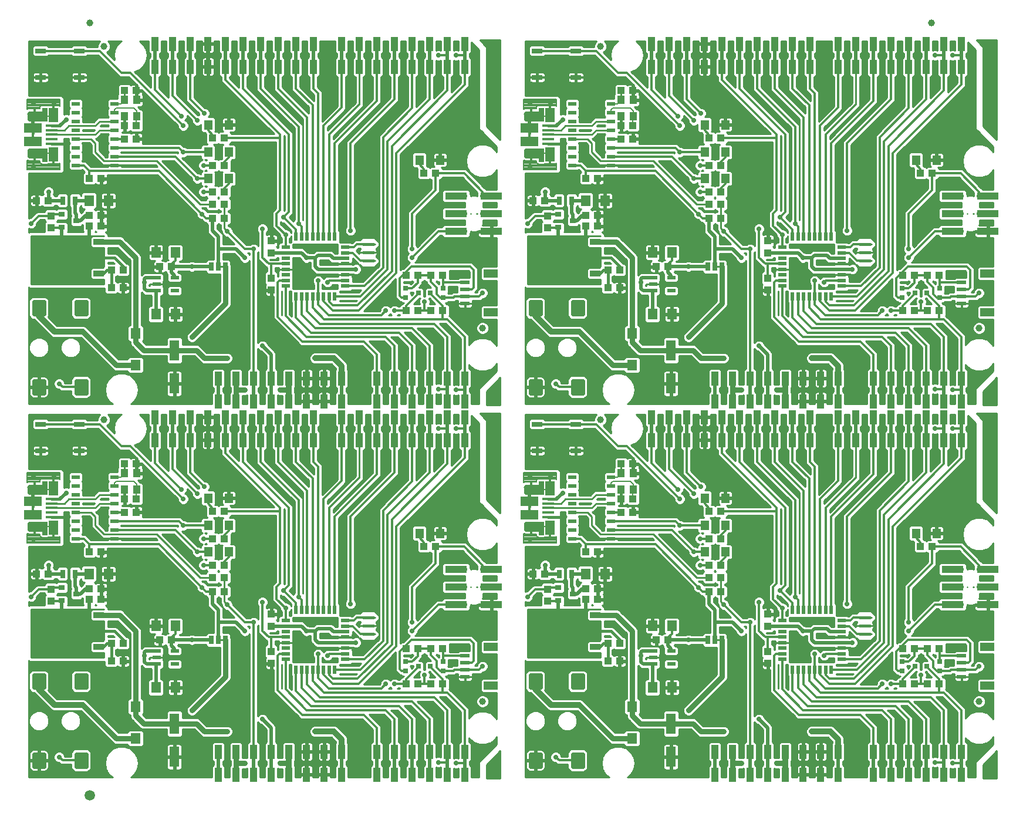
<source format=gtl>
G75*
%MOIN*%
%OFA0B0*%
%FSLAX25Y25*%
%IPPOS*%
%LPD*%
%AMOC8*
5,1,8,0,0,1.08239X$1,22.5*
%
%ADD10R,0.03937X0.04331*%
%ADD11R,0.04331X0.03937*%
%ADD12R,0.05512X0.06299*%
%ADD13R,0.05512X0.11811*%
%ADD14R,0.03543X0.03150*%
%ADD15R,0.06000X0.03200*%
%ADD16R,0.07500X0.12300*%
%ADD17C,0.03937*%
%ADD18R,0.03937X0.07874*%
%ADD19C,0.02000*%
%ADD20C,0.01772*%
%ADD21C,0.01000*%
%ADD22R,0.12480X0.03937*%
%ADD23R,0.04724X0.05512*%
%ADD24R,0.06000X0.03000*%
%ADD25R,0.05787X0.06000*%
%ADD26R,0.03150X0.04724*%
%ADD27C,0.02362*%
%ADD28R,0.02756X0.02756*%
%ADD29R,0.05000X0.02200*%
%ADD30R,0.02200X0.05000*%
%ADD31R,0.04724X0.02165*%
%ADD32R,0.04724X0.02362*%
%ADD33R,0.04331X0.04724*%
%ADD34R,0.06890X0.01575*%
%ADD35R,0.05748X0.07874*%
%ADD36R,0.09843X0.05610*%
%ADD37C,0.00315*%
%ADD38C,0.03937*%
%ADD39C,0.04331*%
%ADD40R,0.02500X0.05000*%
%ADD41R,0.07874X0.04724*%
%ADD42R,0.05315X0.02362*%
%ADD43C,0.05906*%
%ADD44C,0.01200*%
%ADD45C,0.02900*%
%ADD46C,0.01400*%
%ADD47C,0.03200*%
%ADD48C,0.01600*%
%ADD49C,0.03000*%
%ADD50C,0.01500*%
%ADD51C,0.00800*%
D10*
X0053750Y0130904D03*
X0053750Y0137596D03*
X0178750Y0123317D03*
X0178750Y0116624D03*
X0178750Y0102096D03*
X0178750Y0095404D03*
X0335750Y0130904D03*
X0335750Y0137596D03*
X0460750Y0123317D03*
X0460750Y0116624D03*
X0460750Y0102096D03*
X0460750Y0095404D03*
X0460750Y0307404D03*
X0460750Y0314096D03*
X0460750Y0328624D03*
X0460750Y0335317D03*
X0335750Y0342904D03*
X0335750Y0349596D03*
X0178750Y0335317D03*
X0178750Y0328624D03*
X0178750Y0314096D03*
X0178750Y0307404D03*
X0053750Y0342904D03*
X0053750Y0349596D03*
D11*
X0052096Y0358250D03*
X0045404Y0358250D03*
X0075404Y0349750D03*
X0075404Y0343750D03*
X0082096Y0343750D03*
X0082096Y0349750D03*
X0082096Y0370750D03*
X0075404Y0370750D03*
X0095404Y0393250D03*
X0102096Y0393250D03*
X0102096Y0400750D03*
X0095404Y0400750D03*
X0095404Y0420750D03*
X0102096Y0420750D03*
X0145404Y0393750D03*
X0152096Y0393750D03*
X0152096Y0378250D03*
X0145404Y0378250D03*
X0145404Y0363250D03*
X0152096Y0363250D03*
X0152096Y0356250D03*
X0145404Y0356250D03*
X0145404Y0348250D03*
X0152096Y0348250D03*
X0122096Y0320750D03*
X0115404Y0320750D03*
X0094596Y0318750D03*
X0087904Y0318750D03*
X0087904Y0308750D03*
X0094596Y0308750D03*
X0095404Y0208750D03*
X0102096Y0208750D03*
X0102096Y0188750D03*
X0095404Y0188750D03*
X0095404Y0181250D03*
X0102096Y0181250D03*
X0082096Y0158750D03*
X0075404Y0158750D03*
X0052096Y0146250D03*
X0045404Y0146250D03*
X0075404Y0137750D03*
X0075404Y0131750D03*
X0082096Y0131750D03*
X0082096Y0137750D03*
X0087904Y0106750D03*
X0094596Y0106750D03*
X0094596Y0096750D03*
X0087904Y0096750D03*
X0115404Y0108750D03*
X0122096Y0108750D03*
X0145404Y0136250D03*
X0152096Y0136250D03*
X0152096Y0144250D03*
X0145404Y0144250D03*
X0145404Y0151250D03*
X0152096Y0151250D03*
X0152096Y0166250D03*
X0145404Y0166250D03*
X0145404Y0181750D03*
X0152096Y0181750D03*
X0255404Y0103750D03*
X0262096Y0103750D03*
X0269404Y0103750D03*
X0276096Y0103750D03*
X0276096Y0083750D03*
X0269404Y0083750D03*
X0262096Y0083750D03*
X0255404Y0083750D03*
X0327404Y0146250D03*
X0334096Y0146250D03*
X0357404Y0137750D03*
X0357404Y0131750D03*
X0364096Y0131750D03*
X0364096Y0137750D03*
X0364096Y0158750D03*
X0357404Y0158750D03*
X0377404Y0181250D03*
X0384096Y0181250D03*
X0384096Y0188750D03*
X0377404Y0188750D03*
X0377404Y0208750D03*
X0384096Y0208750D03*
X0427404Y0181750D03*
X0434096Y0181750D03*
X0434096Y0166250D03*
X0427404Y0166250D03*
X0427404Y0151250D03*
X0434096Y0151250D03*
X0434096Y0144250D03*
X0427404Y0144250D03*
X0427404Y0136250D03*
X0434096Y0136250D03*
X0404096Y0108750D03*
X0397404Y0108750D03*
X0376596Y0106750D03*
X0369904Y0106750D03*
X0369904Y0096750D03*
X0376596Y0096750D03*
X0272096Y0161750D03*
X0265404Y0161750D03*
X0262096Y0295750D03*
X0255404Y0295750D03*
X0269404Y0295750D03*
X0276096Y0295750D03*
X0276096Y0315750D03*
X0269404Y0315750D03*
X0262096Y0315750D03*
X0255404Y0315750D03*
X0327404Y0358250D03*
X0334096Y0358250D03*
X0357404Y0349750D03*
X0357404Y0343750D03*
X0364096Y0343750D03*
X0364096Y0349750D03*
X0364096Y0370750D03*
X0357404Y0370750D03*
X0377404Y0393250D03*
X0384096Y0393250D03*
X0384096Y0400750D03*
X0377404Y0400750D03*
X0377404Y0420750D03*
X0384096Y0420750D03*
X0427404Y0393750D03*
X0434096Y0393750D03*
X0434096Y0378250D03*
X0427404Y0378250D03*
X0427404Y0363250D03*
X0434096Y0363250D03*
X0434096Y0356250D03*
X0427404Y0356250D03*
X0427404Y0348250D03*
X0434096Y0348250D03*
X0404096Y0320750D03*
X0397404Y0320750D03*
X0376596Y0318750D03*
X0369904Y0318750D03*
X0369904Y0308750D03*
X0376596Y0308750D03*
X0272096Y0373750D03*
X0265404Y0373750D03*
X0537404Y0315750D03*
X0544096Y0315750D03*
X0551404Y0315750D03*
X0558096Y0315750D03*
X0558096Y0295750D03*
X0551404Y0295750D03*
X0544096Y0295750D03*
X0537404Y0295750D03*
X0547404Y0373750D03*
X0554096Y0373750D03*
X0554096Y0161750D03*
X0547404Y0161750D03*
X0544096Y0103750D03*
X0537404Y0103750D03*
X0551404Y0103750D03*
X0558096Y0103750D03*
X0558096Y0083750D03*
X0551404Y0083750D03*
X0544096Y0083750D03*
X0537404Y0083750D03*
D12*
X0406262Y0081750D03*
X0395238Y0081750D03*
X0395238Y0116750D03*
X0406262Y0116750D03*
X0368262Y0146250D03*
X0357238Y0146250D03*
X0395238Y0293750D03*
X0406262Y0293750D03*
X0406262Y0328750D03*
X0395238Y0328750D03*
X0368262Y0358250D03*
X0357238Y0358250D03*
X0124262Y0328750D03*
X0113238Y0328750D03*
X0086262Y0358250D03*
X0075238Y0358250D03*
X0113238Y0293750D03*
X0124262Y0293750D03*
X0086262Y0146250D03*
X0075238Y0146250D03*
X0113238Y0116750D03*
X0124262Y0116750D03*
X0124262Y0081750D03*
X0113238Y0081750D03*
D13*
X0123750Y0061199D03*
X0123750Y0042301D03*
X0405750Y0042301D03*
X0405750Y0061199D03*
X0405750Y0254301D03*
X0405750Y0273199D03*
X0123750Y0273199D03*
X0123750Y0254301D03*
D14*
X0068081Y0346750D03*
X0059813Y0350490D03*
X0059813Y0343010D03*
X0059813Y0138490D03*
X0059813Y0131010D03*
X0068081Y0134750D03*
X0341813Y0131010D03*
X0341813Y0138490D03*
X0350081Y0134750D03*
X0341813Y0343010D03*
X0341813Y0350490D03*
X0350081Y0346750D03*
D15*
X0362640Y0334760D03*
X0362640Y0325750D03*
X0362640Y0316810D03*
X0362640Y0122760D03*
X0362640Y0113750D03*
X0362640Y0104810D03*
X0080640Y0104810D03*
X0080640Y0113750D03*
X0080640Y0122760D03*
X0080640Y0316810D03*
X0080640Y0325750D03*
X0080640Y0334760D03*
D16*
X0057250Y0325750D03*
X0339250Y0325750D03*
X0339250Y0113750D03*
X0057250Y0113750D03*
D17*
X0083750Y0233750D03*
X0298750Y0285750D03*
X0365750Y0233750D03*
X0298750Y0073750D03*
X0580750Y0073750D03*
X0580750Y0285750D03*
X0365750Y0445750D03*
X0553750Y0459000D03*
X0083750Y0445750D03*
X0075750Y0459000D03*
D18*
X0112750Y0447246D03*
X0122750Y0447246D03*
X0132750Y0447246D03*
X0142750Y0447246D03*
X0152750Y0447246D03*
X0162750Y0447246D03*
X0172750Y0447246D03*
X0182750Y0447246D03*
X0192750Y0447246D03*
X0202750Y0447246D03*
X0218750Y0447246D03*
X0228750Y0447246D03*
X0238750Y0447246D03*
X0248750Y0447246D03*
X0258750Y0447246D03*
X0268750Y0447246D03*
X0278750Y0447246D03*
X0288750Y0447246D03*
X0288750Y0434254D03*
X0278750Y0434254D03*
X0268750Y0434254D03*
X0258750Y0434254D03*
X0248750Y0434254D03*
X0238750Y0434254D03*
X0228750Y0434254D03*
X0218750Y0434254D03*
X0202750Y0434254D03*
X0192750Y0434254D03*
X0182750Y0434254D03*
X0172750Y0434254D03*
X0162750Y0434254D03*
X0152750Y0434254D03*
X0142750Y0434254D03*
X0132750Y0434254D03*
X0122750Y0434254D03*
X0112750Y0434254D03*
X0148750Y0257246D03*
X0158750Y0257246D03*
X0168750Y0257246D03*
X0178750Y0257246D03*
X0188750Y0257246D03*
X0198750Y0257246D03*
X0208750Y0257246D03*
X0218750Y0257246D03*
X0218750Y0244254D03*
X0208750Y0244254D03*
X0198750Y0244254D03*
X0202750Y0235246D03*
X0192750Y0235246D03*
X0188750Y0244254D03*
X0178750Y0244254D03*
X0182750Y0235246D03*
X0172750Y0235246D03*
X0168750Y0244254D03*
X0158750Y0244254D03*
X0148750Y0244254D03*
X0152750Y0235246D03*
X0142750Y0235246D03*
X0132750Y0235246D03*
X0122750Y0235246D03*
X0112750Y0235246D03*
X0112750Y0222254D03*
X0122750Y0222254D03*
X0132750Y0222254D03*
X0142750Y0222254D03*
X0152750Y0222254D03*
X0162750Y0222254D03*
X0172750Y0222254D03*
X0182750Y0222254D03*
X0192750Y0222254D03*
X0202750Y0222254D03*
X0218750Y0222254D03*
X0228750Y0222254D03*
X0238750Y0222254D03*
X0248750Y0222254D03*
X0258750Y0222254D03*
X0268750Y0222254D03*
X0278750Y0222254D03*
X0288750Y0222254D03*
X0288750Y0235246D03*
X0278750Y0235246D03*
X0278750Y0244254D03*
X0288750Y0244254D03*
X0288750Y0257246D03*
X0278750Y0257246D03*
X0268750Y0257246D03*
X0258750Y0257246D03*
X0248750Y0257246D03*
X0238750Y0257246D03*
X0238750Y0244254D03*
X0238750Y0235246D03*
X0228750Y0235246D03*
X0218750Y0235246D03*
X0248750Y0235246D03*
X0258750Y0235246D03*
X0268750Y0235246D03*
X0268750Y0244254D03*
X0258750Y0244254D03*
X0248750Y0244254D03*
X0162750Y0235246D03*
X0394750Y0235246D03*
X0404750Y0235246D03*
X0414750Y0235246D03*
X0424750Y0235246D03*
X0434750Y0235246D03*
X0444750Y0235246D03*
X0440750Y0244254D03*
X0450750Y0244254D03*
X0454750Y0235246D03*
X0464750Y0235246D03*
X0460750Y0244254D03*
X0470750Y0244254D03*
X0480750Y0244254D03*
X0484750Y0235246D03*
X0474750Y0235246D03*
X0490750Y0244254D03*
X0500750Y0244254D03*
X0500750Y0235246D03*
X0510750Y0235246D03*
X0520750Y0235246D03*
X0530750Y0235246D03*
X0530750Y0244254D03*
X0520750Y0244254D03*
X0520750Y0257246D03*
X0530750Y0257246D03*
X0540750Y0257246D03*
X0550750Y0257246D03*
X0560750Y0257246D03*
X0570750Y0257246D03*
X0570750Y0244254D03*
X0560750Y0244254D03*
X0560750Y0235246D03*
X0570750Y0235246D03*
X0570750Y0222254D03*
X0560750Y0222254D03*
X0550750Y0222254D03*
X0540750Y0222254D03*
X0530750Y0222254D03*
X0520750Y0222254D03*
X0510750Y0222254D03*
X0500750Y0222254D03*
X0484750Y0222254D03*
X0474750Y0222254D03*
X0464750Y0222254D03*
X0454750Y0222254D03*
X0444750Y0222254D03*
X0434750Y0222254D03*
X0424750Y0222254D03*
X0414750Y0222254D03*
X0404750Y0222254D03*
X0394750Y0222254D03*
X0430750Y0244254D03*
X0430750Y0257246D03*
X0440750Y0257246D03*
X0450750Y0257246D03*
X0460750Y0257246D03*
X0470750Y0257246D03*
X0480750Y0257246D03*
X0490750Y0257246D03*
X0500750Y0257246D03*
X0540750Y0244254D03*
X0550750Y0244254D03*
X0550750Y0235246D03*
X0540750Y0235246D03*
X0540750Y0045246D03*
X0550750Y0045246D03*
X0560750Y0045246D03*
X0570750Y0045246D03*
X0570750Y0032254D03*
X0560750Y0032254D03*
X0550750Y0032254D03*
X0540750Y0032254D03*
X0530750Y0032254D03*
X0520750Y0032254D03*
X0520750Y0045246D03*
X0530750Y0045246D03*
X0500750Y0045246D03*
X0490750Y0045246D03*
X0480750Y0045246D03*
X0470750Y0045246D03*
X0460750Y0045246D03*
X0450750Y0045246D03*
X0440750Y0045246D03*
X0430750Y0045246D03*
X0430750Y0032254D03*
X0440750Y0032254D03*
X0450750Y0032254D03*
X0460750Y0032254D03*
X0470750Y0032254D03*
X0480750Y0032254D03*
X0490750Y0032254D03*
X0500750Y0032254D03*
X0288750Y0032254D03*
X0278750Y0032254D03*
X0268750Y0032254D03*
X0258750Y0032254D03*
X0248750Y0032254D03*
X0238750Y0032254D03*
X0238750Y0045246D03*
X0248750Y0045246D03*
X0258750Y0045246D03*
X0268750Y0045246D03*
X0278750Y0045246D03*
X0288750Y0045246D03*
X0218750Y0045246D03*
X0208750Y0045246D03*
X0198750Y0045246D03*
X0188750Y0045246D03*
X0178750Y0045246D03*
X0168750Y0045246D03*
X0158750Y0045246D03*
X0148750Y0045246D03*
X0148750Y0032254D03*
X0158750Y0032254D03*
X0168750Y0032254D03*
X0178750Y0032254D03*
X0188750Y0032254D03*
X0198750Y0032254D03*
X0208750Y0032254D03*
X0218750Y0032254D03*
X0394750Y0434254D03*
X0404750Y0434254D03*
X0414750Y0434254D03*
X0424750Y0434254D03*
X0434750Y0434254D03*
X0444750Y0434254D03*
X0454750Y0434254D03*
X0464750Y0434254D03*
X0474750Y0434254D03*
X0484750Y0434254D03*
X0500750Y0434254D03*
X0510750Y0434254D03*
X0520750Y0434254D03*
X0530750Y0434254D03*
X0540750Y0434254D03*
X0550750Y0434254D03*
X0560750Y0434254D03*
X0570750Y0434254D03*
X0570750Y0447246D03*
X0560750Y0447246D03*
X0550750Y0447246D03*
X0540750Y0447246D03*
X0530750Y0447246D03*
X0520750Y0447246D03*
X0510750Y0447246D03*
X0500750Y0447246D03*
X0484750Y0447246D03*
X0474750Y0447246D03*
X0464750Y0447246D03*
X0454750Y0447246D03*
X0444750Y0447246D03*
X0434750Y0447246D03*
X0424750Y0447246D03*
X0414750Y0447246D03*
X0404750Y0447246D03*
X0394750Y0447246D03*
D19*
X0394750Y0434254D01*
X0404750Y0434254D02*
X0404750Y0447246D01*
X0414750Y0447246D02*
X0414750Y0434254D01*
X0424750Y0434254D02*
X0424750Y0447246D01*
X0434750Y0447246D02*
X0434750Y0434254D01*
X0444750Y0434254D02*
X0444750Y0447246D01*
X0454750Y0447246D02*
X0454750Y0434254D01*
X0464750Y0434254D02*
X0464750Y0447246D01*
X0474750Y0447246D02*
X0474750Y0434254D01*
X0484750Y0434254D02*
X0484750Y0447246D01*
X0500750Y0447246D02*
X0500750Y0434254D01*
X0510750Y0434254D02*
X0510750Y0447246D01*
X0520750Y0447246D02*
X0520750Y0434254D01*
X0530750Y0434254D02*
X0530750Y0447246D01*
X0540750Y0447246D02*
X0540750Y0434254D01*
X0550750Y0434254D02*
X0550750Y0447246D01*
X0560750Y0447246D02*
X0560750Y0434254D01*
X0570750Y0434254D02*
X0570750Y0447246D01*
X0427404Y0348250D02*
X0427404Y0341096D01*
X0430750Y0337750D01*
X0430750Y0330750D01*
X0430750Y0320750D01*
X0426750Y0320750D02*
X0415750Y0320750D01*
X0404096Y0320750D01*
X0404096Y0317404D01*
X0405750Y0315750D01*
X0405750Y0314609D01*
X0405869Y0314490D01*
X0395631Y0314490D02*
X0389490Y0314490D01*
X0388750Y0313750D01*
X0388750Y0311750D01*
X0388750Y0308250D01*
X0389990Y0307010D01*
X0395631Y0307010D01*
X0395238Y0306617D01*
X0395238Y0293750D01*
X0430750Y0257246D02*
X0430750Y0244254D01*
X0434750Y0235246D02*
X0434750Y0222254D01*
X0444750Y0222254D02*
X0444750Y0235246D01*
X0440750Y0244254D02*
X0440750Y0257246D01*
X0450750Y0257246D02*
X0450750Y0244254D01*
X0454750Y0235246D02*
X0454750Y0222254D01*
X0464750Y0222254D02*
X0464750Y0235246D01*
X0460750Y0244254D02*
X0460750Y0270750D01*
X0455750Y0275750D01*
X0460750Y0257246D02*
X0460750Y0244254D01*
X0470750Y0244254D02*
X0470750Y0257246D01*
X0480750Y0257246D02*
X0480750Y0244254D01*
X0484750Y0235246D02*
X0484750Y0222254D01*
X0474750Y0222254D02*
X0474750Y0235246D01*
X0490750Y0244254D02*
X0490750Y0257246D01*
X0500750Y0257246D02*
X0500750Y0244254D01*
X0500750Y0235246D02*
X0500750Y0222254D01*
X0510750Y0222254D02*
X0510750Y0235246D01*
X0520750Y0235246D02*
X0520750Y0222254D01*
X0530750Y0222254D02*
X0530750Y0235246D01*
X0530750Y0244254D02*
X0530750Y0257246D01*
X0520750Y0257246D02*
X0520750Y0244254D01*
X0540750Y0244254D02*
X0540750Y0257246D01*
X0550750Y0257246D02*
X0550750Y0244254D01*
X0550750Y0235246D02*
X0550750Y0222254D01*
X0540750Y0222254D02*
X0540750Y0235246D01*
X0560750Y0235246D02*
X0560750Y0222254D01*
X0570750Y0222254D02*
X0570750Y0235246D01*
X0570750Y0244254D02*
X0570750Y0257246D01*
X0560750Y0257246D02*
X0560750Y0244254D01*
X0508825Y0319175D02*
X0502650Y0319175D01*
X0487325Y0319175D01*
X0485750Y0320750D01*
X0485750Y0325750D01*
X0487250Y0327250D01*
X0494250Y0327250D01*
X0496026Y0325474D01*
X0502650Y0325474D01*
X0485750Y0325750D02*
X0480750Y0325750D01*
X0477876Y0328624D01*
X0468850Y0328624D01*
X0460750Y0328624D01*
X0445750Y0325750D02*
X0440750Y0330750D01*
X0430750Y0330750D01*
X0357404Y0337404D02*
X0357404Y0343750D01*
X0352250Y0346750D02*
X0355250Y0349750D01*
X0357404Y0349750D01*
X0352250Y0346750D02*
X0350081Y0346750D01*
X0350081Y0350419D01*
X0349293Y0351207D01*
X0349293Y0358250D01*
X0357238Y0358250D01*
X0357404Y0358085D01*
X0342207Y0358250D02*
X0334096Y0358250D01*
X0334250Y0358404D01*
X0334250Y0363250D01*
X0341813Y0343010D02*
X0341813Y0337360D01*
X0340750Y0336297D01*
X0340744Y0400744D02*
X0344250Y0404250D01*
X0326247Y0406217D02*
X0325439Y0405408D01*
X0325439Y0399603D01*
X0288750Y0434254D02*
X0288750Y0447246D01*
X0278750Y0447246D02*
X0278750Y0434254D01*
X0268750Y0434254D02*
X0268750Y0447246D01*
X0258750Y0447246D02*
X0258750Y0434254D01*
X0248750Y0434254D02*
X0248750Y0447246D01*
X0238750Y0447246D02*
X0238750Y0434254D01*
X0228750Y0434254D02*
X0228750Y0447246D01*
X0218750Y0447246D02*
X0218750Y0434254D01*
X0202750Y0434254D02*
X0202750Y0447246D01*
X0192750Y0447246D02*
X0192750Y0434254D01*
X0182750Y0434254D02*
X0182750Y0447246D01*
X0172750Y0447246D02*
X0172750Y0434254D01*
X0162750Y0434254D02*
X0162750Y0447246D01*
X0152750Y0447246D02*
X0152750Y0434254D01*
X0142750Y0434254D02*
X0142750Y0447246D01*
X0132750Y0447246D02*
X0132750Y0434254D01*
X0122750Y0434254D02*
X0122750Y0447246D01*
X0112750Y0447246D02*
X0112750Y0434254D01*
X0062250Y0404250D02*
X0058744Y0400744D01*
X0043439Y0399603D02*
X0043439Y0405408D01*
X0044247Y0406217D01*
X0052250Y0363250D02*
X0052250Y0358404D01*
X0052096Y0358250D01*
X0060207Y0358250D01*
X0067293Y0358250D02*
X0075238Y0358250D01*
X0075404Y0358085D01*
X0067293Y0358250D02*
X0067293Y0351207D01*
X0068081Y0350419D01*
X0068081Y0346750D01*
X0070250Y0346750D01*
X0073250Y0349750D01*
X0075404Y0349750D01*
X0075404Y0343750D02*
X0075404Y0337404D01*
X0059813Y0337360D02*
X0058750Y0336297D01*
X0059813Y0337360D02*
X0059813Y0343010D01*
X0106750Y0313750D02*
X0106750Y0311750D01*
X0106750Y0308250D01*
X0107990Y0307010D01*
X0113631Y0307010D01*
X0113238Y0306617D01*
X0113238Y0293750D01*
X0113631Y0314490D02*
X0107490Y0314490D01*
X0106750Y0313750D01*
X0122096Y0317404D02*
X0123750Y0315750D01*
X0123750Y0314609D01*
X0123869Y0314490D01*
X0122096Y0317404D02*
X0122096Y0320750D01*
X0133750Y0320750D01*
X0144750Y0320750D01*
X0148750Y0320750D02*
X0148750Y0330750D01*
X0148750Y0337750D01*
X0145404Y0341096D01*
X0145404Y0348250D01*
X0148750Y0330750D02*
X0158750Y0330750D01*
X0163750Y0325750D01*
X0178750Y0328624D02*
X0186850Y0328624D01*
X0195876Y0328624D01*
X0198750Y0325750D01*
X0203750Y0325750D01*
X0203750Y0320750D01*
X0205325Y0319175D01*
X0220650Y0319175D01*
X0226825Y0319175D01*
X0220650Y0325474D02*
X0214026Y0325474D01*
X0212250Y0327250D01*
X0205250Y0327250D01*
X0203750Y0325750D01*
X0173750Y0275750D02*
X0178750Y0270750D01*
X0178750Y0244254D01*
X0178750Y0257246D01*
X0188750Y0257246D02*
X0188750Y0244254D01*
X0192750Y0235246D02*
X0192750Y0222254D01*
X0202750Y0222254D02*
X0202750Y0235246D01*
X0198750Y0244254D02*
X0198750Y0257246D01*
X0208750Y0257246D02*
X0208750Y0244254D01*
X0218750Y0244254D02*
X0218750Y0257246D01*
X0238750Y0257246D02*
X0238750Y0244254D01*
X0238750Y0235246D02*
X0238750Y0222254D01*
X0228750Y0222254D02*
X0228750Y0235246D01*
X0218750Y0235246D02*
X0218750Y0222254D01*
X0248750Y0222254D02*
X0248750Y0235246D01*
X0258750Y0235246D02*
X0258750Y0222254D01*
X0268750Y0222254D02*
X0268750Y0235246D01*
X0268750Y0244254D02*
X0268750Y0257246D01*
X0258750Y0257246D02*
X0258750Y0244254D01*
X0248750Y0244254D02*
X0248750Y0257246D01*
X0278750Y0257246D02*
X0278750Y0244254D01*
X0288750Y0244254D02*
X0288750Y0257246D01*
X0288750Y0235246D02*
X0288750Y0222254D01*
X0278750Y0222254D02*
X0278750Y0235246D01*
X0325439Y0193408D02*
X0326247Y0194217D01*
X0325439Y0193408D02*
X0325439Y0187603D01*
X0340744Y0188744D02*
X0344250Y0192250D01*
X0394750Y0222254D02*
X0394750Y0235246D01*
X0404750Y0235246D02*
X0404750Y0222254D01*
X0414750Y0222254D02*
X0414750Y0235246D01*
X0424750Y0235246D02*
X0424750Y0222254D01*
X0334250Y0151250D02*
X0334250Y0146404D01*
X0334096Y0146250D01*
X0342207Y0146250D01*
X0349293Y0146250D02*
X0357238Y0146250D01*
X0357404Y0146085D01*
X0349293Y0146250D02*
X0349293Y0139207D01*
X0350081Y0138419D01*
X0350081Y0134750D01*
X0352250Y0134750D01*
X0355250Y0137750D01*
X0357404Y0137750D01*
X0357404Y0131750D02*
X0357404Y0125404D01*
X0341813Y0125360D02*
X0340750Y0124297D01*
X0341813Y0125360D02*
X0341813Y0131010D01*
X0388750Y0101750D02*
X0388750Y0099750D01*
X0388750Y0096250D01*
X0389990Y0095010D01*
X0395631Y0095010D01*
X0395238Y0094617D01*
X0395238Y0081750D01*
X0395631Y0102490D02*
X0389490Y0102490D01*
X0388750Y0101750D01*
X0404096Y0105404D02*
X0405750Y0103750D01*
X0405750Y0102609D01*
X0405869Y0102490D01*
X0404096Y0105404D02*
X0404096Y0108750D01*
X0415750Y0108750D01*
X0426750Y0108750D01*
X0430750Y0108750D02*
X0430750Y0118750D01*
X0430750Y0125750D01*
X0427404Y0129096D01*
X0427404Y0136250D01*
X0430750Y0118750D02*
X0440750Y0118750D01*
X0445750Y0113750D01*
X0460750Y0116624D02*
X0468850Y0116624D01*
X0477876Y0116624D01*
X0480750Y0113750D01*
X0485750Y0113750D01*
X0485750Y0108750D01*
X0487325Y0107175D01*
X0502650Y0107175D01*
X0508825Y0107175D01*
X0502650Y0113474D02*
X0496026Y0113474D01*
X0494250Y0115250D01*
X0487250Y0115250D01*
X0485750Y0113750D01*
X0455750Y0063750D02*
X0460750Y0058750D01*
X0460750Y0032254D01*
X0460750Y0045246D01*
X0470750Y0045246D02*
X0470750Y0032254D01*
X0480750Y0032254D02*
X0480750Y0045246D01*
X0490750Y0045246D02*
X0490750Y0032254D01*
X0500750Y0032254D02*
X0500750Y0045246D01*
X0520750Y0045246D02*
X0520750Y0032254D01*
X0530750Y0032254D02*
X0530750Y0045246D01*
X0540750Y0045246D02*
X0540750Y0032254D01*
X0550750Y0032254D02*
X0550750Y0045246D01*
X0560750Y0045246D02*
X0560750Y0032254D01*
X0570750Y0032254D02*
X0570750Y0045246D01*
X0450750Y0045246D02*
X0450750Y0032254D01*
X0440750Y0032254D02*
X0440750Y0045246D01*
X0430750Y0045246D02*
X0430750Y0032254D01*
X0288750Y0032254D02*
X0288750Y0045246D01*
X0278750Y0045246D02*
X0278750Y0032254D01*
X0268750Y0032254D02*
X0268750Y0045246D01*
X0258750Y0045246D02*
X0258750Y0032254D01*
X0248750Y0032254D02*
X0248750Y0045246D01*
X0238750Y0045246D02*
X0238750Y0032254D01*
X0218750Y0032254D02*
X0218750Y0045246D01*
X0208750Y0045246D02*
X0208750Y0032254D01*
X0198750Y0032254D02*
X0198750Y0045246D01*
X0188750Y0045246D02*
X0188750Y0032254D01*
X0178750Y0032254D02*
X0178750Y0058750D01*
X0173750Y0063750D01*
X0168750Y0045246D02*
X0168750Y0032254D01*
X0158750Y0032254D02*
X0158750Y0045246D01*
X0148750Y0045246D02*
X0148750Y0032254D01*
X0178750Y0032254D02*
X0178750Y0045246D01*
X0113238Y0081750D02*
X0113238Y0094617D01*
X0113631Y0095010D01*
X0107990Y0095010D01*
X0106750Y0096250D01*
X0106750Y0099750D01*
X0106750Y0101750D01*
X0107490Y0102490D01*
X0113631Y0102490D01*
X0122096Y0105404D02*
X0123750Y0103750D01*
X0123750Y0102609D01*
X0123869Y0102490D01*
X0122096Y0105404D02*
X0122096Y0108750D01*
X0133750Y0108750D01*
X0144750Y0108750D01*
X0148750Y0108750D02*
X0148750Y0118750D01*
X0148750Y0125750D01*
X0145404Y0129096D01*
X0145404Y0136250D01*
X0148750Y0118750D02*
X0158750Y0118750D01*
X0163750Y0113750D01*
X0178750Y0116624D02*
X0186850Y0116624D01*
X0195876Y0116624D01*
X0198750Y0113750D01*
X0203750Y0113750D01*
X0203750Y0108750D01*
X0205325Y0107175D01*
X0220650Y0107175D01*
X0226825Y0107175D01*
X0220650Y0113474D02*
X0214026Y0113474D01*
X0212250Y0115250D01*
X0205250Y0115250D01*
X0203750Y0113750D01*
X0075404Y0125404D02*
X0075404Y0131750D01*
X0070250Y0134750D02*
X0073250Y0137750D01*
X0075404Y0137750D01*
X0070250Y0134750D02*
X0068081Y0134750D01*
X0068081Y0138419D01*
X0067293Y0139207D01*
X0067293Y0146250D01*
X0075238Y0146250D01*
X0075404Y0146085D01*
X0060207Y0146250D02*
X0052096Y0146250D01*
X0052250Y0146404D01*
X0052250Y0151250D01*
X0059813Y0131010D02*
X0059813Y0125360D01*
X0058750Y0124297D01*
X0058744Y0188744D02*
X0062250Y0192250D01*
X0044247Y0194217D02*
X0043439Y0193408D01*
X0043439Y0187603D01*
X0112750Y0222254D02*
X0112750Y0235246D01*
X0122750Y0235246D02*
X0122750Y0222254D01*
X0132750Y0222254D02*
X0132750Y0235246D01*
X0142750Y0235246D02*
X0142750Y0222254D01*
X0152750Y0222254D02*
X0152750Y0235246D01*
X0162750Y0235246D02*
X0162750Y0222254D01*
X0172750Y0222254D02*
X0172750Y0235246D01*
X0182750Y0235246D02*
X0182750Y0222254D01*
X0168750Y0244254D02*
X0168750Y0257246D01*
X0158750Y0257246D02*
X0158750Y0244254D01*
X0148750Y0244254D02*
X0148750Y0257246D01*
D20*
X0230886Y0324026D02*
X0236614Y0324026D01*
X0236614Y0328750D02*
X0230886Y0328750D01*
X0230886Y0333474D02*
X0236614Y0333474D01*
X0512886Y0333474D02*
X0518614Y0333474D01*
X0518614Y0328750D02*
X0512886Y0328750D01*
X0512886Y0324026D02*
X0518614Y0324026D01*
X0518614Y0121474D02*
X0512886Y0121474D01*
X0512886Y0116750D02*
X0518614Y0116750D01*
X0518614Y0112026D02*
X0512886Y0112026D01*
X0236614Y0112026D02*
X0230886Y0112026D01*
X0230886Y0116750D02*
X0236614Y0116750D01*
X0236614Y0121474D02*
X0230886Y0121474D01*
D21*
X0040850Y0097039D02*
X0040850Y0030850D01*
X0088541Y0030850D01*
X0086438Y0032615D01*
X0086438Y0032615D01*
X0084781Y0035485D01*
X0084781Y0035485D01*
X0084205Y0038750D01*
X0084205Y0038750D01*
X0084781Y0042015D01*
X0084781Y0042015D01*
X0086438Y0044885D01*
X0086438Y0044885D01*
X0086438Y0044885D01*
X0088977Y0047016D01*
X0088977Y0047016D01*
X0092093Y0048150D01*
X0095407Y0048150D01*
X0098522Y0047016D01*
X0098523Y0047016D01*
X0101062Y0044885D01*
X0101062Y0044885D01*
X0102719Y0042015D01*
X0102719Y0042015D01*
X0103295Y0038750D01*
X0103295Y0038750D01*
X0102719Y0035485D01*
X0102719Y0035485D01*
X0101062Y0032615D01*
X0101062Y0032615D01*
X0101062Y0032615D01*
X0098959Y0030850D01*
X0145081Y0030850D01*
X0145081Y0036895D01*
X0146050Y0037864D01*
X0146050Y0039636D01*
X0145081Y0040605D01*
X0145081Y0049887D01*
X0146077Y0050883D01*
X0151423Y0050883D01*
X0152418Y0049887D01*
X0152418Y0040605D01*
X0151450Y0039636D01*
X0151450Y0037864D01*
X0152418Y0036895D01*
X0152418Y0030850D01*
X0155081Y0030850D01*
X0155081Y0036895D01*
X0155550Y0037364D01*
X0155550Y0040136D01*
X0155081Y0040605D01*
X0155081Y0049887D01*
X0156077Y0050883D01*
X0161423Y0050883D01*
X0162418Y0049887D01*
X0162418Y0041950D01*
X0164387Y0041950D01*
X0165081Y0041662D01*
X0165081Y0049887D01*
X0166077Y0050883D01*
X0166450Y0050883D01*
X0166450Y0112037D01*
X0166420Y0111966D01*
X0165534Y0111080D01*
X0164377Y0110600D01*
X0163123Y0110600D01*
X0161966Y0111080D01*
X0161080Y0111966D01*
X0160630Y0113052D01*
X0157632Y0116050D01*
X0151450Y0116050D01*
X0151450Y0112950D01*
X0154704Y0112950D01*
X0155700Y0111954D01*
X0155700Y0109990D01*
X0155950Y0109387D01*
X0155950Y0087113D01*
X0155463Y0085937D01*
X0135563Y0066037D01*
X0134387Y0065550D01*
X0133113Y0065550D01*
X0131937Y0066037D01*
X0131037Y0066937D01*
X0130550Y0068113D01*
X0130550Y0069387D01*
X0131037Y0070563D01*
X0149550Y0089075D01*
X0149550Y0104550D01*
X0146796Y0104550D01*
X0146750Y0104596D01*
X0146704Y0104550D01*
X0142796Y0104550D01*
X0141800Y0105546D01*
X0141800Y0106050D01*
X0135463Y0106050D01*
X0134377Y0105600D01*
X0133123Y0105600D01*
X0132037Y0106050D01*
X0125934Y0106050D01*
X0125601Y0105717D01*
X0126039Y0105279D01*
X0126042Y0105273D01*
X0126935Y0105273D01*
X0127931Y0104277D01*
X0127931Y0100703D01*
X0126935Y0099707D01*
X0120802Y0099707D01*
X0119806Y0100703D01*
X0119806Y0103877D01*
X0119396Y0104866D01*
X0119396Y0105081D01*
X0119227Y0105081D01*
X0118609Y0105700D01*
X0118490Y0105581D01*
X0118148Y0105384D01*
X0117766Y0105281D01*
X0115888Y0105281D01*
X0115888Y0108266D01*
X0114919Y0108266D01*
X0111738Y0108266D01*
X0111738Y0106584D01*
X0111840Y0106203D01*
X0112038Y0105860D01*
X0112317Y0105581D01*
X0112659Y0105384D01*
X0113041Y0105281D01*
X0114919Y0105281D01*
X0114919Y0108266D01*
X0114919Y0109234D01*
X0111738Y0109234D01*
X0111738Y0110916D01*
X0111840Y0111297D01*
X0112038Y0111640D01*
X0112317Y0111919D01*
X0112632Y0112100D01*
X0110285Y0112100D01*
X0109903Y0112203D01*
X0109561Y0112400D01*
X0109282Y0112679D01*
X0109085Y0113021D01*
X0108982Y0113403D01*
X0108982Y0116250D01*
X0112738Y0116250D01*
X0112738Y0117250D01*
X0108982Y0117250D01*
X0108982Y0120097D01*
X0109085Y0120479D01*
X0109282Y0120821D01*
X0109561Y0121100D01*
X0109903Y0121297D01*
X0110285Y0121400D01*
X0112738Y0121400D01*
X0112738Y0117250D01*
X0113738Y0117250D01*
X0113738Y0121400D01*
X0116192Y0121400D01*
X0116573Y0121297D01*
X0116915Y0121100D01*
X0117194Y0120821D01*
X0117392Y0120479D01*
X0117494Y0120097D01*
X0117494Y0117250D01*
X0113738Y0117250D01*
X0113738Y0116250D01*
X0117494Y0116250D01*
X0117494Y0113403D01*
X0117392Y0113021D01*
X0117194Y0112679D01*
X0116915Y0112400D01*
X0116601Y0112218D01*
X0117766Y0112218D01*
X0118148Y0112116D01*
X0118490Y0111919D01*
X0118609Y0111800D01*
X0119227Y0112418D01*
X0120284Y0112418D01*
X0119806Y0112896D01*
X0119806Y0120604D01*
X0120802Y0121600D01*
X0127722Y0121600D01*
X0128718Y0120604D01*
X0128718Y0112896D01*
X0127722Y0111900D01*
X0126562Y0111900D01*
X0126562Y0111450D01*
X0132037Y0111450D01*
X0133123Y0111900D01*
X0134377Y0111900D01*
X0135463Y0111450D01*
X0141800Y0111450D01*
X0141800Y0111954D01*
X0142796Y0112950D01*
X0146050Y0112950D01*
X0146050Y0124632D01*
X0143115Y0127567D01*
X0142704Y0128559D01*
X0142704Y0132581D01*
X0142534Y0132581D01*
X0141538Y0133577D01*
X0141538Y0133950D01*
X0140797Y0133950D01*
X0139397Y0135350D01*
X0138873Y0135350D01*
X0137716Y0135830D01*
X0136830Y0136716D01*
X0136350Y0137873D01*
X0136350Y0138397D01*
X0113951Y0160796D01*
X0085762Y0160796D01*
X0085762Y0159234D01*
X0082581Y0159234D01*
X0082581Y0158266D01*
X0085762Y0158266D01*
X0085762Y0156584D01*
X0085660Y0156203D01*
X0085462Y0155860D01*
X0085183Y0155581D01*
X0084841Y0155384D01*
X0084459Y0155281D01*
X0082581Y0155281D01*
X0082581Y0158266D01*
X0081612Y0158266D01*
X0081612Y0155281D01*
X0079734Y0155281D01*
X0079352Y0155384D01*
X0079010Y0155581D01*
X0078891Y0155700D01*
X0078273Y0155081D01*
X0072534Y0155081D01*
X0071538Y0156077D01*
X0071538Y0161423D01*
X0072534Y0162418D01*
X0072829Y0162418D01*
X0071336Y0163912D01*
X0070793Y0163369D01*
X0064660Y0163369D01*
X0063664Y0164365D01*
X0063664Y0168135D01*
X0064279Y0168750D01*
X0063664Y0169365D01*
X0063664Y0173135D01*
X0064279Y0173750D01*
X0063664Y0174365D01*
X0063664Y0178135D01*
X0064279Y0178750D01*
X0063664Y0179365D01*
X0063664Y0181550D01*
X0060850Y0181550D01*
X0060850Y0162880D01*
X0059620Y0161650D01*
X0040850Y0161650D01*
X0040850Y0136080D01*
X0041623Y0136400D01*
X0042147Y0136400D01*
X0045644Y0139896D01*
X0050081Y0139896D01*
X0050081Y0140466D01*
X0051077Y0141462D01*
X0056423Y0141462D01*
X0056728Y0141156D01*
X0057337Y0141765D01*
X0062289Y0141765D01*
X0063285Y0140769D01*
X0063285Y0136211D01*
X0062289Y0135215D01*
X0057418Y0135215D01*
X0057418Y0134727D01*
X0056942Y0134250D01*
X0057122Y0134070D01*
X0057337Y0134285D01*
X0062289Y0134285D01*
X0063285Y0133289D01*
X0063285Y0128731D01*
X0063004Y0128450D01*
X0072166Y0128450D01*
X0071538Y0129077D01*
X0071538Y0132361D01*
X0071375Y0132293D01*
X0070557Y0131475D01*
X0065605Y0131475D01*
X0064609Y0132471D01*
X0064609Y0137029D01*
X0065131Y0137551D01*
X0065004Y0137677D01*
X0064593Y0138670D01*
X0064593Y0142609D01*
X0064019Y0143184D01*
X0064019Y0149316D01*
X0065014Y0150312D01*
X0069572Y0150312D01*
X0070568Y0149316D01*
X0070568Y0148950D01*
X0070782Y0148950D01*
X0070782Y0150104D01*
X0071778Y0151100D01*
X0078698Y0151100D01*
X0079694Y0150104D01*
X0079694Y0142396D01*
X0078698Y0141400D01*
X0078291Y0141400D01*
X0078891Y0140800D01*
X0079010Y0140919D01*
X0079352Y0141116D01*
X0079734Y0141218D01*
X0081612Y0141218D01*
X0081612Y0138234D01*
X0082581Y0138234D01*
X0085762Y0138234D01*
X0085762Y0139916D01*
X0085660Y0140297D01*
X0085462Y0140640D01*
X0085183Y0140919D01*
X0084841Y0141116D01*
X0084459Y0141218D01*
X0082581Y0141218D01*
X0082581Y0138234D01*
X0082581Y0137266D01*
X0085762Y0137266D01*
X0085762Y0135584D01*
X0085660Y0135203D01*
X0085462Y0134860D01*
X0085352Y0134750D01*
X0085462Y0134640D01*
X0085660Y0134297D01*
X0085762Y0133916D01*
X0085762Y0132234D01*
X0082581Y0132234D01*
X0082581Y0131266D01*
X0085762Y0131266D01*
X0085762Y0129584D01*
X0085660Y0129203D01*
X0085462Y0128860D01*
X0085183Y0128581D01*
X0084841Y0128384D01*
X0084751Y0128360D01*
X0085950Y0127161D01*
X0085950Y0125960D01*
X0093396Y0125960D01*
X0094572Y0125473D01*
X0095473Y0124572D01*
X0104463Y0115582D01*
X0104950Y0114406D01*
X0104950Y0103768D01*
X0105221Y0104039D01*
X0105961Y0104779D01*
X0106953Y0105190D01*
X0110482Y0105190D01*
X0110565Y0105273D01*
X0116698Y0105273D01*
X0117694Y0104277D01*
X0117694Y0100703D01*
X0117394Y0100403D01*
X0117494Y0100030D01*
X0117494Y0098791D01*
X0113673Y0098791D01*
X0113673Y0098709D01*
X0117494Y0098709D01*
X0117494Y0097470D01*
X0117394Y0097097D01*
X0117694Y0096797D01*
X0117694Y0093223D01*
X0116698Y0092227D01*
X0115938Y0092227D01*
X0115938Y0086600D01*
X0116698Y0086600D01*
X0117694Y0085604D01*
X0117694Y0077896D01*
X0116698Y0076900D01*
X0109778Y0076900D01*
X0108782Y0077896D01*
X0108782Y0085604D01*
X0109778Y0086600D01*
X0110538Y0086600D01*
X0110538Y0092254D01*
X0110482Y0092310D01*
X0107453Y0092310D01*
X0106461Y0092721D01*
X0105221Y0093961D01*
X0104950Y0094232D01*
X0104950Y0075415D01*
X0105348Y0075415D01*
X0106344Y0074419D01*
X0106344Y0067010D01*
X0105679Y0066346D01*
X0107627Y0064399D01*
X0119294Y0064399D01*
X0119294Y0067808D01*
X0120290Y0068804D01*
X0127210Y0068804D01*
X0128206Y0067808D01*
X0128206Y0064399D01*
X0136867Y0064399D01*
X0138043Y0063912D01*
X0142056Y0059899D01*
X0154335Y0059899D01*
X0155511Y0059412D01*
X0156412Y0058511D01*
X0156899Y0057335D01*
X0156899Y0056062D01*
X0156412Y0054886D01*
X0155511Y0053986D01*
X0154335Y0053499D01*
X0140094Y0053499D01*
X0138918Y0053986D01*
X0134905Y0057999D01*
X0128206Y0057999D01*
X0128206Y0054589D01*
X0127210Y0053593D01*
X0120290Y0053593D01*
X0119294Y0054589D01*
X0119294Y0057999D01*
X0105665Y0057999D01*
X0104489Y0058486D01*
X0099937Y0063037D01*
X0099937Y0063037D01*
X0099037Y0063937D01*
X0098550Y0065113D01*
X0098550Y0066015D01*
X0098152Y0066015D01*
X0097156Y0067010D01*
X0097156Y0074419D01*
X0098152Y0075415D01*
X0098550Y0075415D01*
X0098550Y0112444D01*
X0091434Y0119560D01*
X0085950Y0119560D01*
X0085950Y0116250D01*
X0090247Y0116250D01*
X0091166Y0115869D01*
X0091869Y0115166D01*
X0091869Y0115166D01*
X0096617Y0110418D01*
X0097466Y0110418D01*
X0098462Y0109423D01*
X0098462Y0104077D01*
X0097466Y0103081D01*
X0091727Y0103081D01*
X0091250Y0103558D01*
X0090773Y0103081D01*
X0090404Y0103081D01*
X0090404Y0100418D01*
X0090773Y0100418D01*
X0091391Y0099800D01*
X0091510Y0099919D01*
X0091852Y0100116D01*
X0092234Y0100218D01*
X0094112Y0100218D01*
X0094112Y0097234D01*
X0095081Y0097234D01*
X0098262Y0097234D01*
X0098262Y0098916D01*
X0098160Y0099297D01*
X0097962Y0099640D01*
X0097683Y0099919D01*
X0097341Y0100116D01*
X0096959Y0100218D01*
X0095081Y0100218D01*
X0095081Y0097234D01*
X0095081Y0096266D01*
X0098262Y0096266D01*
X0098262Y0094584D01*
X0098160Y0094203D01*
X0097962Y0093860D01*
X0097683Y0093581D01*
X0097341Y0093384D01*
X0096959Y0093281D01*
X0095081Y0093281D01*
X0095081Y0096266D01*
X0094112Y0096266D01*
X0094112Y0093281D01*
X0092234Y0093281D01*
X0091852Y0093384D01*
X0091510Y0093581D01*
X0091391Y0093700D01*
X0090773Y0093081D01*
X0085034Y0093081D01*
X0084038Y0094077D01*
X0084038Y0096550D01*
X0041339Y0096550D01*
X0040850Y0097039D01*
X0040850Y0096649D02*
X0041240Y0096649D01*
X0040850Y0095650D02*
X0084038Y0095650D01*
X0084038Y0094652D02*
X0040850Y0094652D01*
X0040850Y0093653D02*
X0084462Y0093653D01*
X0083750Y0098750D02*
X0042250Y0098750D01*
X0042250Y0126250D01*
X0083750Y0126250D01*
X0083750Y0126060D01*
X0076936Y0126060D01*
X0075940Y0125064D01*
X0075940Y0120456D01*
X0076936Y0119460D01*
X0083750Y0119460D01*
X0083750Y0108786D01*
X0083131Y0108166D01*
X0083075Y0108110D01*
X0076936Y0108110D01*
X0075940Y0107114D01*
X0075940Y0102506D01*
X0076936Y0101510D01*
X0083750Y0101510D01*
X0083750Y0098750D01*
X0083750Y0099644D02*
X0042250Y0099644D01*
X0042250Y0100643D02*
X0083750Y0100643D01*
X0090404Y0100643D02*
X0098550Y0100643D01*
X0098550Y0101641D02*
X0090404Y0101641D01*
X0090404Y0102640D02*
X0098550Y0102640D01*
X0098550Y0103638D02*
X0098023Y0103638D01*
X0098462Y0104637D02*
X0098550Y0104637D01*
X0098550Y0105635D02*
X0098462Y0105635D01*
X0098462Y0106634D02*
X0098550Y0106634D01*
X0098550Y0107632D02*
X0098462Y0107632D01*
X0098462Y0108631D02*
X0098550Y0108631D01*
X0098550Y0109629D02*
X0098255Y0109629D01*
X0098550Y0110628D02*
X0096408Y0110628D01*
X0095409Y0111626D02*
X0098550Y0111626D01*
X0098369Y0112625D02*
X0094411Y0112625D01*
X0093412Y0113623D02*
X0097371Y0113623D01*
X0096372Y0114622D02*
X0092414Y0114622D01*
X0091415Y0115620D02*
X0095374Y0115620D01*
X0094375Y0116619D02*
X0085950Y0116619D01*
X0085950Y0117618D02*
X0093377Y0117618D01*
X0092378Y0118616D02*
X0085950Y0118616D01*
X0083750Y0118616D02*
X0042250Y0118616D01*
X0042250Y0117618D02*
X0083750Y0117618D01*
X0083750Y0116619D02*
X0042250Y0116619D01*
X0042250Y0115620D02*
X0083750Y0115620D01*
X0083750Y0114622D02*
X0042250Y0114622D01*
X0042250Y0113623D02*
X0083750Y0113623D01*
X0083750Y0112625D02*
X0042250Y0112625D01*
X0042250Y0111626D02*
X0083750Y0111626D01*
X0083750Y0110628D02*
X0042250Y0110628D01*
X0042250Y0109629D02*
X0083750Y0109629D01*
X0083595Y0108631D02*
X0042250Y0108631D01*
X0042250Y0107632D02*
X0076458Y0107632D01*
X0075940Y0106634D02*
X0042250Y0106634D01*
X0042250Y0105635D02*
X0075940Y0105635D01*
X0075940Y0104637D02*
X0042250Y0104637D01*
X0042250Y0103638D02*
X0075940Y0103638D01*
X0075940Y0102640D02*
X0042250Y0102640D01*
X0042250Y0101641D02*
X0076805Y0101641D01*
X0074095Y0091615D02*
X0067437Y0091615D01*
X0066378Y0091177D01*
X0065567Y0090366D01*
X0065129Y0089307D01*
X0065129Y0081075D01*
X0065567Y0080016D01*
X0066378Y0079205D01*
X0067437Y0078767D01*
X0074095Y0078767D01*
X0075154Y0079205D01*
X0075964Y0080016D01*
X0076403Y0081075D01*
X0076403Y0089307D01*
X0075964Y0090366D01*
X0075154Y0091177D01*
X0074095Y0091615D01*
X0075673Y0090658D02*
X0098550Y0090658D01*
X0098550Y0091656D02*
X0040850Y0091656D01*
X0040850Y0090658D02*
X0041843Y0090658D01*
X0041552Y0090366D02*
X0041113Y0089307D01*
X0041113Y0081075D01*
X0041552Y0080016D01*
X0042362Y0079205D01*
X0043421Y0078767D01*
X0044067Y0078767D01*
X0053881Y0068952D01*
X0055094Y0068450D01*
X0070525Y0068450D01*
X0088002Y0050973D01*
X0088902Y0050073D01*
X0090078Y0049585D01*
X0097156Y0049585D01*
X0097156Y0049081D01*
X0098152Y0048085D01*
X0105348Y0048085D01*
X0106344Y0049081D01*
X0106344Y0056490D01*
X0105348Y0057485D01*
X0098152Y0057485D01*
X0097156Y0056490D01*
X0097156Y0055985D01*
X0092040Y0055985D01*
X0074648Y0073378D01*
X0074548Y0073619D01*
X0073619Y0074548D01*
X0072406Y0075050D01*
X0057117Y0075050D01*
X0052008Y0080159D01*
X0052387Y0081075D01*
X0052387Y0089307D01*
X0051948Y0090366D01*
X0051138Y0091177D01*
X0050079Y0091615D01*
X0043421Y0091615D01*
X0042362Y0091177D01*
X0041552Y0090366D01*
X0041259Y0089659D02*
X0040850Y0089659D01*
X0040850Y0088661D02*
X0041113Y0088661D01*
X0041113Y0087662D02*
X0040850Y0087662D01*
X0040850Y0086664D02*
X0041113Y0086664D01*
X0041113Y0085665D02*
X0040850Y0085665D01*
X0040850Y0084667D02*
X0041113Y0084667D01*
X0041113Y0083668D02*
X0040850Y0083668D01*
X0040850Y0082670D02*
X0041113Y0082670D01*
X0041113Y0081671D02*
X0040850Y0081671D01*
X0040850Y0080673D02*
X0041279Y0080673D01*
X0040850Y0079674D02*
X0041893Y0079674D01*
X0040850Y0078676D02*
X0044158Y0078676D01*
X0045156Y0077677D02*
X0040850Y0077677D01*
X0040850Y0076679D02*
X0046155Y0076679D01*
X0047153Y0075680D02*
X0040850Y0075680D01*
X0040850Y0074682D02*
X0048152Y0074682D01*
X0049150Y0073683D02*
X0040850Y0073683D01*
X0040850Y0072684D02*
X0050149Y0072684D01*
X0051147Y0071686D02*
X0040850Y0071686D01*
X0040850Y0070687D02*
X0052146Y0070687D01*
X0053144Y0069689D02*
X0040850Y0069689D01*
X0040850Y0068690D02*
X0054513Y0068690D01*
X0051582Y0065979D02*
X0049979Y0067582D01*
X0047884Y0068450D01*
X0045616Y0068450D01*
X0043521Y0067582D01*
X0041918Y0065979D01*
X0041050Y0063884D01*
X0041050Y0061616D01*
X0041918Y0059521D01*
X0043521Y0057918D01*
X0045616Y0057050D01*
X0047884Y0057050D01*
X0049979Y0057918D01*
X0051582Y0059521D01*
X0052450Y0061616D01*
X0052450Y0063884D01*
X0051582Y0065979D01*
X0051700Y0065695D02*
X0059800Y0065695D01*
X0059918Y0065979D02*
X0059050Y0063884D01*
X0059050Y0061616D01*
X0059918Y0059521D01*
X0061521Y0057918D01*
X0063616Y0057050D01*
X0065884Y0057050D01*
X0067979Y0057918D01*
X0069582Y0059521D01*
X0070450Y0061616D01*
X0070450Y0063884D01*
X0069582Y0065979D01*
X0067979Y0067582D01*
X0065884Y0068450D01*
X0063616Y0068450D01*
X0061521Y0067582D01*
X0059918Y0065979D01*
X0060632Y0066693D02*
X0050868Y0066693D01*
X0049714Y0067692D02*
X0061786Y0067692D01*
X0059387Y0064696D02*
X0052113Y0064696D01*
X0052450Y0063698D02*
X0059050Y0063698D01*
X0059050Y0062699D02*
X0052450Y0062699D01*
X0052450Y0061701D02*
X0059050Y0061701D01*
X0059429Y0060702D02*
X0052071Y0060702D01*
X0051658Y0059704D02*
X0059842Y0059704D01*
X0060734Y0058705D02*
X0050766Y0058705D01*
X0049470Y0057707D02*
X0062030Y0057707D01*
X0067470Y0057707D02*
X0081268Y0057707D01*
X0082266Y0056708D02*
X0040850Y0056708D01*
X0040850Y0055710D02*
X0083265Y0055710D01*
X0084263Y0054711D02*
X0040850Y0054711D01*
X0040850Y0053713D02*
X0085262Y0053713D01*
X0086260Y0052714D02*
X0040850Y0052714D01*
X0040850Y0051716D02*
X0087259Y0051716D01*
X0088257Y0050717D02*
X0040850Y0050717D01*
X0040850Y0049719D02*
X0089756Y0049719D01*
X0090916Y0047722D02*
X0040850Y0047722D01*
X0040850Y0048720D02*
X0097517Y0048720D01*
X0096584Y0047722D02*
X0119494Y0047722D01*
X0119494Y0048404D02*
X0119494Y0042801D01*
X0123250Y0042801D01*
X0123250Y0041801D01*
X0124250Y0041801D01*
X0124250Y0034896D01*
X0126703Y0034896D01*
X0127085Y0034998D01*
X0127427Y0035195D01*
X0127706Y0035475D01*
X0127904Y0035817D01*
X0128006Y0036198D01*
X0128006Y0041801D01*
X0124250Y0041801D01*
X0124250Y0042801D01*
X0128006Y0042801D01*
X0128006Y0048404D01*
X0127904Y0048786D01*
X0127706Y0049128D01*
X0127427Y0049407D01*
X0127085Y0049604D01*
X0126703Y0049707D01*
X0124250Y0049707D01*
X0124250Y0042801D01*
X0123250Y0042801D01*
X0123250Y0049707D01*
X0120797Y0049707D01*
X0120415Y0049604D01*
X0120073Y0049407D01*
X0119794Y0049128D01*
X0119596Y0048786D01*
X0119494Y0048404D01*
X0119579Y0048720D02*
X0105983Y0048720D01*
X0106344Y0049719D02*
X0145081Y0049719D01*
X0145081Y0048720D02*
X0127921Y0048720D01*
X0128006Y0047722D02*
X0145081Y0047722D01*
X0145081Y0046723D02*
X0128006Y0046723D01*
X0128006Y0045725D02*
X0145081Y0045725D01*
X0145081Y0044726D02*
X0128006Y0044726D01*
X0128006Y0043728D02*
X0145081Y0043728D01*
X0145081Y0042729D02*
X0124250Y0042729D01*
X0124250Y0041731D02*
X0123250Y0041731D01*
X0123250Y0041801D02*
X0123250Y0034896D01*
X0120797Y0034896D01*
X0120415Y0034998D01*
X0120073Y0035195D01*
X0119794Y0035475D01*
X0119596Y0035817D01*
X0119494Y0036198D01*
X0119494Y0041801D01*
X0123250Y0041801D01*
X0123250Y0042729D02*
X0102307Y0042729D01*
X0102769Y0041731D02*
X0119494Y0041731D01*
X0119494Y0040732D02*
X0102945Y0040732D01*
X0103122Y0039734D02*
X0119494Y0039734D01*
X0119494Y0038735D02*
X0103292Y0038735D01*
X0103116Y0037737D02*
X0119494Y0037737D01*
X0119494Y0036738D02*
X0102940Y0036738D01*
X0102764Y0035740D02*
X0119641Y0035740D01*
X0123250Y0035740D02*
X0124250Y0035740D01*
X0124250Y0036738D02*
X0123250Y0036738D01*
X0123250Y0037737D02*
X0124250Y0037737D01*
X0124250Y0038735D02*
X0123250Y0038735D01*
X0123250Y0039734D02*
X0124250Y0039734D01*
X0124250Y0040732D02*
X0123250Y0040732D01*
X0123250Y0043728D02*
X0124250Y0043728D01*
X0124250Y0044726D02*
X0123250Y0044726D01*
X0123250Y0045725D02*
X0124250Y0045725D01*
X0124250Y0046723D02*
X0123250Y0046723D01*
X0123250Y0047722D02*
X0124250Y0047722D01*
X0124250Y0048720D02*
X0123250Y0048720D01*
X0119494Y0046723D02*
X0098872Y0046723D01*
X0100062Y0045725D02*
X0119494Y0045725D01*
X0119494Y0044726D02*
X0101154Y0044726D01*
X0101730Y0043728D02*
X0119494Y0043728D01*
X0106344Y0050717D02*
X0145912Y0050717D01*
X0151588Y0050717D02*
X0155912Y0050717D01*
X0155081Y0049719D02*
X0152418Y0049719D01*
X0152418Y0048720D02*
X0155081Y0048720D01*
X0155081Y0047722D02*
X0152418Y0047722D01*
X0152418Y0046723D02*
X0155081Y0046723D01*
X0155081Y0045725D02*
X0152418Y0045725D01*
X0152418Y0044726D02*
X0155081Y0044726D01*
X0155081Y0043728D02*
X0152418Y0043728D01*
X0152418Y0042729D02*
X0155081Y0042729D01*
X0155081Y0041731D02*
X0152418Y0041731D01*
X0152418Y0040732D02*
X0155081Y0040732D01*
X0155550Y0039734D02*
X0151547Y0039734D01*
X0151450Y0038735D02*
X0155550Y0038735D01*
X0155550Y0037737D02*
X0151577Y0037737D01*
X0152418Y0036738D02*
X0155081Y0036738D01*
X0155081Y0035740D02*
X0152418Y0035740D01*
X0152418Y0034741D02*
X0155081Y0034741D01*
X0155081Y0033743D02*
X0152418Y0033743D01*
X0152418Y0032744D02*
X0155081Y0032744D01*
X0155081Y0031746D02*
X0152418Y0031746D01*
X0145081Y0031746D02*
X0100026Y0031746D01*
X0101137Y0032744D02*
X0145081Y0032744D01*
X0145081Y0033743D02*
X0101713Y0033743D01*
X0102290Y0034741D02*
X0145081Y0034741D01*
X0145081Y0035740D02*
X0127859Y0035740D01*
X0128006Y0036738D02*
X0145081Y0036738D01*
X0145923Y0037737D02*
X0128006Y0037737D01*
X0128006Y0038735D02*
X0146050Y0038735D01*
X0145953Y0039734D02*
X0128006Y0039734D01*
X0128006Y0040732D02*
X0145081Y0040732D01*
X0145081Y0041731D02*
X0128006Y0041731D01*
X0127330Y0053713D02*
X0139577Y0053713D01*
X0138192Y0054711D02*
X0128206Y0054711D01*
X0128206Y0055710D02*
X0137194Y0055710D01*
X0136195Y0056708D02*
X0128206Y0056708D01*
X0128206Y0057707D02*
X0135197Y0057707D01*
X0139255Y0062699D02*
X0166450Y0062699D01*
X0166450Y0061701D02*
X0140254Y0061701D01*
X0141252Y0060702D02*
X0166450Y0060702D01*
X0166450Y0059704D02*
X0154806Y0059704D01*
X0156218Y0058705D02*
X0166450Y0058705D01*
X0166450Y0057707D02*
X0156745Y0057707D01*
X0156899Y0056708D02*
X0166450Y0056708D01*
X0166450Y0055710D02*
X0156753Y0055710D01*
X0156237Y0054711D02*
X0166450Y0054711D01*
X0166450Y0053713D02*
X0154852Y0053713D01*
X0161588Y0050717D02*
X0165912Y0050717D01*
X0166450Y0051716D02*
X0106344Y0051716D01*
X0106344Y0052714D02*
X0166450Y0052714D01*
X0165081Y0049719D02*
X0162418Y0049719D01*
X0162418Y0048720D02*
X0165081Y0048720D01*
X0165081Y0047722D02*
X0162418Y0047722D01*
X0162418Y0046723D02*
X0165081Y0046723D01*
X0165081Y0045725D02*
X0162418Y0045725D01*
X0162418Y0044726D02*
X0165081Y0044726D01*
X0165081Y0043728D02*
X0162418Y0043728D01*
X0162418Y0042729D02*
X0165081Y0042729D01*
X0165081Y0041731D02*
X0164916Y0041731D01*
X0171450Y0039636D02*
X0172418Y0040605D01*
X0172418Y0049887D01*
X0171423Y0050883D01*
X0171050Y0050883D01*
X0171050Y0062037D01*
X0171080Y0061966D01*
X0171966Y0061080D01*
X0173052Y0060630D01*
X0176050Y0057632D01*
X0176050Y0050856D01*
X0175081Y0049887D01*
X0175081Y0040605D01*
X0176050Y0039636D01*
X0176050Y0037864D01*
X0175081Y0036895D01*
X0175081Y0030850D01*
X0172418Y0030850D01*
X0172418Y0036895D01*
X0171450Y0037864D01*
X0171450Y0039636D01*
X0171547Y0039734D02*
X0175953Y0039734D01*
X0176050Y0038735D02*
X0171450Y0038735D01*
X0171577Y0037737D02*
X0175923Y0037737D01*
X0175081Y0036738D02*
X0172418Y0036738D01*
X0172418Y0035740D02*
X0175081Y0035740D01*
X0175081Y0034741D02*
X0172418Y0034741D01*
X0172418Y0033743D02*
X0175081Y0033743D01*
X0175081Y0032744D02*
X0172418Y0032744D01*
X0172418Y0031746D02*
X0175081Y0031746D01*
X0182418Y0031746D02*
X0185081Y0031746D01*
X0185081Y0030850D02*
X0185081Y0035550D01*
X0183113Y0035550D01*
X0182418Y0035838D01*
X0182418Y0030850D01*
X0185081Y0030850D01*
X0185081Y0032744D02*
X0182418Y0032744D01*
X0182418Y0033743D02*
X0185081Y0033743D01*
X0185081Y0034741D02*
X0182418Y0034741D01*
X0182418Y0035740D02*
X0182656Y0035740D01*
X0175081Y0040732D02*
X0172418Y0040732D01*
X0172418Y0041731D02*
X0175081Y0041731D01*
X0175081Y0042729D02*
X0172418Y0042729D01*
X0172418Y0043728D02*
X0175081Y0043728D01*
X0175081Y0044726D02*
X0172418Y0044726D01*
X0172418Y0045725D02*
X0175081Y0045725D01*
X0175081Y0046723D02*
X0172418Y0046723D01*
X0172418Y0047722D02*
X0175081Y0047722D01*
X0175081Y0048720D02*
X0172418Y0048720D01*
X0172418Y0049719D02*
X0175081Y0049719D01*
X0175912Y0050717D02*
X0171588Y0050717D01*
X0171050Y0051716D02*
X0176050Y0051716D01*
X0176050Y0052714D02*
X0171050Y0052714D01*
X0171050Y0053713D02*
X0176050Y0053713D01*
X0176050Y0054711D02*
X0171050Y0054711D01*
X0171050Y0055710D02*
X0176050Y0055710D01*
X0176050Y0056708D02*
X0171050Y0056708D01*
X0171050Y0057707D02*
X0175975Y0057707D01*
X0174976Y0058705D02*
X0171050Y0058705D01*
X0171050Y0059704D02*
X0173978Y0059704D01*
X0172876Y0060702D02*
X0171050Y0060702D01*
X0171050Y0061701D02*
X0171344Y0061701D01*
X0171050Y0065463D02*
X0171050Y0116595D01*
X0171420Y0116966D01*
X0171450Y0117037D01*
X0171450Y0112797D01*
X0172797Y0111450D01*
X0176223Y0108025D01*
X0176450Y0108025D01*
X0176450Y0105962D01*
X0176077Y0105962D01*
X0175081Y0104966D01*
X0175081Y0099227D01*
X0175700Y0098609D01*
X0175581Y0098490D01*
X0175384Y0098148D01*
X0175281Y0097766D01*
X0175281Y0095888D01*
X0178266Y0095888D01*
X0178266Y0094919D01*
X0179234Y0094919D01*
X0179234Y0091738D01*
X0179950Y0091738D01*
X0179950Y0079297D01*
X0181297Y0077950D01*
X0181297Y0077950D01*
X0193950Y0065297D01*
X0195297Y0063950D01*
X0230297Y0063950D01*
X0236450Y0057797D01*
X0236450Y0050883D01*
X0236077Y0050883D01*
X0235081Y0049887D01*
X0235081Y0040605D01*
X0236050Y0039636D01*
X0236050Y0037864D01*
X0235081Y0036895D01*
X0235081Y0030850D01*
X0222418Y0030850D01*
X0222418Y0036895D01*
X0221450Y0037864D01*
X0221450Y0039636D01*
X0222418Y0040605D01*
X0222418Y0049887D01*
X0222050Y0050256D01*
X0222050Y0052906D01*
X0221548Y0054119D01*
X0220619Y0055048D01*
X0216170Y0059496D01*
X0214958Y0059999D01*
X0213645Y0059999D01*
X0203042Y0059999D01*
X0201830Y0059496D01*
X0200901Y0058568D01*
X0200399Y0057355D01*
X0200399Y0056042D01*
X0200901Y0054830D01*
X0201830Y0053901D01*
X0203042Y0053399D01*
X0212934Y0053399D01*
X0215450Y0050883D01*
X0215450Y0050256D01*
X0215081Y0049887D01*
X0215081Y0040605D01*
X0216050Y0039636D01*
X0216050Y0037864D01*
X0215081Y0036895D01*
X0215081Y0030850D01*
X0212218Y0030850D01*
X0212218Y0031770D01*
X0209234Y0031770D01*
X0209234Y0032738D01*
X0208266Y0032738D01*
X0208266Y0031770D01*
X0205281Y0031770D01*
X0205281Y0030850D01*
X0202218Y0030850D01*
X0202218Y0031770D01*
X0199234Y0031770D01*
X0199234Y0032738D01*
X0198266Y0032738D01*
X0198266Y0031770D01*
X0195281Y0031770D01*
X0195281Y0030850D01*
X0192418Y0030850D01*
X0192418Y0036895D01*
X0192050Y0037264D01*
X0192050Y0040236D01*
X0192418Y0040605D01*
X0192418Y0049887D01*
X0191423Y0050883D01*
X0186077Y0050883D01*
X0185081Y0049887D01*
X0185081Y0041950D01*
X0183113Y0041950D01*
X0182418Y0041662D01*
X0182418Y0049887D01*
X0181450Y0050856D01*
X0181450Y0059287D01*
X0181039Y0060279D01*
X0176870Y0064448D01*
X0176420Y0065534D01*
X0175534Y0066420D01*
X0174377Y0066900D01*
X0173123Y0066900D01*
X0171966Y0066420D01*
X0171080Y0065534D01*
X0171050Y0065463D01*
X0171050Y0065695D02*
X0171240Y0065695D01*
X0171050Y0066693D02*
X0172625Y0066693D01*
X0171050Y0067692D02*
X0191555Y0067692D01*
X0190557Y0068690D02*
X0171050Y0068690D01*
X0171050Y0069689D02*
X0189558Y0069689D01*
X0188560Y0070687D02*
X0171050Y0070687D01*
X0171050Y0071686D02*
X0187561Y0071686D01*
X0186563Y0072684D02*
X0171050Y0072684D01*
X0171050Y0073683D02*
X0185564Y0073683D01*
X0184566Y0074682D02*
X0171050Y0074682D01*
X0171050Y0075680D02*
X0183567Y0075680D01*
X0182569Y0076679D02*
X0171050Y0076679D01*
X0171050Y0077677D02*
X0181570Y0077677D01*
X0180572Y0078676D02*
X0171050Y0078676D01*
X0171050Y0079674D02*
X0179950Y0079674D01*
X0179950Y0080673D02*
X0171050Y0080673D01*
X0171050Y0081671D02*
X0179950Y0081671D01*
X0179950Y0082670D02*
X0171050Y0082670D01*
X0171050Y0083668D02*
X0179950Y0083668D01*
X0179950Y0084667D02*
X0171050Y0084667D01*
X0171050Y0085665D02*
X0179950Y0085665D01*
X0179950Y0086664D02*
X0171050Y0086664D01*
X0171050Y0087662D02*
X0179950Y0087662D01*
X0179950Y0088661D02*
X0171050Y0088661D01*
X0171050Y0089659D02*
X0179950Y0089659D01*
X0179950Y0090658D02*
X0171050Y0090658D01*
X0171050Y0091656D02*
X0179950Y0091656D01*
X0179234Y0092655D02*
X0178266Y0092655D01*
X0178266Y0091738D02*
X0178266Y0094919D01*
X0175281Y0094919D01*
X0175281Y0093041D01*
X0175384Y0092659D01*
X0175581Y0092317D01*
X0175860Y0092038D01*
X0176203Y0091840D01*
X0176584Y0091738D01*
X0178266Y0091738D01*
X0178266Y0093653D02*
X0179234Y0093653D01*
X0179234Y0094652D02*
X0178266Y0094652D01*
X0178266Y0095650D02*
X0171050Y0095650D01*
X0171050Y0094652D02*
X0175281Y0094652D01*
X0175281Y0093653D02*
X0171050Y0093653D01*
X0171050Y0092655D02*
X0175386Y0092655D01*
X0175281Y0096649D02*
X0171050Y0096649D01*
X0171050Y0097647D02*
X0175281Y0097647D01*
X0175663Y0098646D02*
X0171050Y0098646D01*
X0171050Y0099644D02*
X0175081Y0099644D01*
X0175081Y0100643D02*
X0171050Y0100643D01*
X0171050Y0101641D02*
X0175081Y0101641D01*
X0175081Y0102640D02*
X0171050Y0102640D01*
X0171050Y0103638D02*
X0175081Y0103638D01*
X0175081Y0104637D02*
X0171050Y0104637D01*
X0171050Y0105635D02*
X0175751Y0105635D01*
X0176450Y0106634D02*
X0171050Y0106634D01*
X0171050Y0107632D02*
X0176450Y0107632D01*
X0175616Y0108631D02*
X0171050Y0108631D01*
X0171050Y0109629D02*
X0174618Y0109629D01*
X0173619Y0110628D02*
X0171050Y0110628D01*
X0171050Y0111626D02*
X0172621Y0111626D01*
X0171622Y0112625D02*
X0171050Y0112625D01*
X0171050Y0113623D02*
X0171450Y0113623D01*
X0171450Y0114622D02*
X0171050Y0114622D01*
X0171050Y0115620D02*
X0171450Y0115620D01*
X0171450Y0116619D02*
X0171074Y0116619D01*
X0171450Y0120463D02*
X0171420Y0120534D01*
X0170534Y0121420D01*
X0169377Y0121900D01*
X0168123Y0121900D01*
X0166966Y0121420D01*
X0166595Y0121050D01*
X0164703Y0121050D01*
X0156900Y0128853D01*
X0156900Y0129377D01*
X0156420Y0130534D01*
X0155534Y0131420D01*
X0154377Y0131900D01*
X0154296Y0131900D01*
X0154296Y0132581D01*
X0154966Y0132581D01*
X0155962Y0133577D01*
X0155962Y0138923D01*
X0154966Y0139918D01*
X0154296Y0139918D01*
X0154296Y0140581D01*
X0154966Y0140581D01*
X0155962Y0141577D01*
X0155962Y0146923D01*
X0155134Y0147750D01*
X0155962Y0148577D01*
X0155962Y0153709D01*
X0156547Y0154294D01*
X0157722Y0154294D01*
X0158718Y0155290D01*
X0158718Y0162210D01*
X0157722Y0163206D01*
X0155590Y0163206D01*
X0155962Y0163577D01*
X0155962Y0168709D01*
X0156547Y0169294D01*
X0157722Y0169294D01*
X0158718Y0170290D01*
X0158718Y0177210D01*
X0157722Y0178206D01*
X0155090Y0178206D01*
X0155962Y0179077D01*
X0155962Y0179450D01*
X0181450Y0179450D01*
X0181450Y0141703D01*
X0180797Y0141050D01*
X0179450Y0139703D01*
X0179450Y0130997D01*
X0183700Y0126747D01*
X0183700Y0126223D01*
X0184180Y0125066D01*
X0184550Y0124695D01*
X0184550Y0122574D01*
X0183646Y0122574D01*
X0182650Y0121578D01*
X0182650Y0119324D01*
X0182418Y0119324D01*
X0182418Y0119494D01*
X0181800Y0120112D01*
X0181919Y0120231D01*
X0182116Y0120573D01*
X0182218Y0120954D01*
X0182218Y0122833D01*
X0179234Y0122833D01*
X0179234Y0123801D01*
X0178266Y0123801D01*
X0178266Y0126982D01*
X0176584Y0126982D01*
X0176203Y0126880D01*
X0176050Y0126792D01*
X0176050Y0128095D01*
X0176420Y0128466D01*
X0176900Y0129623D01*
X0176900Y0130877D01*
X0176420Y0132034D01*
X0175534Y0132920D01*
X0174377Y0133400D01*
X0173123Y0133400D01*
X0171966Y0132920D01*
X0171080Y0132034D01*
X0170600Y0130877D01*
X0170600Y0129623D01*
X0171080Y0128466D01*
X0171450Y0128095D01*
X0171450Y0120463D01*
X0171450Y0120613D02*
X0171342Y0120613D01*
X0171450Y0121612D02*
X0170073Y0121612D01*
X0171450Y0122610D02*
X0163143Y0122610D01*
X0164141Y0121612D02*
X0167427Y0121612D01*
X0171450Y0123609D02*
X0162144Y0123609D01*
X0161146Y0124607D02*
X0171450Y0124607D01*
X0171450Y0125606D02*
X0160147Y0125606D01*
X0159149Y0126604D02*
X0171450Y0126604D01*
X0171450Y0127603D02*
X0158150Y0127603D01*
X0157152Y0128601D02*
X0171023Y0128601D01*
X0170610Y0129600D02*
X0156808Y0129600D01*
X0156357Y0130598D02*
X0170600Y0130598D01*
X0170898Y0131597D02*
X0155109Y0131597D01*
X0154980Y0132595D02*
X0171640Y0132595D01*
X0175860Y0132595D02*
X0179450Y0132595D01*
X0179450Y0131597D02*
X0176602Y0131597D01*
X0176900Y0130598D02*
X0179849Y0130598D01*
X0180848Y0129600D02*
X0176890Y0129600D01*
X0176477Y0128601D02*
X0181846Y0128601D01*
X0182845Y0127603D02*
X0176050Y0127603D01*
X0178266Y0126604D02*
X0179234Y0126604D01*
X0179234Y0126982D02*
X0179234Y0123801D01*
X0182218Y0123801D01*
X0182218Y0125680D01*
X0182116Y0126061D01*
X0181919Y0126403D01*
X0181640Y0126683D01*
X0181297Y0126880D01*
X0180916Y0126982D01*
X0179234Y0126982D01*
X0179234Y0125606D02*
X0178266Y0125606D01*
X0178266Y0124607D02*
X0179234Y0124607D01*
X0179234Y0123609D02*
X0184550Y0123609D01*
X0184550Y0124607D02*
X0182218Y0124607D01*
X0182218Y0125606D02*
X0183956Y0125606D01*
X0183700Y0126604D02*
X0181718Y0126604D01*
X0182218Y0122610D02*
X0184550Y0122610D01*
X0182684Y0121612D02*
X0182218Y0121612D01*
X0182127Y0120613D02*
X0182650Y0120613D01*
X0182650Y0119615D02*
X0182297Y0119615D01*
X0189150Y0122574D02*
X0189150Y0124695D01*
X0189520Y0125066D01*
X0189926Y0126046D01*
X0189926Y0122574D01*
X0189150Y0122574D01*
X0189150Y0122610D02*
X0189926Y0122610D01*
X0189926Y0123609D02*
X0189150Y0123609D01*
X0189150Y0124607D02*
X0189926Y0124607D01*
X0189926Y0125606D02*
X0189744Y0125606D01*
X0189926Y0127654D02*
X0189520Y0128634D01*
X0188634Y0129520D01*
X0187477Y0130000D01*
X0186953Y0130000D01*
X0184050Y0132903D01*
X0184050Y0134045D01*
X0185123Y0133600D01*
X0185647Y0133600D01*
X0190160Y0129088D01*
X0189926Y0128854D01*
X0189926Y0127654D01*
X0189926Y0128601D02*
X0189534Y0128601D01*
X0189648Y0129600D02*
X0188443Y0129600D01*
X0188649Y0130598D02*
X0186355Y0130598D01*
X0185356Y0131597D02*
X0187651Y0131597D01*
X0186652Y0132595D02*
X0184357Y0132595D01*
X0184050Y0133594D02*
X0185654Y0133594D01*
X0189003Y0136750D02*
X0191050Y0138797D01*
X0191050Y0140703D01*
X0191050Y0184703D01*
X0189703Y0186050D01*
X0165050Y0210703D01*
X0165050Y0216617D01*
X0165423Y0216617D01*
X0166418Y0217613D01*
X0166418Y0226895D01*
X0165450Y0227864D01*
X0165450Y0229636D01*
X0166418Y0230605D01*
X0166418Y0236650D01*
X0169081Y0236650D01*
X0169081Y0230605D01*
X0170050Y0229636D01*
X0170050Y0227864D01*
X0169081Y0226895D01*
X0169081Y0217613D01*
X0170077Y0216617D01*
X0170450Y0216617D01*
X0170450Y0208797D01*
X0191950Y0187297D01*
X0191950Y0135405D01*
X0191580Y0135034D01*
X0191327Y0134425D01*
X0189003Y0136750D01*
X0189163Y0136589D02*
X0191950Y0136589D01*
X0191950Y0135591D02*
X0190162Y0135591D01*
X0191160Y0134592D02*
X0191396Y0134592D01*
X0191950Y0137588D02*
X0189840Y0137588D01*
X0190839Y0138586D02*
X0191950Y0138586D01*
X0191950Y0139585D02*
X0191050Y0139585D01*
X0191050Y0140583D02*
X0191950Y0140583D01*
X0191950Y0141582D02*
X0191050Y0141582D01*
X0191050Y0142580D02*
X0191950Y0142580D01*
X0191950Y0143579D02*
X0191050Y0143579D01*
X0191050Y0144577D02*
X0191950Y0144577D01*
X0191950Y0145576D02*
X0191050Y0145576D01*
X0191050Y0146574D02*
X0191950Y0146574D01*
X0191950Y0147573D02*
X0191050Y0147573D01*
X0191050Y0148571D02*
X0191950Y0148571D01*
X0191950Y0149570D02*
X0191050Y0149570D01*
X0191050Y0150568D02*
X0191950Y0150568D01*
X0191950Y0151567D02*
X0191050Y0151567D01*
X0191050Y0152565D02*
X0191950Y0152565D01*
X0191950Y0153564D02*
X0191050Y0153564D01*
X0191050Y0154562D02*
X0191950Y0154562D01*
X0191950Y0155561D02*
X0191050Y0155561D01*
X0191050Y0156559D02*
X0191950Y0156559D01*
X0191950Y0157558D02*
X0191050Y0157558D01*
X0191050Y0158556D02*
X0191950Y0158556D01*
X0191950Y0159555D02*
X0191050Y0159555D01*
X0191050Y0160553D02*
X0191950Y0160553D01*
X0191950Y0161552D02*
X0191050Y0161552D01*
X0191050Y0162551D02*
X0191950Y0162551D01*
X0191950Y0163549D02*
X0191050Y0163549D01*
X0191050Y0164548D02*
X0191950Y0164548D01*
X0191950Y0165546D02*
X0191050Y0165546D01*
X0191050Y0166545D02*
X0191950Y0166545D01*
X0191950Y0167543D02*
X0191050Y0167543D01*
X0191050Y0168542D02*
X0191950Y0168542D01*
X0191950Y0169540D02*
X0191050Y0169540D01*
X0191050Y0170539D02*
X0191950Y0170539D01*
X0191950Y0171537D02*
X0191050Y0171537D01*
X0191050Y0172536D02*
X0191950Y0172536D01*
X0191950Y0173534D02*
X0191050Y0173534D01*
X0191050Y0174533D02*
X0191950Y0174533D01*
X0191950Y0175531D02*
X0191050Y0175531D01*
X0191050Y0176530D02*
X0191950Y0176530D01*
X0191950Y0177528D02*
X0191050Y0177528D01*
X0191050Y0178527D02*
X0191950Y0178527D01*
X0191950Y0179525D02*
X0191050Y0179525D01*
X0191050Y0180524D02*
X0191950Y0180524D01*
X0191950Y0181522D02*
X0191050Y0181522D01*
X0191050Y0182521D02*
X0191950Y0182521D01*
X0191950Y0183519D02*
X0191050Y0183519D01*
X0191050Y0184518D02*
X0191950Y0184518D01*
X0191950Y0185516D02*
X0190236Y0185516D01*
X0189238Y0186515D02*
X0191950Y0186515D01*
X0191734Y0187513D02*
X0188239Y0187513D01*
X0187241Y0188512D02*
X0190735Y0188512D01*
X0189737Y0189510D02*
X0186242Y0189510D01*
X0185244Y0190509D02*
X0188738Y0190509D01*
X0187740Y0191507D02*
X0184245Y0191507D01*
X0183247Y0192506D02*
X0186741Y0192506D01*
X0185743Y0193504D02*
X0182248Y0193504D01*
X0181250Y0194503D02*
X0184744Y0194503D01*
X0183746Y0195501D02*
X0180251Y0195501D01*
X0179253Y0196500D02*
X0182747Y0196500D01*
X0181749Y0197498D02*
X0178254Y0197498D01*
X0177256Y0198497D02*
X0180750Y0198497D01*
X0179752Y0199495D02*
X0176257Y0199495D01*
X0175259Y0200494D02*
X0178753Y0200494D01*
X0177755Y0201492D02*
X0174260Y0201492D01*
X0173262Y0202491D02*
X0176756Y0202491D01*
X0175758Y0203489D02*
X0172263Y0203489D01*
X0171265Y0204488D02*
X0174759Y0204488D01*
X0173761Y0205487D02*
X0170266Y0205487D01*
X0169268Y0206485D02*
X0172762Y0206485D01*
X0171764Y0207484D02*
X0168269Y0207484D01*
X0167271Y0208482D02*
X0170765Y0208482D01*
X0170450Y0209481D02*
X0166272Y0209481D01*
X0165274Y0210479D02*
X0170450Y0210479D01*
X0170450Y0211478D02*
X0165050Y0211478D01*
X0165050Y0212476D02*
X0170450Y0212476D01*
X0170450Y0213475D02*
X0165050Y0213475D01*
X0165050Y0214473D02*
X0170450Y0214473D01*
X0170450Y0215472D02*
X0165050Y0215472D01*
X0165050Y0216470D02*
X0170450Y0216470D01*
X0169226Y0217469D02*
X0166274Y0217469D01*
X0166418Y0218467D02*
X0169081Y0218467D01*
X0169081Y0219466D02*
X0166418Y0219466D01*
X0166418Y0220464D02*
X0169081Y0220464D01*
X0169081Y0221463D02*
X0166418Y0221463D01*
X0166418Y0222461D02*
X0169081Y0222461D01*
X0169081Y0223460D02*
X0166418Y0223460D01*
X0166418Y0224458D02*
X0169081Y0224458D01*
X0169081Y0225457D02*
X0166418Y0225457D01*
X0166418Y0226455D02*
X0169081Y0226455D01*
X0169640Y0227454D02*
X0165860Y0227454D01*
X0165450Y0228452D02*
X0170050Y0228452D01*
X0170050Y0229451D02*
X0165450Y0229451D01*
X0166263Y0230449D02*
X0169237Y0230449D01*
X0169081Y0231448D02*
X0166418Y0231448D01*
X0166418Y0232446D02*
X0169081Y0232446D01*
X0169081Y0233445D02*
X0166418Y0233445D01*
X0166418Y0234443D02*
X0169081Y0234443D01*
X0169081Y0235442D02*
X0166418Y0235442D01*
X0166418Y0236440D02*
X0169081Y0236440D01*
X0172418Y0242850D02*
X0172418Y0248895D01*
X0171450Y0249864D01*
X0171450Y0251636D01*
X0172418Y0252605D01*
X0172418Y0261887D01*
X0171423Y0262883D01*
X0171050Y0262883D01*
X0171050Y0274037D01*
X0171080Y0273966D01*
X0171966Y0273080D01*
X0173052Y0272630D01*
X0176050Y0269632D01*
X0176050Y0262856D01*
X0175081Y0261887D01*
X0175081Y0252605D01*
X0176050Y0251636D01*
X0176050Y0249864D01*
X0175081Y0248895D01*
X0175081Y0242850D01*
X0172418Y0242850D01*
X0172418Y0243430D02*
X0175081Y0243430D01*
X0175081Y0244428D02*
X0172418Y0244428D01*
X0172418Y0245427D02*
X0175081Y0245427D01*
X0175081Y0246425D02*
X0172418Y0246425D01*
X0172418Y0247424D02*
X0175081Y0247424D01*
X0175081Y0248422D02*
X0172418Y0248422D01*
X0171893Y0249421D02*
X0175607Y0249421D01*
X0176050Y0250420D02*
X0171450Y0250420D01*
X0171450Y0251418D02*
X0176050Y0251418D01*
X0175270Y0252417D02*
X0172230Y0252417D01*
X0172418Y0253415D02*
X0175081Y0253415D01*
X0175081Y0254414D02*
X0172418Y0254414D01*
X0172418Y0255412D02*
X0175081Y0255412D01*
X0175081Y0256411D02*
X0172418Y0256411D01*
X0172418Y0257409D02*
X0175081Y0257409D01*
X0175081Y0258408D02*
X0172418Y0258408D01*
X0172418Y0259406D02*
X0175081Y0259406D01*
X0175081Y0260405D02*
X0172418Y0260405D01*
X0172418Y0261403D02*
X0175081Y0261403D01*
X0175596Y0262402D02*
X0171904Y0262402D01*
X0171050Y0263400D02*
X0176050Y0263400D01*
X0176050Y0264399D02*
X0171050Y0264399D01*
X0171050Y0265397D02*
X0176050Y0265397D01*
X0176050Y0266396D02*
X0171050Y0266396D01*
X0171050Y0267394D02*
X0176050Y0267394D01*
X0176050Y0268393D02*
X0171050Y0268393D01*
X0171050Y0269391D02*
X0176050Y0269391D01*
X0175292Y0270390D02*
X0171050Y0270390D01*
X0171050Y0271388D02*
X0174293Y0271388D01*
X0173295Y0272387D02*
X0171050Y0272387D01*
X0171050Y0273385D02*
X0171660Y0273385D01*
X0171050Y0277463D02*
X0171050Y0328595D01*
X0171420Y0328966D01*
X0171450Y0329037D01*
X0171450Y0324797D01*
X0172797Y0323450D01*
X0176223Y0320025D01*
X0176450Y0320025D01*
X0176450Y0317962D01*
X0176077Y0317962D01*
X0175081Y0316966D01*
X0175081Y0311227D01*
X0175700Y0310609D01*
X0175581Y0310490D01*
X0175384Y0310148D01*
X0175281Y0309766D01*
X0175281Y0307888D01*
X0178266Y0307888D01*
X0178266Y0306919D01*
X0179234Y0306919D01*
X0179234Y0303738D01*
X0179950Y0303738D01*
X0179950Y0291297D01*
X0193950Y0277297D01*
X0195297Y0275950D01*
X0230297Y0275950D01*
X0236450Y0269797D01*
X0236450Y0262883D01*
X0236077Y0262883D01*
X0235081Y0261887D01*
X0235081Y0252605D01*
X0236050Y0251636D01*
X0236050Y0249864D01*
X0235081Y0248895D01*
X0235081Y0242850D01*
X0222418Y0242850D01*
X0222418Y0248895D01*
X0221450Y0249864D01*
X0221450Y0251636D01*
X0222418Y0252605D01*
X0222418Y0261887D01*
X0222050Y0262256D01*
X0222050Y0264906D01*
X0221548Y0266119D01*
X0220619Y0267048D01*
X0216170Y0271496D01*
X0214958Y0271999D01*
X0213645Y0271999D01*
X0203042Y0271999D01*
X0201830Y0271496D01*
X0200901Y0270568D01*
X0200399Y0269355D01*
X0200399Y0268042D01*
X0200901Y0266830D01*
X0201830Y0265901D01*
X0203042Y0265399D01*
X0212934Y0265399D01*
X0215450Y0262883D01*
X0215450Y0262256D01*
X0215081Y0261887D01*
X0215081Y0252605D01*
X0216050Y0251636D01*
X0216050Y0249864D01*
X0215081Y0248895D01*
X0215081Y0242850D01*
X0212218Y0242850D01*
X0212218Y0243770D01*
X0209234Y0243770D01*
X0209234Y0244738D01*
X0208266Y0244738D01*
X0208266Y0243770D01*
X0205281Y0243770D01*
X0205281Y0242850D01*
X0202218Y0242850D01*
X0202218Y0243770D01*
X0199234Y0243770D01*
X0199234Y0244738D01*
X0198266Y0244738D01*
X0198266Y0243770D01*
X0195281Y0243770D01*
X0195281Y0242850D01*
X0192418Y0242850D01*
X0192418Y0248895D01*
X0192050Y0249264D01*
X0192050Y0252236D01*
X0192418Y0252605D01*
X0192418Y0261887D01*
X0191423Y0262883D01*
X0186077Y0262883D01*
X0185081Y0261887D01*
X0185081Y0253950D01*
X0183113Y0253950D01*
X0182418Y0253662D01*
X0182418Y0261887D01*
X0181450Y0262856D01*
X0181450Y0271287D01*
X0181039Y0272279D01*
X0176870Y0276448D01*
X0176420Y0277534D01*
X0175534Y0278420D01*
X0174377Y0278900D01*
X0173123Y0278900D01*
X0171966Y0278420D01*
X0171080Y0277534D01*
X0171050Y0277463D01*
X0171050Y0278378D02*
X0171923Y0278378D01*
X0171050Y0279376D02*
X0191871Y0279376D01*
X0192869Y0278378D02*
X0175577Y0278378D01*
X0176485Y0277379D02*
X0193868Y0277379D01*
X0194866Y0276381D02*
X0176938Y0276381D01*
X0177936Y0275382D02*
X0230865Y0275382D01*
X0231864Y0274384D02*
X0178935Y0274384D01*
X0179933Y0273385D02*
X0232862Y0273385D01*
X0233861Y0272387D02*
X0180932Y0272387D01*
X0181408Y0271388D02*
X0201721Y0271388D01*
X0200827Y0270390D02*
X0181450Y0270390D01*
X0181450Y0269391D02*
X0200414Y0269391D01*
X0200399Y0268393D02*
X0181450Y0268393D01*
X0181450Y0267394D02*
X0200667Y0267394D01*
X0201335Y0266396D02*
X0181450Y0266396D01*
X0181450Y0265397D02*
X0212936Y0265397D01*
X0213934Y0264399D02*
X0181450Y0264399D01*
X0181450Y0263400D02*
X0214933Y0263400D01*
X0215450Y0262402D02*
X0211608Y0262402D01*
X0211640Y0262383D02*
X0211297Y0262581D01*
X0210916Y0262683D01*
X0209234Y0262683D01*
X0209234Y0257730D01*
X0212218Y0257730D01*
X0212218Y0261381D01*
X0212116Y0261762D01*
X0211919Y0262104D01*
X0211640Y0262383D01*
X0212212Y0261403D02*
X0215081Y0261403D01*
X0215081Y0260405D02*
X0212218Y0260405D01*
X0212218Y0259406D02*
X0215081Y0259406D01*
X0215081Y0258408D02*
X0212218Y0258408D01*
X0212218Y0256762D02*
X0212218Y0253112D01*
X0212116Y0252730D01*
X0211919Y0252388D01*
X0211640Y0252109D01*
X0211297Y0251911D01*
X0210916Y0251809D01*
X0209234Y0251809D01*
X0209234Y0256762D01*
X0208266Y0256762D01*
X0208266Y0251809D01*
X0206584Y0251809D01*
X0206203Y0251911D01*
X0205860Y0252109D01*
X0205581Y0252388D01*
X0205384Y0252730D01*
X0205281Y0253112D01*
X0205281Y0256762D01*
X0208266Y0256762D01*
X0208266Y0257730D01*
X0205281Y0257730D01*
X0205281Y0261381D01*
X0205384Y0261762D01*
X0205581Y0262104D01*
X0205860Y0262383D01*
X0206203Y0262581D01*
X0206584Y0262683D01*
X0208266Y0262683D01*
X0208266Y0257730D01*
X0209234Y0257730D01*
X0209234Y0256762D01*
X0212218Y0256762D01*
X0212218Y0256411D02*
X0215081Y0256411D01*
X0215081Y0257409D02*
X0209234Y0257409D01*
X0208266Y0257409D02*
X0199234Y0257409D01*
X0199234Y0257730D02*
X0202218Y0257730D01*
X0202218Y0261381D01*
X0202116Y0261762D01*
X0201919Y0262104D01*
X0201640Y0262383D01*
X0201297Y0262581D01*
X0200916Y0262683D01*
X0199234Y0262683D01*
X0199234Y0257730D01*
X0199234Y0256762D01*
X0199234Y0251809D01*
X0200916Y0251809D01*
X0201297Y0251911D01*
X0201640Y0252109D01*
X0201919Y0252388D01*
X0202116Y0252730D01*
X0202218Y0253112D01*
X0202218Y0256762D01*
X0199234Y0256762D01*
X0198266Y0256762D01*
X0198266Y0251809D01*
X0196584Y0251809D01*
X0196203Y0251911D01*
X0195860Y0252109D01*
X0195581Y0252388D01*
X0195384Y0252730D01*
X0195281Y0253112D01*
X0195281Y0256762D01*
X0198266Y0256762D01*
X0198266Y0257730D01*
X0195281Y0257730D01*
X0195281Y0261381D01*
X0195384Y0261762D01*
X0195581Y0262104D01*
X0195860Y0262383D01*
X0196203Y0262581D01*
X0196584Y0262683D01*
X0198266Y0262683D01*
X0198266Y0257730D01*
X0199234Y0257730D01*
X0199234Y0258408D02*
X0198266Y0258408D01*
X0198266Y0259406D02*
X0199234Y0259406D01*
X0199234Y0260405D02*
X0198266Y0260405D01*
X0198266Y0261403D02*
X0199234Y0261403D01*
X0199234Y0262402D02*
X0198266Y0262402D01*
X0195892Y0262402D02*
X0191904Y0262402D01*
X0192418Y0261403D02*
X0195288Y0261403D01*
X0195281Y0260405D02*
X0192418Y0260405D01*
X0192418Y0259406D02*
X0195281Y0259406D01*
X0195281Y0258408D02*
X0192418Y0258408D01*
X0192418Y0257409D02*
X0198266Y0257409D01*
X0198266Y0256411D02*
X0199234Y0256411D01*
X0199234Y0255412D02*
X0198266Y0255412D01*
X0198266Y0254414D02*
X0199234Y0254414D01*
X0199234Y0253415D02*
X0198266Y0253415D01*
X0198266Y0252417D02*
X0199234Y0252417D01*
X0201935Y0252417D02*
X0205565Y0252417D01*
X0205281Y0253415D02*
X0202218Y0253415D01*
X0202218Y0254414D02*
X0205281Y0254414D01*
X0205281Y0255412D02*
X0202218Y0255412D01*
X0202218Y0256411D02*
X0205281Y0256411D01*
X0205281Y0258408D02*
X0202218Y0258408D01*
X0202218Y0259406D02*
X0205281Y0259406D01*
X0205281Y0260405D02*
X0202218Y0260405D01*
X0202212Y0261403D02*
X0205288Y0261403D01*
X0205892Y0262402D02*
X0201608Y0262402D01*
X0208266Y0262402D02*
X0209234Y0262402D01*
X0209234Y0261403D02*
X0208266Y0261403D01*
X0208266Y0260405D02*
X0209234Y0260405D01*
X0209234Y0259406D02*
X0208266Y0259406D01*
X0208266Y0258408D02*
X0209234Y0258408D01*
X0209234Y0256411D02*
X0208266Y0256411D01*
X0208266Y0255412D02*
X0209234Y0255412D01*
X0209234Y0254414D02*
X0208266Y0254414D01*
X0208266Y0253415D02*
X0209234Y0253415D01*
X0209234Y0252417D02*
X0208266Y0252417D01*
X0208266Y0249691D02*
X0206584Y0249691D01*
X0206203Y0249589D01*
X0205860Y0249391D01*
X0205581Y0249112D01*
X0205384Y0248770D01*
X0205281Y0248388D01*
X0205281Y0244738D01*
X0208266Y0244738D01*
X0208266Y0249691D01*
X0208266Y0249421D02*
X0209234Y0249421D01*
X0209234Y0249691D02*
X0209234Y0244738D01*
X0212218Y0244738D01*
X0212218Y0248388D01*
X0212116Y0248770D01*
X0211919Y0249112D01*
X0211640Y0249391D01*
X0211297Y0249589D01*
X0210916Y0249691D01*
X0209234Y0249691D01*
X0209234Y0248422D02*
X0208266Y0248422D01*
X0208266Y0247424D02*
X0209234Y0247424D01*
X0209234Y0246425D02*
X0208266Y0246425D01*
X0208266Y0245427D02*
X0209234Y0245427D01*
X0209234Y0244428D02*
X0215081Y0244428D01*
X0215081Y0243430D02*
X0212218Y0243430D01*
X0212218Y0245427D02*
X0215081Y0245427D01*
X0215081Y0246425D02*
X0212218Y0246425D01*
X0212218Y0247424D02*
X0215081Y0247424D01*
X0215081Y0248422D02*
X0212209Y0248422D01*
X0211588Y0249421D02*
X0215607Y0249421D01*
X0216050Y0250420D02*
X0192050Y0250420D01*
X0192050Y0251418D02*
X0216050Y0251418D01*
X0215270Y0252417D02*
X0211935Y0252417D01*
X0212218Y0253415D02*
X0215081Y0253415D01*
X0215081Y0254414D02*
X0212218Y0254414D01*
X0212218Y0255412D02*
X0215081Y0255412D01*
X0222418Y0255412D02*
X0235081Y0255412D01*
X0235081Y0254414D02*
X0222418Y0254414D01*
X0222418Y0253415D02*
X0235081Y0253415D01*
X0235270Y0252417D02*
X0222230Y0252417D01*
X0221450Y0251418D02*
X0236050Y0251418D01*
X0236050Y0250420D02*
X0221450Y0250420D01*
X0221893Y0249421D02*
X0235607Y0249421D01*
X0235081Y0248422D02*
X0222418Y0248422D01*
X0222418Y0247424D02*
X0235081Y0247424D01*
X0235081Y0246425D02*
X0222418Y0246425D01*
X0222418Y0245427D02*
X0235081Y0245427D01*
X0235081Y0244428D02*
X0222418Y0244428D01*
X0222418Y0243430D02*
X0235081Y0243430D01*
X0235081Y0236650D02*
X0232418Y0236650D01*
X0232418Y0230605D01*
X0231450Y0229636D01*
X0231450Y0227864D01*
X0232418Y0226895D01*
X0232418Y0217613D01*
X0231423Y0216617D01*
X0230950Y0216617D01*
X0230950Y0201929D01*
X0231050Y0201829D01*
X0231050Y0199923D01*
X0213924Y0182797D01*
X0213924Y0181153D01*
X0236450Y0203679D01*
X0236450Y0216617D01*
X0236077Y0216617D01*
X0235081Y0217613D01*
X0235081Y0226895D01*
X0236050Y0227864D01*
X0236050Y0229636D01*
X0235081Y0230605D01*
X0235081Y0236650D01*
X0235081Y0236440D02*
X0232418Y0236440D01*
X0232418Y0235442D02*
X0235081Y0235442D01*
X0235081Y0234443D02*
X0232418Y0234443D01*
X0232418Y0233445D02*
X0235081Y0233445D01*
X0235081Y0232446D02*
X0232418Y0232446D01*
X0232418Y0231448D02*
X0235081Y0231448D01*
X0235237Y0230449D02*
X0232263Y0230449D01*
X0231450Y0229451D02*
X0236050Y0229451D01*
X0236050Y0228452D02*
X0231450Y0228452D01*
X0231860Y0227454D02*
X0235640Y0227454D01*
X0235081Y0226455D02*
X0232418Y0226455D01*
X0232418Y0225457D02*
X0235081Y0225457D01*
X0235081Y0224458D02*
X0232418Y0224458D01*
X0232418Y0223460D02*
X0235081Y0223460D01*
X0235081Y0222461D02*
X0232418Y0222461D01*
X0232418Y0221463D02*
X0235081Y0221463D01*
X0235081Y0220464D02*
X0232418Y0220464D01*
X0232418Y0219466D02*
X0235081Y0219466D01*
X0235081Y0218467D02*
X0232418Y0218467D01*
X0232274Y0217469D02*
X0235226Y0217469D01*
X0236450Y0216470D02*
X0230950Y0216470D01*
X0230950Y0215472D02*
X0236450Y0215472D01*
X0236450Y0214473D02*
X0230950Y0214473D01*
X0230950Y0213475D02*
X0236450Y0213475D01*
X0236450Y0212476D02*
X0230950Y0212476D01*
X0230950Y0211478D02*
X0236450Y0211478D01*
X0236450Y0210479D02*
X0230950Y0210479D01*
X0230950Y0209481D02*
X0236450Y0209481D01*
X0236450Y0208482D02*
X0230950Y0208482D01*
X0230950Y0207484D02*
X0236450Y0207484D01*
X0236450Y0206485D02*
X0230950Y0206485D01*
X0230950Y0205487D02*
X0236450Y0205487D01*
X0236450Y0204488D02*
X0230950Y0204488D01*
X0230950Y0203489D02*
X0236260Y0203489D01*
X0235262Y0202491D02*
X0230950Y0202491D01*
X0231050Y0201492D02*
X0234263Y0201492D01*
X0233265Y0200494D02*
X0231050Y0200494D01*
X0230622Y0199495D02*
X0232266Y0199495D01*
X0231268Y0198497D02*
X0229624Y0198497D01*
X0230269Y0197498D02*
X0228625Y0197498D01*
X0229271Y0196500D02*
X0227627Y0196500D01*
X0228272Y0195501D02*
X0226628Y0195501D01*
X0227274Y0194503D02*
X0225630Y0194503D01*
X0226275Y0193504D02*
X0224631Y0193504D01*
X0225277Y0192506D02*
X0223633Y0192506D01*
X0224278Y0191507D02*
X0222634Y0191507D01*
X0223280Y0190509D02*
X0221636Y0190509D01*
X0222281Y0189510D02*
X0220637Y0189510D01*
X0221283Y0188512D02*
X0219639Y0188512D01*
X0220284Y0187513D02*
X0218640Y0187513D01*
X0219286Y0186515D02*
X0217641Y0186515D01*
X0218287Y0185516D02*
X0216643Y0185516D01*
X0217289Y0184518D02*
X0215644Y0184518D01*
X0216290Y0183519D02*
X0214646Y0183519D01*
X0215292Y0182521D02*
X0213924Y0182521D01*
X0213924Y0181522D02*
X0214293Y0181522D01*
X0217803Y0178527D02*
X0221450Y0178527D01*
X0221450Y0179525D02*
X0218802Y0179525D01*
X0219800Y0180524D02*
X0222271Y0180524D01*
X0222797Y0181050D02*
X0221450Y0179703D01*
X0221450Y0131405D01*
X0221080Y0131034D01*
X0220600Y0129877D01*
X0220600Y0128623D01*
X0221080Y0127466D01*
X0221966Y0126580D01*
X0223123Y0126100D01*
X0224377Y0126100D01*
X0225534Y0126580D01*
X0226420Y0127466D01*
X0226900Y0128623D01*
X0226900Y0129877D01*
X0226420Y0131034D01*
X0226050Y0131405D01*
X0226050Y0177797D01*
X0249703Y0201450D01*
X0251050Y0202797D01*
X0251050Y0216617D01*
X0251423Y0216617D01*
X0252418Y0217613D01*
X0252418Y0226895D01*
X0251450Y0227864D01*
X0251450Y0229636D01*
X0252418Y0230605D01*
X0252418Y0236650D01*
X0255081Y0236650D01*
X0255081Y0230605D01*
X0256050Y0229636D01*
X0256050Y0227864D01*
X0255081Y0226895D01*
X0255081Y0217613D01*
X0256077Y0216617D01*
X0256450Y0216617D01*
X0256450Y0199703D01*
X0241297Y0184550D01*
X0239950Y0183203D01*
X0239950Y0109203D01*
X0230797Y0100050D01*
X0229797Y0100050D01*
X0229774Y0100026D01*
X0224850Y0100026D01*
X0224850Y0102680D01*
X0224650Y0102880D01*
X0224650Y0103976D01*
X0220700Y0103976D01*
X0220700Y0104076D01*
X0224650Y0104076D01*
X0224650Y0104475D01*
X0225112Y0104475D01*
X0226198Y0104025D01*
X0227451Y0104025D01*
X0228609Y0104505D01*
X0229495Y0105391D01*
X0229975Y0106549D01*
X0229975Y0107802D01*
X0229495Y0108960D01*
X0228729Y0109726D01*
X0229250Y0109726D01*
X0229250Y0109346D01*
X0230246Y0108350D01*
X0237254Y0108350D01*
X0238250Y0109346D01*
X0238250Y0109826D01*
X0238661Y0109826D01*
X0239950Y0111114D01*
X0239950Y0112937D01*
X0238661Y0114226D01*
X0238250Y0114226D01*
X0238250Y0115012D01*
X0238467Y0115229D01*
X0238728Y0115620D01*
X0238908Y0116054D01*
X0239000Y0116515D01*
X0239000Y0116750D01*
X0239000Y0116985D01*
X0238908Y0117446D01*
X0238728Y0117880D01*
X0238467Y0118271D01*
X0238250Y0118488D01*
X0238250Y0119274D01*
X0238661Y0119274D01*
X0239950Y0120563D01*
X0239950Y0122386D01*
X0238661Y0123674D01*
X0238250Y0123674D01*
X0238250Y0124154D01*
X0237254Y0125150D01*
X0230246Y0125150D01*
X0229250Y0124154D01*
X0229250Y0123774D01*
X0226522Y0123774D01*
X0224821Y0122074D01*
X0224354Y0122074D01*
X0223854Y0122574D01*
X0217574Y0122574D01*
X0217574Y0128854D01*
X0217074Y0129354D01*
X0217074Y0177797D01*
X0239703Y0200426D01*
X0241050Y0201774D01*
X0241050Y0216617D01*
X0241423Y0216617D01*
X0242418Y0217613D01*
X0242418Y0226895D01*
X0241450Y0227864D01*
X0241450Y0229636D01*
X0242418Y0230605D01*
X0242418Y0236650D01*
X0245081Y0236650D01*
X0245081Y0230605D01*
X0246050Y0229636D01*
X0246050Y0227864D01*
X0245081Y0226895D01*
X0245081Y0217613D01*
X0246077Y0216617D01*
X0246450Y0216617D01*
X0246450Y0204703D01*
X0222797Y0181050D01*
X0223270Y0181522D02*
X0220799Y0181522D01*
X0221797Y0182521D02*
X0224268Y0182521D01*
X0225267Y0183519D02*
X0222796Y0183519D01*
X0223794Y0184518D02*
X0226265Y0184518D01*
X0227264Y0185516D02*
X0224793Y0185516D01*
X0225791Y0186515D02*
X0228262Y0186515D01*
X0229261Y0187513D02*
X0226790Y0187513D01*
X0227788Y0188512D02*
X0230259Y0188512D01*
X0231258Y0189510D02*
X0228787Y0189510D01*
X0229785Y0190509D02*
X0232256Y0190509D01*
X0233255Y0191507D02*
X0230784Y0191507D01*
X0231782Y0192506D02*
X0234253Y0192506D01*
X0235252Y0193504D02*
X0232781Y0193504D01*
X0233779Y0194503D02*
X0236250Y0194503D01*
X0237249Y0195501D02*
X0234778Y0195501D01*
X0235776Y0196500D02*
X0238247Y0196500D01*
X0239246Y0197498D02*
X0236775Y0197498D01*
X0237773Y0198497D02*
X0240244Y0198497D01*
X0241243Y0199495D02*
X0238772Y0199495D01*
X0239770Y0200494D02*
X0242241Y0200494D01*
X0243240Y0201492D02*
X0240769Y0201492D01*
X0241050Y0202491D02*
X0244238Y0202491D01*
X0245237Y0203489D02*
X0241050Y0203489D01*
X0241050Y0204488D02*
X0246235Y0204488D01*
X0246450Y0205487D02*
X0241050Y0205487D01*
X0241050Y0206485D02*
X0246450Y0206485D01*
X0246450Y0207484D02*
X0241050Y0207484D01*
X0241050Y0208482D02*
X0246450Y0208482D01*
X0246450Y0209481D02*
X0241050Y0209481D01*
X0241050Y0210479D02*
X0246450Y0210479D01*
X0246450Y0211478D02*
X0241050Y0211478D01*
X0241050Y0212476D02*
X0246450Y0212476D01*
X0246450Y0213475D02*
X0241050Y0213475D01*
X0241050Y0214473D02*
X0246450Y0214473D01*
X0246450Y0215472D02*
X0241050Y0215472D01*
X0241050Y0216470D02*
X0246450Y0216470D01*
X0245226Y0217469D02*
X0242274Y0217469D01*
X0242418Y0218467D02*
X0245081Y0218467D01*
X0245081Y0219466D02*
X0242418Y0219466D01*
X0242418Y0220464D02*
X0245081Y0220464D01*
X0245081Y0221463D02*
X0242418Y0221463D01*
X0242418Y0222461D02*
X0245081Y0222461D01*
X0245081Y0223460D02*
X0242418Y0223460D01*
X0242418Y0224458D02*
X0245081Y0224458D01*
X0245081Y0225457D02*
X0242418Y0225457D01*
X0242418Y0226455D02*
X0245081Y0226455D01*
X0245640Y0227454D02*
X0241860Y0227454D01*
X0241450Y0228452D02*
X0246050Y0228452D01*
X0246050Y0229451D02*
X0241450Y0229451D01*
X0242263Y0230449D02*
X0245237Y0230449D01*
X0245081Y0231448D02*
X0242418Y0231448D01*
X0242418Y0232446D02*
X0245081Y0232446D01*
X0245081Y0233445D02*
X0242418Y0233445D01*
X0242418Y0234443D02*
X0245081Y0234443D01*
X0245081Y0235442D02*
X0242418Y0235442D01*
X0242418Y0236440D02*
X0245081Y0236440D01*
X0245081Y0242850D02*
X0242418Y0242850D01*
X0242418Y0248895D01*
X0241450Y0249864D01*
X0241450Y0251636D01*
X0242418Y0252605D01*
X0242418Y0261887D01*
X0241423Y0262883D01*
X0241050Y0262883D01*
X0241050Y0271703D01*
X0239703Y0273050D01*
X0234303Y0278450D01*
X0242797Y0278450D01*
X0246450Y0274797D01*
X0246450Y0262883D01*
X0246077Y0262883D01*
X0245081Y0261887D01*
X0245081Y0252605D01*
X0246050Y0251636D01*
X0246050Y0249864D01*
X0245081Y0248895D01*
X0245081Y0242850D01*
X0245081Y0243430D02*
X0242418Y0243430D01*
X0242418Y0244428D02*
X0245081Y0244428D01*
X0245081Y0245427D02*
X0242418Y0245427D01*
X0242418Y0246425D02*
X0245081Y0246425D01*
X0245081Y0247424D02*
X0242418Y0247424D01*
X0242418Y0248422D02*
X0245081Y0248422D01*
X0245607Y0249421D02*
X0241893Y0249421D01*
X0241450Y0250420D02*
X0246050Y0250420D01*
X0246050Y0251418D02*
X0241450Y0251418D01*
X0242230Y0252417D02*
X0245270Y0252417D01*
X0245081Y0253415D02*
X0242418Y0253415D01*
X0242418Y0254414D02*
X0245081Y0254414D01*
X0245081Y0255412D02*
X0242418Y0255412D01*
X0242418Y0256411D02*
X0245081Y0256411D01*
X0245081Y0257409D02*
X0242418Y0257409D01*
X0242418Y0258408D02*
X0245081Y0258408D01*
X0245081Y0259406D02*
X0242418Y0259406D01*
X0242418Y0260405D02*
X0245081Y0260405D01*
X0245081Y0261403D02*
X0242418Y0261403D01*
X0241904Y0262402D02*
X0245596Y0262402D01*
X0246450Y0263400D02*
X0241050Y0263400D01*
X0241050Y0264399D02*
X0246450Y0264399D01*
X0246450Y0265397D02*
X0241050Y0265397D01*
X0241050Y0266396D02*
X0246450Y0266396D01*
X0246450Y0267394D02*
X0241050Y0267394D01*
X0241050Y0268393D02*
X0246450Y0268393D01*
X0246450Y0269391D02*
X0241050Y0269391D01*
X0241050Y0270390D02*
X0246450Y0270390D01*
X0246450Y0271388D02*
X0241050Y0271388D01*
X0240366Y0272387D02*
X0246450Y0272387D01*
X0246450Y0273385D02*
X0239367Y0273385D01*
X0238369Y0274384D02*
X0246450Y0274384D01*
X0245865Y0275382D02*
X0237370Y0275382D01*
X0236372Y0276381D02*
X0244866Y0276381D01*
X0243868Y0277379D02*
X0235373Y0277379D01*
X0234375Y0278378D02*
X0242869Y0278378D01*
X0246803Y0280950D02*
X0250297Y0280950D01*
X0256450Y0274797D01*
X0256450Y0262883D01*
X0256077Y0262883D01*
X0255081Y0261887D01*
X0255081Y0252605D01*
X0256050Y0251636D01*
X0256050Y0249864D01*
X0255081Y0248895D01*
X0255081Y0242850D01*
X0252418Y0242850D01*
X0252418Y0248895D01*
X0251450Y0249864D01*
X0251450Y0251636D01*
X0252418Y0252605D01*
X0252418Y0261887D01*
X0251423Y0262883D01*
X0251050Y0262883D01*
X0251050Y0276703D01*
X0249703Y0278050D01*
X0246803Y0280950D01*
X0247378Y0280375D02*
X0250872Y0280375D01*
X0251871Y0279376D02*
X0248376Y0279376D01*
X0249375Y0278378D02*
X0252869Y0278378D01*
X0253868Y0277379D02*
X0250373Y0277379D01*
X0251050Y0276381D02*
X0254866Y0276381D01*
X0255865Y0275382D02*
X0251050Y0275382D01*
X0251050Y0274384D02*
X0256450Y0274384D01*
X0256450Y0273385D02*
X0251050Y0273385D01*
X0251050Y0272387D02*
X0256450Y0272387D01*
X0256450Y0271388D02*
X0251050Y0271388D01*
X0251050Y0270390D02*
X0256450Y0270390D01*
X0256450Y0269391D02*
X0251050Y0269391D01*
X0251050Y0268393D02*
X0256450Y0268393D01*
X0256450Y0267394D02*
X0251050Y0267394D01*
X0251050Y0266396D02*
X0256450Y0266396D01*
X0256450Y0265397D02*
X0251050Y0265397D01*
X0251050Y0264399D02*
X0256450Y0264399D01*
X0256450Y0263400D02*
X0251050Y0263400D01*
X0251904Y0262402D02*
X0255596Y0262402D01*
X0255081Y0261403D02*
X0252418Y0261403D01*
X0252418Y0260405D02*
X0255081Y0260405D01*
X0255081Y0259406D02*
X0252418Y0259406D01*
X0252418Y0258408D02*
X0255081Y0258408D01*
X0255081Y0257409D02*
X0252418Y0257409D01*
X0252418Y0256411D02*
X0255081Y0256411D01*
X0255081Y0255412D02*
X0252418Y0255412D01*
X0252418Y0254414D02*
X0255081Y0254414D01*
X0255081Y0253415D02*
X0252418Y0253415D01*
X0252230Y0252417D02*
X0255270Y0252417D01*
X0256050Y0251418D02*
X0251450Y0251418D01*
X0251450Y0250420D02*
X0256050Y0250420D01*
X0255607Y0249421D02*
X0251893Y0249421D01*
X0252418Y0248422D02*
X0255081Y0248422D01*
X0255081Y0247424D02*
X0252418Y0247424D01*
X0252418Y0246425D02*
X0255081Y0246425D01*
X0255081Y0245427D02*
X0252418Y0245427D01*
X0252418Y0244428D02*
X0255081Y0244428D01*
X0255081Y0243430D02*
X0252418Y0243430D01*
X0252418Y0236440D02*
X0255081Y0236440D01*
X0255081Y0235442D02*
X0252418Y0235442D01*
X0252418Y0234443D02*
X0255081Y0234443D01*
X0255081Y0233445D02*
X0252418Y0233445D01*
X0252418Y0232446D02*
X0255081Y0232446D01*
X0255081Y0231448D02*
X0252418Y0231448D01*
X0252263Y0230449D02*
X0255237Y0230449D01*
X0256050Y0229451D02*
X0251450Y0229451D01*
X0251450Y0228452D02*
X0256050Y0228452D01*
X0255640Y0227454D02*
X0251860Y0227454D01*
X0252418Y0226455D02*
X0255081Y0226455D01*
X0255081Y0225457D02*
X0252418Y0225457D01*
X0252418Y0224458D02*
X0255081Y0224458D01*
X0255081Y0223460D02*
X0252418Y0223460D01*
X0252418Y0222461D02*
X0255081Y0222461D01*
X0255081Y0221463D02*
X0252418Y0221463D01*
X0252418Y0220464D02*
X0255081Y0220464D01*
X0255081Y0219466D02*
X0252418Y0219466D01*
X0252418Y0218467D02*
X0255081Y0218467D01*
X0255226Y0217469D02*
X0252274Y0217469D01*
X0251050Y0216470D02*
X0256450Y0216470D01*
X0256450Y0215472D02*
X0251050Y0215472D01*
X0251050Y0214473D02*
X0256450Y0214473D01*
X0256450Y0213475D02*
X0251050Y0213475D01*
X0251050Y0212476D02*
X0256450Y0212476D01*
X0256450Y0211478D02*
X0251050Y0211478D01*
X0251050Y0210479D02*
X0256450Y0210479D01*
X0256450Y0209481D02*
X0251050Y0209481D01*
X0251050Y0208482D02*
X0256450Y0208482D01*
X0256450Y0207484D02*
X0251050Y0207484D01*
X0251050Y0206485D02*
X0256450Y0206485D01*
X0256450Y0205487D02*
X0251050Y0205487D01*
X0251050Y0204488D02*
X0256450Y0204488D01*
X0256450Y0203489D02*
X0251050Y0203489D01*
X0250744Y0202491D02*
X0256450Y0202491D01*
X0256450Y0201492D02*
X0249745Y0201492D01*
X0248747Y0200494D02*
X0256450Y0200494D01*
X0256243Y0199495D02*
X0247748Y0199495D01*
X0246750Y0198497D02*
X0255244Y0198497D01*
X0254246Y0197498D02*
X0245751Y0197498D01*
X0244753Y0196500D02*
X0253247Y0196500D01*
X0252249Y0195501D02*
X0243754Y0195501D01*
X0242756Y0194503D02*
X0251250Y0194503D01*
X0250252Y0193504D02*
X0241757Y0193504D01*
X0240759Y0192506D02*
X0249253Y0192506D01*
X0248255Y0191507D02*
X0239760Y0191507D01*
X0238762Y0190509D02*
X0247256Y0190509D01*
X0246258Y0189510D02*
X0237763Y0189510D01*
X0236764Y0188512D02*
X0245259Y0188512D01*
X0244261Y0187513D02*
X0235766Y0187513D01*
X0234767Y0186515D02*
X0243262Y0186515D01*
X0242264Y0185516D02*
X0233769Y0185516D01*
X0232770Y0184518D02*
X0241265Y0184518D01*
X0240267Y0183519D02*
X0231772Y0183519D01*
X0230773Y0182521D02*
X0239950Y0182521D01*
X0239950Y0181522D02*
X0229775Y0181522D01*
X0228776Y0180524D02*
X0239950Y0180524D01*
X0239950Y0179525D02*
X0227778Y0179525D01*
X0226779Y0178527D02*
X0239950Y0178527D01*
X0239950Y0177528D02*
X0226050Y0177528D01*
X0226050Y0176530D02*
X0239950Y0176530D01*
X0239950Y0175531D02*
X0226050Y0175531D01*
X0226050Y0174533D02*
X0239950Y0174533D01*
X0239950Y0173534D02*
X0226050Y0173534D01*
X0226050Y0172536D02*
X0239950Y0172536D01*
X0239950Y0171537D02*
X0226050Y0171537D01*
X0226050Y0170539D02*
X0239950Y0170539D01*
X0239950Y0169540D02*
X0226050Y0169540D01*
X0226050Y0168542D02*
X0239950Y0168542D01*
X0239950Y0167543D02*
X0226050Y0167543D01*
X0226050Y0166545D02*
X0239950Y0166545D01*
X0239950Y0165546D02*
X0226050Y0165546D01*
X0226050Y0164548D02*
X0239950Y0164548D01*
X0239950Y0163549D02*
X0226050Y0163549D01*
X0226050Y0162551D02*
X0239950Y0162551D01*
X0239950Y0161552D02*
X0226050Y0161552D01*
X0226050Y0160553D02*
X0239950Y0160553D01*
X0239950Y0159555D02*
X0226050Y0159555D01*
X0226050Y0158556D02*
X0239950Y0158556D01*
X0239950Y0157558D02*
X0226050Y0157558D01*
X0226050Y0156559D02*
X0239950Y0156559D01*
X0239950Y0155561D02*
X0226050Y0155561D01*
X0226050Y0154562D02*
X0239950Y0154562D01*
X0239950Y0153564D02*
X0226050Y0153564D01*
X0226050Y0152565D02*
X0239950Y0152565D01*
X0239950Y0151567D02*
X0226050Y0151567D01*
X0226050Y0150568D02*
X0239950Y0150568D01*
X0239950Y0149570D02*
X0226050Y0149570D01*
X0226050Y0148571D02*
X0239950Y0148571D01*
X0239950Y0147573D02*
X0226050Y0147573D01*
X0226050Y0146574D02*
X0239950Y0146574D01*
X0239950Y0145576D02*
X0226050Y0145576D01*
X0226050Y0144577D02*
X0239950Y0144577D01*
X0239950Y0143579D02*
X0226050Y0143579D01*
X0226050Y0142580D02*
X0239950Y0142580D01*
X0239950Y0141582D02*
X0226050Y0141582D01*
X0226050Y0140583D02*
X0239950Y0140583D01*
X0239950Y0139585D02*
X0226050Y0139585D01*
X0226050Y0138586D02*
X0239950Y0138586D01*
X0239950Y0137588D02*
X0226050Y0137588D01*
X0226050Y0136589D02*
X0239950Y0136589D01*
X0239950Y0135591D02*
X0226050Y0135591D01*
X0226050Y0134592D02*
X0239950Y0134592D01*
X0239950Y0133594D02*
X0226050Y0133594D01*
X0226050Y0132595D02*
X0239950Y0132595D01*
X0239950Y0131597D02*
X0226050Y0131597D01*
X0226601Y0130598D02*
X0239950Y0130598D01*
X0239950Y0129600D02*
X0226900Y0129600D01*
X0226891Y0128601D02*
X0239950Y0128601D01*
X0239950Y0127603D02*
X0226477Y0127603D01*
X0225559Y0126604D02*
X0239950Y0126604D01*
X0239950Y0125606D02*
X0217574Y0125606D01*
X0217574Y0126604D02*
X0221941Y0126604D01*
X0221023Y0127603D02*
X0217574Y0127603D01*
X0217574Y0128601D02*
X0220609Y0128601D01*
X0220600Y0129600D02*
X0217074Y0129600D01*
X0217074Y0130598D02*
X0220899Y0130598D01*
X0221450Y0131597D02*
X0217074Y0131597D01*
X0217074Y0132595D02*
X0221450Y0132595D01*
X0221450Y0133594D02*
X0217074Y0133594D01*
X0217074Y0134592D02*
X0221450Y0134592D01*
X0221450Y0135591D02*
X0217074Y0135591D01*
X0217074Y0136589D02*
X0221450Y0136589D01*
X0221450Y0137588D02*
X0217074Y0137588D01*
X0217074Y0138586D02*
X0221450Y0138586D01*
X0221450Y0139585D02*
X0217074Y0139585D01*
X0217074Y0140583D02*
X0221450Y0140583D01*
X0221450Y0141582D02*
X0217074Y0141582D01*
X0217074Y0142580D02*
X0221450Y0142580D01*
X0221450Y0143579D02*
X0217074Y0143579D01*
X0217074Y0144577D02*
X0221450Y0144577D01*
X0221450Y0145576D02*
X0217074Y0145576D01*
X0217074Y0146574D02*
X0221450Y0146574D01*
X0221450Y0147573D02*
X0217074Y0147573D01*
X0217074Y0148571D02*
X0221450Y0148571D01*
X0221450Y0149570D02*
X0217074Y0149570D01*
X0217074Y0150568D02*
X0221450Y0150568D01*
X0221450Y0151567D02*
X0217074Y0151567D01*
X0217074Y0152565D02*
X0221450Y0152565D01*
X0221450Y0153564D02*
X0217074Y0153564D01*
X0217074Y0154562D02*
X0221450Y0154562D01*
X0221450Y0155561D02*
X0217074Y0155561D01*
X0217074Y0156559D02*
X0221450Y0156559D01*
X0221450Y0157558D02*
X0217074Y0157558D01*
X0217074Y0158556D02*
X0221450Y0158556D01*
X0221450Y0159555D02*
X0217074Y0159555D01*
X0217074Y0160553D02*
X0221450Y0160553D01*
X0221450Y0161552D02*
X0217074Y0161552D01*
X0217074Y0162551D02*
X0221450Y0162551D01*
X0221450Y0163549D02*
X0217074Y0163549D01*
X0217074Y0164548D02*
X0221450Y0164548D01*
X0221450Y0165546D02*
X0217074Y0165546D01*
X0217074Y0166545D02*
X0221450Y0166545D01*
X0221450Y0167543D02*
X0217074Y0167543D01*
X0217074Y0168542D02*
X0221450Y0168542D01*
X0221450Y0169540D02*
X0217074Y0169540D01*
X0217074Y0170539D02*
X0221450Y0170539D01*
X0221450Y0171537D02*
X0217074Y0171537D01*
X0217074Y0172536D02*
X0221450Y0172536D01*
X0221450Y0173534D02*
X0217074Y0173534D01*
X0217074Y0174533D02*
X0221450Y0174533D01*
X0221450Y0175531D02*
X0217074Y0175531D01*
X0217074Y0176530D02*
X0221450Y0176530D01*
X0221450Y0177528D02*
X0217074Y0177528D01*
X0210774Y0186153D02*
X0210774Y0187797D01*
X0219868Y0196891D01*
X0220109Y0196991D01*
X0220785Y0197666D01*
X0220885Y0197908D01*
X0221050Y0198073D01*
X0221050Y0198307D01*
X0221150Y0198548D01*
X0221150Y0216617D01*
X0221423Y0216617D01*
X0222418Y0217613D01*
X0222418Y0226895D01*
X0221450Y0227864D01*
X0221450Y0229636D01*
X0222418Y0230605D01*
X0222418Y0236650D01*
X0225081Y0236650D01*
X0225081Y0230605D01*
X0226050Y0229636D01*
X0226050Y0227864D01*
X0225081Y0226895D01*
X0225081Y0217613D01*
X0226077Y0216617D01*
X0226550Y0216617D01*
X0226550Y0201929D01*
X0210774Y0186153D01*
X0210774Y0186515D02*
X0211136Y0186515D01*
X0210774Y0187513D02*
X0212135Y0187513D01*
X0211489Y0188512D02*
X0213133Y0188512D01*
X0212487Y0189510D02*
X0214132Y0189510D01*
X0213486Y0190509D02*
X0215130Y0190509D01*
X0214484Y0191507D02*
X0216129Y0191507D01*
X0215483Y0192506D02*
X0217127Y0192506D01*
X0216481Y0193504D02*
X0218126Y0193504D01*
X0217480Y0194503D02*
X0219124Y0194503D01*
X0218478Y0195501D02*
X0220123Y0195501D01*
X0219477Y0196500D02*
X0221121Y0196500D01*
X0220617Y0197498D02*
X0222120Y0197498D01*
X0221129Y0198497D02*
X0223118Y0198497D01*
X0224117Y0199495D02*
X0221150Y0199495D01*
X0221150Y0200494D02*
X0225115Y0200494D01*
X0226114Y0201492D02*
X0221150Y0201492D01*
X0221150Y0202491D02*
X0226550Y0202491D01*
X0226550Y0203489D02*
X0221150Y0203489D01*
X0221150Y0204488D02*
X0226550Y0204488D01*
X0226550Y0205487D02*
X0221150Y0205487D01*
X0221150Y0206485D02*
X0226550Y0206485D01*
X0226550Y0207484D02*
X0221150Y0207484D01*
X0221150Y0208482D02*
X0226550Y0208482D01*
X0226550Y0209481D02*
X0221150Y0209481D01*
X0221150Y0210479D02*
X0226550Y0210479D01*
X0226550Y0211478D02*
X0221150Y0211478D01*
X0221150Y0212476D02*
X0226550Y0212476D01*
X0226550Y0213475D02*
X0221150Y0213475D01*
X0221150Y0214473D02*
X0226550Y0214473D01*
X0226550Y0215472D02*
X0221150Y0215472D01*
X0221150Y0216470D02*
X0226550Y0216470D01*
X0225226Y0217469D02*
X0222274Y0217469D01*
X0222418Y0218467D02*
X0225081Y0218467D01*
X0225081Y0219466D02*
X0222418Y0219466D01*
X0222418Y0220464D02*
X0225081Y0220464D01*
X0225081Y0221463D02*
X0222418Y0221463D01*
X0222418Y0222461D02*
X0225081Y0222461D01*
X0225081Y0223460D02*
X0222418Y0223460D01*
X0222418Y0224458D02*
X0225081Y0224458D01*
X0225081Y0225457D02*
X0222418Y0225457D01*
X0222418Y0226455D02*
X0225081Y0226455D01*
X0225640Y0227454D02*
X0221860Y0227454D01*
X0221450Y0228452D02*
X0226050Y0228452D01*
X0226050Y0229451D02*
X0221450Y0229451D01*
X0222263Y0230449D02*
X0225237Y0230449D01*
X0225081Y0231448D02*
X0222418Y0231448D01*
X0222418Y0232446D02*
X0225081Y0232446D01*
X0225081Y0233445D02*
X0222418Y0233445D01*
X0222418Y0234443D02*
X0225081Y0234443D01*
X0225081Y0235442D02*
X0222418Y0235442D01*
X0222418Y0236440D02*
X0225081Y0236440D01*
X0215081Y0236440D02*
X0206418Y0236440D01*
X0206418Y0236650D02*
X0215081Y0236650D01*
X0215081Y0230605D01*
X0216050Y0229636D01*
X0216050Y0227864D01*
X0215081Y0226895D01*
X0215081Y0217613D01*
X0216077Y0216617D01*
X0216350Y0216617D01*
X0216350Y0199878D01*
X0207625Y0191153D01*
X0207625Y0208128D01*
X0205050Y0210703D01*
X0205050Y0216617D01*
X0205423Y0216617D01*
X0206418Y0217613D01*
X0206418Y0226895D01*
X0205450Y0227864D01*
X0205450Y0229636D01*
X0206418Y0230605D01*
X0206418Y0236650D01*
X0206418Y0235442D02*
X0215081Y0235442D01*
X0215081Y0234443D02*
X0206418Y0234443D01*
X0206418Y0233445D02*
X0215081Y0233445D01*
X0215081Y0232446D02*
X0206418Y0232446D01*
X0206418Y0231448D02*
X0215081Y0231448D01*
X0215237Y0230449D02*
X0206263Y0230449D01*
X0205450Y0229451D02*
X0216050Y0229451D01*
X0216050Y0228452D02*
X0205450Y0228452D01*
X0205860Y0227454D02*
X0215640Y0227454D01*
X0215081Y0226455D02*
X0206418Y0226455D01*
X0206418Y0225457D02*
X0215081Y0225457D01*
X0215081Y0224458D02*
X0206418Y0224458D01*
X0206418Y0223460D02*
X0215081Y0223460D01*
X0215081Y0222461D02*
X0206418Y0222461D01*
X0206418Y0221463D02*
X0215081Y0221463D01*
X0215081Y0220464D02*
X0206418Y0220464D01*
X0206418Y0219466D02*
X0215081Y0219466D01*
X0215081Y0218467D02*
X0206418Y0218467D01*
X0206274Y0217469D02*
X0215226Y0217469D01*
X0216350Y0216470D02*
X0205050Y0216470D01*
X0205050Y0215472D02*
X0216350Y0215472D01*
X0216350Y0214473D02*
X0205050Y0214473D01*
X0205050Y0213475D02*
X0216350Y0213475D01*
X0216350Y0212476D02*
X0205050Y0212476D01*
X0205050Y0211478D02*
X0216350Y0211478D01*
X0216350Y0210479D02*
X0205274Y0210479D01*
X0206272Y0209481D02*
X0216350Y0209481D01*
X0216350Y0208482D02*
X0207271Y0208482D01*
X0207625Y0207484D02*
X0216350Y0207484D01*
X0216350Y0206485D02*
X0207625Y0206485D01*
X0207625Y0205487D02*
X0216350Y0205487D01*
X0216350Y0204488D02*
X0207625Y0204488D01*
X0207625Y0203489D02*
X0216350Y0203489D01*
X0216350Y0202491D02*
X0207625Y0202491D01*
X0207625Y0201492D02*
X0216350Y0201492D01*
X0216350Y0200494D02*
X0207625Y0200494D01*
X0207625Y0199495D02*
X0215967Y0199495D01*
X0214969Y0198497D02*
X0207625Y0198497D01*
X0207625Y0197498D02*
X0213970Y0197498D01*
X0212972Y0196500D02*
X0207625Y0196500D01*
X0207625Y0195501D02*
X0211973Y0195501D01*
X0210975Y0194503D02*
X0207625Y0194503D01*
X0207625Y0193504D02*
X0209976Y0193504D01*
X0208978Y0192506D02*
X0207625Y0192506D01*
X0207625Y0191507D02*
X0207979Y0191507D01*
X0199875Y0195877D02*
X0185050Y0210703D01*
X0185050Y0216617D01*
X0185423Y0216617D01*
X0186418Y0217613D01*
X0186418Y0226895D01*
X0185450Y0227864D01*
X0185450Y0229636D01*
X0186418Y0230605D01*
X0186418Y0236650D01*
X0189081Y0236650D01*
X0189081Y0230605D01*
X0190050Y0229636D01*
X0190050Y0227864D01*
X0189081Y0226895D01*
X0189081Y0217613D01*
X0190077Y0216617D01*
X0190450Y0216617D01*
X0190450Y0208797D01*
X0191797Y0207450D01*
X0199875Y0199372D01*
X0199875Y0195877D01*
X0199875Y0196500D02*
X0199253Y0196500D01*
X0199875Y0197498D02*
X0198254Y0197498D01*
X0197256Y0198497D02*
X0199875Y0198497D01*
X0199752Y0199495D02*
X0196257Y0199495D01*
X0195259Y0200494D02*
X0198753Y0200494D01*
X0197755Y0201492D02*
X0194260Y0201492D01*
X0193262Y0202491D02*
X0196756Y0202491D01*
X0195758Y0203489D02*
X0192263Y0203489D01*
X0191265Y0204488D02*
X0194759Y0204488D01*
X0193761Y0205487D02*
X0190266Y0205487D01*
X0189268Y0206485D02*
X0192762Y0206485D01*
X0191764Y0207484D02*
X0188269Y0207484D01*
X0187271Y0208482D02*
X0190765Y0208482D01*
X0190450Y0209481D02*
X0186272Y0209481D01*
X0185274Y0210479D02*
X0190450Y0210479D01*
X0190450Y0211478D02*
X0185050Y0211478D01*
X0185050Y0212476D02*
X0190450Y0212476D01*
X0190450Y0213475D02*
X0185050Y0213475D01*
X0185050Y0214473D02*
X0190450Y0214473D01*
X0190450Y0215472D02*
X0185050Y0215472D01*
X0185050Y0216470D02*
X0190450Y0216470D01*
X0189226Y0217469D02*
X0186274Y0217469D01*
X0186418Y0218467D02*
X0189081Y0218467D01*
X0189081Y0219466D02*
X0186418Y0219466D01*
X0186418Y0220464D02*
X0189081Y0220464D01*
X0189081Y0221463D02*
X0186418Y0221463D01*
X0186418Y0222461D02*
X0189081Y0222461D01*
X0189081Y0223460D02*
X0186418Y0223460D01*
X0186418Y0224458D02*
X0189081Y0224458D01*
X0189081Y0225457D02*
X0186418Y0225457D01*
X0186418Y0226455D02*
X0189081Y0226455D01*
X0189640Y0227454D02*
X0185860Y0227454D01*
X0185450Y0228452D02*
X0190050Y0228452D01*
X0190050Y0229451D02*
X0185450Y0229451D01*
X0186263Y0230449D02*
X0189237Y0230449D01*
X0189081Y0231448D02*
X0186418Y0231448D01*
X0186418Y0232446D02*
X0189081Y0232446D01*
X0189081Y0233445D02*
X0186418Y0233445D01*
X0186418Y0234443D02*
X0189081Y0234443D01*
X0189081Y0235442D02*
X0186418Y0235442D01*
X0186418Y0236440D02*
X0189081Y0236440D01*
X0196418Y0236440D02*
X0199081Y0236440D01*
X0199081Y0236650D02*
X0199081Y0230605D01*
X0200050Y0229636D01*
X0200050Y0227864D01*
X0199081Y0226895D01*
X0199081Y0217613D01*
X0200077Y0216617D01*
X0200450Y0216617D01*
X0200450Y0208797D01*
X0201797Y0207450D01*
X0203025Y0206223D01*
X0203025Y0202728D01*
X0195050Y0210703D01*
X0195050Y0216617D01*
X0195423Y0216617D01*
X0196418Y0217613D01*
X0196418Y0226895D01*
X0195450Y0227864D01*
X0195450Y0229636D01*
X0196418Y0230605D01*
X0196418Y0236650D01*
X0199081Y0236650D01*
X0199081Y0235442D02*
X0196418Y0235442D01*
X0196418Y0234443D02*
X0199081Y0234443D01*
X0199081Y0233445D02*
X0196418Y0233445D01*
X0196418Y0232446D02*
X0199081Y0232446D01*
X0199081Y0231448D02*
X0196418Y0231448D01*
X0196263Y0230449D02*
X0199237Y0230449D01*
X0200050Y0229451D02*
X0195450Y0229451D01*
X0195450Y0228452D02*
X0200050Y0228452D01*
X0199640Y0227454D02*
X0195860Y0227454D01*
X0196418Y0226455D02*
X0199081Y0226455D01*
X0199081Y0225457D02*
X0196418Y0225457D01*
X0196418Y0224458D02*
X0199081Y0224458D01*
X0199081Y0223460D02*
X0196418Y0223460D01*
X0196418Y0222461D02*
X0199081Y0222461D01*
X0199081Y0221463D02*
X0196418Y0221463D01*
X0196418Y0220464D02*
X0199081Y0220464D01*
X0199081Y0219466D02*
X0196418Y0219466D01*
X0196418Y0218467D02*
X0199081Y0218467D01*
X0199226Y0217469D02*
X0196274Y0217469D01*
X0195050Y0216470D02*
X0200450Y0216470D01*
X0200450Y0215472D02*
X0195050Y0215472D01*
X0195050Y0214473D02*
X0200450Y0214473D01*
X0200450Y0213475D02*
X0195050Y0213475D01*
X0195050Y0212476D02*
X0200450Y0212476D01*
X0200450Y0211478D02*
X0195050Y0211478D01*
X0195274Y0210479D02*
X0200450Y0210479D01*
X0200450Y0209481D02*
X0196272Y0209481D01*
X0197271Y0208482D02*
X0200765Y0208482D01*
X0201764Y0207484D02*
X0198269Y0207484D01*
X0199268Y0206485D02*
X0202762Y0206485D01*
X0203025Y0205487D02*
X0200266Y0205487D01*
X0201265Y0204488D02*
X0203025Y0204488D01*
X0203025Y0203489D02*
X0202263Y0203489D01*
X0191749Y0197498D02*
X0188254Y0197498D01*
X0189253Y0196500D02*
X0192747Y0196500D01*
X0193746Y0195501D02*
X0190251Y0195501D01*
X0191250Y0194503D02*
X0194744Y0194503D01*
X0195743Y0193504D02*
X0192248Y0193504D01*
X0193247Y0192506D02*
X0196726Y0192506D01*
X0196726Y0192522D02*
X0196726Y0135229D01*
X0196550Y0135405D01*
X0196550Y0189203D01*
X0195203Y0190550D01*
X0175050Y0210703D01*
X0175050Y0216617D01*
X0175423Y0216617D01*
X0176418Y0217613D01*
X0176418Y0226895D01*
X0175450Y0227864D01*
X0175450Y0229636D01*
X0176418Y0230605D01*
X0176418Y0236650D01*
X0179081Y0236650D01*
X0179081Y0230605D01*
X0180050Y0229636D01*
X0180050Y0227864D01*
X0179081Y0226895D01*
X0179081Y0217613D01*
X0180077Y0216617D01*
X0180450Y0216617D01*
X0180450Y0208797D01*
X0181797Y0207450D01*
X0196726Y0192522D01*
X0196726Y0191507D02*
X0194245Y0191507D01*
X0195244Y0190509D02*
X0196726Y0190509D01*
X0196726Y0189510D02*
X0196242Y0189510D01*
X0196550Y0188512D02*
X0196726Y0188512D01*
X0196726Y0187513D02*
X0196550Y0187513D01*
X0196550Y0186515D02*
X0196726Y0186515D01*
X0196726Y0185516D02*
X0196550Y0185516D01*
X0196550Y0184518D02*
X0196726Y0184518D01*
X0196726Y0183519D02*
X0196550Y0183519D01*
X0196550Y0182521D02*
X0196726Y0182521D01*
X0196726Y0181522D02*
X0196550Y0181522D01*
X0196550Y0180524D02*
X0196726Y0180524D01*
X0196726Y0179525D02*
X0196550Y0179525D01*
X0196550Y0178527D02*
X0196726Y0178527D01*
X0196726Y0177528D02*
X0196550Y0177528D01*
X0196550Y0176530D02*
X0196726Y0176530D01*
X0196726Y0175531D02*
X0196550Y0175531D01*
X0196550Y0174533D02*
X0196726Y0174533D01*
X0196726Y0173534D02*
X0196550Y0173534D01*
X0196550Y0172536D02*
X0196726Y0172536D01*
X0196726Y0171537D02*
X0196550Y0171537D01*
X0196550Y0170539D02*
X0196726Y0170539D01*
X0196726Y0169540D02*
X0196550Y0169540D01*
X0196550Y0168542D02*
X0196726Y0168542D01*
X0196726Y0167543D02*
X0196550Y0167543D01*
X0196550Y0166545D02*
X0196726Y0166545D01*
X0196726Y0165546D02*
X0196550Y0165546D01*
X0196550Y0164548D02*
X0196726Y0164548D01*
X0196726Y0163549D02*
X0196550Y0163549D01*
X0196550Y0162551D02*
X0196726Y0162551D01*
X0196726Y0161552D02*
X0196550Y0161552D01*
X0196550Y0160553D02*
X0196726Y0160553D01*
X0196726Y0159555D02*
X0196550Y0159555D01*
X0196550Y0158556D02*
X0196726Y0158556D01*
X0196726Y0157558D02*
X0196550Y0157558D01*
X0196550Y0156559D02*
X0196726Y0156559D01*
X0196726Y0155561D02*
X0196550Y0155561D01*
X0196550Y0154562D02*
X0196726Y0154562D01*
X0196726Y0153564D02*
X0196550Y0153564D01*
X0196550Y0152565D02*
X0196726Y0152565D01*
X0196726Y0151567D02*
X0196550Y0151567D01*
X0196550Y0150568D02*
X0196726Y0150568D01*
X0196726Y0149570D02*
X0196550Y0149570D01*
X0196550Y0148571D02*
X0196726Y0148571D01*
X0196726Y0147573D02*
X0196550Y0147573D01*
X0196550Y0146574D02*
X0196726Y0146574D01*
X0196726Y0145576D02*
X0196550Y0145576D01*
X0196550Y0144577D02*
X0196726Y0144577D01*
X0196726Y0143579D02*
X0196550Y0143579D01*
X0196550Y0142580D02*
X0196726Y0142580D01*
X0196726Y0141582D02*
X0196550Y0141582D01*
X0196550Y0140583D02*
X0196726Y0140583D01*
X0196726Y0139585D02*
X0196550Y0139585D01*
X0196550Y0138586D02*
X0196726Y0138586D01*
X0196726Y0137588D02*
X0196550Y0137588D01*
X0196550Y0136589D02*
X0196726Y0136589D01*
X0196726Y0135591D02*
X0196550Y0135591D01*
X0186450Y0140703D02*
X0186050Y0140303D01*
X0186050Y0183197D01*
X0186450Y0182797D01*
X0186450Y0140703D01*
X0186331Y0140583D02*
X0186050Y0140583D01*
X0186050Y0141582D02*
X0186450Y0141582D01*
X0186450Y0142580D02*
X0186050Y0142580D01*
X0186050Y0143579D02*
X0186450Y0143579D01*
X0186450Y0144577D02*
X0186050Y0144577D01*
X0186050Y0145576D02*
X0186450Y0145576D01*
X0186450Y0146574D02*
X0186050Y0146574D01*
X0186050Y0147573D02*
X0186450Y0147573D01*
X0186450Y0148571D02*
X0186050Y0148571D01*
X0186050Y0149570D02*
X0186450Y0149570D01*
X0186450Y0150568D02*
X0186050Y0150568D01*
X0186050Y0151567D02*
X0186450Y0151567D01*
X0186450Y0152565D02*
X0186050Y0152565D01*
X0186050Y0153564D02*
X0186450Y0153564D01*
X0186450Y0154562D02*
X0186050Y0154562D01*
X0186050Y0155561D02*
X0186450Y0155561D01*
X0186450Y0156559D02*
X0186050Y0156559D01*
X0186050Y0157558D02*
X0186450Y0157558D01*
X0186450Y0158556D02*
X0186050Y0158556D01*
X0186050Y0159555D02*
X0186450Y0159555D01*
X0186450Y0160553D02*
X0186050Y0160553D01*
X0186050Y0161552D02*
X0186450Y0161552D01*
X0186450Y0162551D02*
X0186050Y0162551D01*
X0186050Y0163549D02*
X0186450Y0163549D01*
X0186450Y0164548D02*
X0186050Y0164548D01*
X0186050Y0165546D02*
X0186450Y0165546D01*
X0186450Y0166545D02*
X0186050Y0166545D01*
X0186050Y0167543D02*
X0186450Y0167543D01*
X0186450Y0168542D02*
X0186050Y0168542D01*
X0186050Y0169540D02*
X0186450Y0169540D01*
X0186450Y0170539D02*
X0186050Y0170539D01*
X0186050Y0171537D02*
X0186450Y0171537D01*
X0186450Y0172536D02*
X0186050Y0172536D01*
X0186050Y0173534D02*
X0186450Y0173534D01*
X0186450Y0174533D02*
X0186050Y0174533D01*
X0186050Y0175531D02*
X0186450Y0175531D01*
X0186450Y0176530D02*
X0186050Y0176530D01*
X0186050Y0177528D02*
X0186450Y0177528D01*
X0186450Y0178527D02*
X0186050Y0178527D01*
X0186050Y0179525D02*
X0186450Y0179525D01*
X0186450Y0180524D02*
X0186050Y0180524D01*
X0186050Y0181522D02*
X0186450Y0181522D01*
X0186450Y0182521D02*
X0186050Y0182521D01*
X0180197Y0184050D02*
X0155962Y0184050D01*
X0155962Y0184423D01*
X0155390Y0184994D01*
X0157215Y0184994D01*
X0157597Y0185096D01*
X0157939Y0185294D01*
X0158218Y0185573D01*
X0158415Y0185915D01*
X0158518Y0186297D01*
X0158518Y0188750D01*
X0155156Y0188750D01*
X0155156Y0189750D01*
X0158518Y0189750D01*
X0158518Y0192203D01*
X0158415Y0192585D01*
X0158218Y0192927D01*
X0157939Y0193206D01*
X0157597Y0193404D01*
X0157215Y0193506D01*
X0155155Y0193506D01*
X0155155Y0189750D01*
X0154156Y0189750D01*
X0154156Y0193506D01*
X0152096Y0193506D01*
X0151714Y0193404D01*
X0151372Y0193206D01*
X0151093Y0192927D01*
X0150896Y0192585D01*
X0150793Y0192203D01*
X0150793Y0189750D01*
X0154155Y0189750D01*
X0154155Y0188750D01*
X0150793Y0188750D01*
X0150793Y0186297D01*
X0150896Y0185915D01*
X0151093Y0185573D01*
X0151248Y0185418D01*
X0149227Y0185418D01*
X0148750Y0184942D01*
X0148273Y0185418D01*
X0146834Y0185418D01*
X0146685Y0185568D01*
X0146907Y0185790D01*
X0146907Y0192710D01*
X0145911Y0193706D01*
X0143161Y0193706D01*
X0143420Y0193966D01*
X0143900Y0195123D01*
X0143900Y0196377D01*
X0143420Y0197534D01*
X0142534Y0198420D01*
X0141377Y0198900D01*
X0140853Y0198900D01*
X0135050Y0204703D01*
X0135050Y0216617D01*
X0135423Y0216617D01*
X0136418Y0217613D01*
X0136418Y0226895D01*
X0135450Y0227864D01*
X0135450Y0229636D01*
X0136418Y0230605D01*
X0136418Y0236650D01*
X0139281Y0236650D01*
X0139281Y0235730D01*
X0142266Y0235730D01*
X0142266Y0234762D01*
X0143234Y0234762D01*
X0143234Y0229809D01*
X0144916Y0229809D01*
X0145297Y0229911D01*
X0145640Y0230109D01*
X0145919Y0230388D01*
X0146116Y0230730D01*
X0146218Y0231112D01*
X0146218Y0234762D01*
X0143234Y0234762D01*
X0143234Y0235730D01*
X0146218Y0235730D01*
X0146218Y0236650D01*
X0149081Y0236650D01*
X0149081Y0230605D01*
X0150050Y0229636D01*
X0150050Y0227864D01*
X0149081Y0226895D01*
X0149081Y0217613D01*
X0150077Y0216617D01*
X0150450Y0216617D01*
X0150450Y0213797D01*
X0180197Y0184050D01*
X0179730Y0184518D02*
X0155867Y0184518D01*
X0158161Y0185516D02*
X0178731Y0185516D01*
X0177733Y0186515D02*
X0158518Y0186515D01*
X0158518Y0187513D02*
X0176734Y0187513D01*
X0175735Y0188512D02*
X0158518Y0188512D01*
X0158518Y0190509D02*
X0173738Y0190509D01*
X0172740Y0191507D02*
X0158518Y0191507D01*
X0158437Y0192506D02*
X0171741Y0192506D01*
X0170743Y0193504D02*
X0157221Y0193504D01*
X0155155Y0193504D02*
X0154156Y0193504D01*
X0154156Y0192506D02*
X0155155Y0192506D01*
X0155155Y0191507D02*
X0154156Y0191507D01*
X0154156Y0190509D02*
X0155155Y0190509D01*
X0155156Y0189510D02*
X0174737Y0189510D01*
X0169744Y0194503D02*
X0143643Y0194503D01*
X0143900Y0195501D02*
X0168746Y0195501D01*
X0167747Y0196500D02*
X0143849Y0196500D01*
X0143435Y0197498D02*
X0166749Y0197498D01*
X0165750Y0198497D02*
X0142350Y0198497D01*
X0140257Y0199495D02*
X0164752Y0199495D01*
X0163753Y0200494D02*
X0139259Y0200494D01*
X0138260Y0201492D02*
X0162755Y0201492D01*
X0161756Y0202491D02*
X0137262Y0202491D01*
X0136263Y0203489D02*
X0160758Y0203489D01*
X0159759Y0204488D02*
X0135265Y0204488D01*
X0135050Y0205487D02*
X0158761Y0205487D01*
X0157762Y0206485D02*
X0135050Y0206485D01*
X0135050Y0207484D02*
X0156764Y0207484D01*
X0155765Y0208482D02*
X0135050Y0208482D01*
X0135050Y0209481D02*
X0154767Y0209481D01*
X0153768Y0210479D02*
X0135050Y0210479D01*
X0135050Y0211478D02*
X0152770Y0211478D01*
X0151771Y0212476D02*
X0135050Y0212476D01*
X0135050Y0213475D02*
X0150773Y0213475D01*
X0150450Y0214473D02*
X0135050Y0214473D01*
X0135050Y0215472D02*
X0150450Y0215472D01*
X0150450Y0216470D02*
X0135050Y0216470D01*
X0136274Y0217469D02*
X0139539Y0217469D01*
X0139581Y0217396D02*
X0139860Y0217117D01*
X0140203Y0216919D01*
X0140584Y0216817D01*
X0142266Y0216817D01*
X0142266Y0221770D01*
X0139281Y0221770D01*
X0139281Y0218119D01*
X0139384Y0217738D01*
X0139581Y0217396D01*
X0139281Y0218467D02*
X0136418Y0218467D01*
X0136418Y0219466D02*
X0139281Y0219466D01*
X0139281Y0220464D02*
X0136418Y0220464D01*
X0136418Y0221463D02*
X0139281Y0221463D01*
X0139281Y0222738D02*
X0139281Y0226388D01*
X0139384Y0226770D01*
X0139581Y0227112D01*
X0139860Y0227391D01*
X0140203Y0227589D01*
X0140584Y0227691D01*
X0142266Y0227691D01*
X0142266Y0222738D01*
X0143234Y0222738D01*
X0143234Y0227691D01*
X0144916Y0227691D01*
X0145297Y0227589D01*
X0145640Y0227391D01*
X0145919Y0227112D01*
X0146116Y0226770D01*
X0146218Y0226388D01*
X0146218Y0222738D01*
X0143234Y0222738D01*
X0143234Y0221770D01*
X0146218Y0221770D01*
X0146218Y0218119D01*
X0146116Y0217738D01*
X0145919Y0217396D01*
X0145640Y0217117D01*
X0145297Y0216919D01*
X0144916Y0216817D01*
X0143234Y0216817D01*
X0143234Y0221770D01*
X0142266Y0221770D01*
X0142266Y0222738D01*
X0139281Y0222738D01*
X0139281Y0223460D02*
X0136418Y0223460D01*
X0136418Y0224458D02*
X0139281Y0224458D01*
X0139281Y0225457D02*
X0136418Y0225457D01*
X0136418Y0226455D02*
X0139299Y0226455D01*
X0139969Y0227454D02*
X0135860Y0227454D01*
X0135450Y0228452D02*
X0150050Y0228452D01*
X0150050Y0229451D02*
X0135450Y0229451D01*
X0136263Y0230449D02*
X0139546Y0230449D01*
X0139581Y0230388D02*
X0139860Y0230109D01*
X0140203Y0229911D01*
X0140584Y0229809D01*
X0142266Y0229809D01*
X0142266Y0234762D01*
X0139281Y0234762D01*
X0139281Y0231112D01*
X0139384Y0230730D01*
X0139581Y0230388D01*
X0139281Y0231448D02*
X0136418Y0231448D01*
X0136418Y0232446D02*
X0139281Y0232446D01*
X0139281Y0233445D02*
X0136418Y0233445D01*
X0136418Y0234443D02*
X0139281Y0234443D01*
X0139281Y0236440D02*
X0136418Y0236440D01*
X0136418Y0235442D02*
X0142266Y0235442D01*
X0143234Y0235442D02*
X0149081Y0235442D01*
X0149081Y0236440D02*
X0146218Y0236440D01*
X0146218Y0234443D02*
X0149081Y0234443D01*
X0149081Y0233445D02*
X0146218Y0233445D01*
X0146218Y0232446D02*
X0149081Y0232446D01*
X0149081Y0231448D02*
X0146218Y0231448D01*
X0145954Y0230449D02*
X0149237Y0230449D01*
X0149640Y0227454D02*
X0145531Y0227454D01*
X0146201Y0226455D02*
X0149081Y0226455D01*
X0149081Y0225457D02*
X0146218Y0225457D01*
X0146218Y0224458D02*
X0149081Y0224458D01*
X0149081Y0223460D02*
X0146218Y0223460D01*
X0146218Y0221463D02*
X0149081Y0221463D01*
X0149081Y0222461D02*
X0143234Y0222461D01*
X0142266Y0222461D02*
X0136418Y0222461D01*
X0142266Y0221463D02*
X0143234Y0221463D01*
X0143234Y0220464D02*
X0142266Y0220464D01*
X0142266Y0219466D02*
X0143234Y0219466D01*
X0143234Y0218467D02*
X0142266Y0218467D01*
X0142266Y0217469D02*
X0143234Y0217469D01*
X0145961Y0217469D02*
X0149226Y0217469D01*
X0149081Y0218467D02*
X0146218Y0218467D01*
X0146218Y0219466D02*
X0149081Y0219466D01*
X0149081Y0220464D02*
X0146218Y0220464D01*
X0143234Y0223460D02*
X0142266Y0223460D01*
X0142266Y0224458D02*
X0143234Y0224458D01*
X0143234Y0225457D02*
X0142266Y0225457D01*
X0142266Y0226455D02*
X0143234Y0226455D01*
X0143234Y0227454D02*
X0142266Y0227454D01*
X0142266Y0230449D02*
X0143234Y0230449D01*
X0143234Y0231448D02*
X0142266Y0231448D01*
X0142266Y0232446D02*
X0143234Y0232446D01*
X0143234Y0233445D02*
X0142266Y0233445D01*
X0142266Y0234443D02*
X0143234Y0234443D01*
X0145081Y0242850D02*
X0098959Y0242850D01*
X0101062Y0244615D01*
X0102719Y0247485D01*
X0102719Y0247485D01*
X0103295Y0250750D01*
X0102719Y0254015D01*
X0101062Y0256885D01*
X0101062Y0256885D01*
X0098523Y0259016D01*
X0098522Y0259016D01*
X0095407Y0260150D01*
X0092093Y0260150D01*
X0088977Y0259016D01*
X0086438Y0256885D01*
X0084781Y0254015D01*
X0084205Y0250750D01*
X0084205Y0250750D01*
X0084781Y0247485D01*
X0086438Y0244615D01*
X0086438Y0244615D01*
X0088541Y0242850D01*
X0040850Y0242850D01*
X0040850Y0309039D01*
X0041339Y0308550D01*
X0084038Y0308550D01*
X0084038Y0306077D01*
X0085034Y0305081D01*
X0090773Y0305081D01*
X0091391Y0305700D01*
X0091510Y0305581D01*
X0091852Y0305384D01*
X0092234Y0305281D01*
X0094112Y0305281D01*
X0094112Y0308266D01*
X0095081Y0308266D01*
X0095081Y0309234D01*
X0098262Y0309234D01*
X0098262Y0310916D01*
X0098160Y0311297D01*
X0097962Y0311640D01*
X0097683Y0311919D01*
X0097341Y0312116D01*
X0096959Y0312218D01*
X0095081Y0312218D01*
X0095081Y0309234D01*
X0094112Y0309234D01*
X0094112Y0312218D01*
X0092234Y0312218D01*
X0091852Y0312116D01*
X0091510Y0311919D01*
X0091391Y0311800D01*
X0090773Y0312418D01*
X0090404Y0312418D01*
X0090404Y0315081D01*
X0090773Y0315081D01*
X0091250Y0315558D01*
X0091727Y0315081D01*
X0097466Y0315081D01*
X0098462Y0316077D01*
X0098462Y0321423D01*
X0097466Y0322418D01*
X0096617Y0322418D01*
X0091869Y0327166D01*
X0091166Y0327869D01*
X0090247Y0328250D01*
X0085950Y0328250D01*
X0085950Y0331560D01*
X0091434Y0331560D01*
X0098550Y0324444D01*
X0098550Y0287415D01*
X0098152Y0287415D01*
X0097156Y0286419D01*
X0097156Y0279010D01*
X0098152Y0278015D01*
X0098550Y0278015D01*
X0098550Y0277113D01*
X0099037Y0275937D01*
X0099937Y0275037D01*
X0104489Y0270486D01*
X0105665Y0269999D01*
X0119294Y0269999D01*
X0119294Y0266589D01*
X0120290Y0265593D01*
X0127210Y0265593D01*
X0128206Y0266589D01*
X0128206Y0269999D01*
X0134905Y0269999D01*
X0138918Y0265986D01*
X0140094Y0265499D01*
X0154335Y0265499D01*
X0155511Y0265986D01*
X0156412Y0266886D01*
X0156899Y0268062D01*
X0156899Y0269335D01*
X0156412Y0270511D01*
X0155511Y0271412D01*
X0154335Y0271899D01*
X0142056Y0271899D01*
X0138043Y0275912D01*
X0136867Y0276399D01*
X0128206Y0276399D01*
X0128206Y0279808D01*
X0127210Y0280804D01*
X0120290Y0280804D01*
X0119294Y0279808D01*
X0119294Y0276399D01*
X0107627Y0276399D01*
X0105679Y0278346D01*
X0106344Y0279010D01*
X0106344Y0286419D01*
X0105348Y0287415D01*
X0104950Y0287415D01*
X0104950Y0306232D01*
X0105221Y0305961D01*
X0106461Y0304721D01*
X0107453Y0304310D01*
X0110482Y0304310D01*
X0110538Y0304254D01*
X0110538Y0298600D01*
X0109778Y0298600D01*
X0108782Y0297604D01*
X0108782Y0289896D01*
X0109778Y0288900D01*
X0116698Y0288900D01*
X0117694Y0289896D01*
X0117694Y0297604D01*
X0116698Y0298600D01*
X0115938Y0298600D01*
X0115938Y0304227D01*
X0116698Y0304227D01*
X0117694Y0305223D01*
X0117694Y0308797D01*
X0117394Y0309097D01*
X0117494Y0309470D01*
X0117494Y0310709D01*
X0113673Y0310709D01*
X0113673Y0310791D01*
X0117494Y0310791D01*
X0117494Y0312030D01*
X0117394Y0312403D01*
X0117694Y0312703D01*
X0117694Y0316277D01*
X0116698Y0317273D01*
X0110565Y0317273D01*
X0110482Y0317190D01*
X0106953Y0317190D01*
X0105961Y0316779D01*
X0105221Y0316039D01*
X0104950Y0315768D01*
X0104950Y0326406D01*
X0104463Y0327582D01*
X0103563Y0328483D01*
X0095473Y0336572D01*
X0094572Y0337473D01*
X0093396Y0337960D01*
X0085950Y0337960D01*
X0085950Y0339161D01*
X0084751Y0340360D01*
X0084841Y0340384D01*
X0085183Y0340581D01*
X0085462Y0340860D01*
X0085660Y0341203D01*
X0085762Y0341584D01*
X0085762Y0343266D01*
X0082581Y0343266D01*
X0082581Y0344234D01*
X0085762Y0344234D01*
X0085762Y0345916D01*
X0085660Y0346297D01*
X0085462Y0346640D01*
X0085352Y0346750D01*
X0085462Y0346860D01*
X0085660Y0347203D01*
X0085762Y0347584D01*
X0085762Y0349266D01*
X0082581Y0349266D01*
X0082581Y0350234D01*
X0085762Y0350234D01*
X0085762Y0351916D01*
X0085660Y0352297D01*
X0085462Y0352640D01*
X0085183Y0352919D01*
X0084841Y0353116D01*
X0084459Y0353218D01*
X0082581Y0353218D01*
X0082581Y0350234D01*
X0081612Y0350234D01*
X0081612Y0353218D01*
X0079734Y0353218D01*
X0079352Y0353116D01*
X0079010Y0352919D01*
X0078891Y0352800D01*
X0078291Y0353400D01*
X0078698Y0353400D01*
X0079694Y0354396D01*
X0079694Y0362104D01*
X0078698Y0363100D01*
X0071778Y0363100D01*
X0070782Y0362104D01*
X0070782Y0360950D01*
X0070568Y0360950D01*
X0070568Y0361316D01*
X0069572Y0362312D01*
X0065014Y0362312D01*
X0064019Y0361316D01*
X0064019Y0355184D01*
X0064593Y0354609D01*
X0064593Y0350670D01*
X0065004Y0349677D01*
X0065131Y0349551D01*
X0064609Y0349029D01*
X0064609Y0344471D01*
X0065605Y0343475D01*
X0070557Y0343475D01*
X0071375Y0344293D01*
X0071538Y0344361D01*
X0071538Y0341077D01*
X0072166Y0340450D01*
X0063004Y0340450D01*
X0063285Y0340731D01*
X0063285Y0345289D01*
X0062289Y0346285D01*
X0057337Y0346285D01*
X0057122Y0346070D01*
X0056942Y0346250D01*
X0057418Y0346727D01*
X0057418Y0347215D01*
X0062289Y0347215D01*
X0063285Y0348211D01*
X0063285Y0352769D01*
X0062289Y0353765D01*
X0057337Y0353765D01*
X0056728Y0353156D01*
X0056423Y0353462D01*
X0051077Y0353462D01*
X0050081Y0352466D01*
X0050081Y0351896D01*
X0045644Y0351896D01*
X0042147Y0348400D01*
X0041623Y0348400D01*
X0040850Y0348080D01*
X0040850Y0373650D01*
X0059620Y0373650D01*
X0060850Y0374880D01*
X0060850Y0393550D01*
X0063664Y0393550D01*
X0063664Y0391365D01*
X0064279Y0390750D01*
X0063664Y0390135D01*
X0063664Y0386365D01*
X0064279Y0385750D01*
X0063664Y0385135D01*
X0063664Y0381365D01*
X0064279Y0380750D01*
X0063664Y0380135D01*
X0063664Y0376365D01*
X0064660Y0375369D01*
X0070793Y0375369D01*
X0071336Y0375912D01*
X0072829Y0374418D01*
X0072534Y0374418D01*
X0071538Y0373423D01*
X0071538Y0368077D01*
X0072534Y0367081D01*
X0078273Y0367081D01*
X0078891Y0367700D01*
X0079010Y0367581D01*
X0079352Y0367384D01*
X0079734Y0367281D01*
X0081612Y0367281D01*
X0081612Y0370266D01*
X0082581Y0370266D01*
X0082581Y0371234D01*
X0085762Y0371234D01*
X0085762Y0372796D01*
X0113951Y0372796D01*
X0136350Y0350397D01*
X0136350Y0349873D01*
X0136830Y0348716D01*
X0137716Y0347830D01*
X0138873Y0347350D01*
X0139397Y0347350D01*
X0139450Y0347297D01*
X0140797Y0345950D01*
X0141538Y0345950D01*
X0141538Y0345577D01*
X0142534Y0344581D01*
X0142704Y0344581D01*
X0142704Y0340559D01*
X0143115Y0339567D01*
X0146050Y0336632D01*
X0146050Y0324950D01*
X0142796Y0324950D01*
X0141800Y0323954D01*
X0141800Y0323450D01*
X0135463Y0323450D01*
X0134377Y0323900D01*
X0133123Y0323900D01*
X0132037Y0323450D01*
X0126562Y0323450D01*
X0126562Y0323900D01*
X0127722Y0323900D01*
X0128718Y0324896D01*
X0128718Y0332604D01*
X0127722Y0333600D01*
X0120802Y0333600D01*
X0119806Y0332604D01*
X0119806Y0324896D01*
X0120284Y0324418D01*
X0119227Y0324418D01*
X0118609Y0323800D01*
X0118490Y0323919D01*
X0118148Y0324116D01*
X0117766Y0324218D01*
X0116601Y0324218D01*
X0116915Y0324400D01*
X0117194Y0324679D01*
X0117392Y0325021D01*
X0117494Y0325403D01*
X0117494Y0328250D01*
X0113738Y0328250D01*
X0113738Y0329250D01*
X0112738Y0329250D01*
X0112738Y0328250D01*
X0108982Y0328250D01*
X0108982Y0325403D01*
X0109085Y0325021D01*
X0109282Y0324679D01*
X0109561Y0324400D01*
X0109903Y0324203D01*
X0110285Y0324100D01*
X0112632Y0324100D01*
X0112317Y0323919D01*
X0112038Y0323640D01*
X0111840Y0323297D01*
X0111738Y0322916D01*
X0111738Y0321234D01*
X0114919Y0321234D01*
X0114919Y0320266D01*
X0111738Y0320266D01*
X0111738Y0318584D01*
X0111840Y0318203D01*
X0112038Y0317860D01*
X0112317Y0317581D01*
X0112659Y0317384D01*
X0113041Y0317281D01*
X0114919Y0317281D01*
X0114919Y0320266D01*
X0115888Y0320266D01*
X0115888Y0317281D01*
X0117766Y0317281D01*
X0118148Y0317384D01*
X0118490Y0317581D01*
X0118609Y0317700D01*
X0119227Y0317081D01*
X0119396Y0317081D01*
X0119396Y0316866D01*
X0119806Y0315877D01*
X0119806Y0312703D01*
X0120802Y0311707D01*
X0126935Y0311707D01*
X0127931Y0312703D01*
X0127931Y0316277D01*
X0126935Y0317273D01*
X0126042Y0317273D01*
X0126039Y0317279D01*
X0125601Y0317717D01*
X0125934Y0318050D01*
X0132037Y0318050D01*
X0133123Y0317600D01*
X0134377Y0317600D01*
X0135463Y0318050D01*
X0141800Y0318050D01*
X0141800Y0317546D01*
X0142796Y0316550D01*
X0146704Y0316550D01*
X0146750Y0316596D01*
X0146796Y0316550D01*
X0149550Y0316550D01*
X0149550Y0301075D01*
X0131037Y0282563D01*
X0130550Y0281387D01*
X0130550Y0280113D01*
X0131037Y0278937D01*
X0131937Y0278037D01*
X0133113Y0277550D01*
X0134387Y0277550D01*
X0135563Y0278037D01*
X0155463Y0297937D01*
X0155950Y0299113D01*
X0155950Y0321387D01*
X0155700Y0321990D01*
X0155700Y0323954D01*
X0154704Y0324950D01*
X0151450Y0324950D01*
X0151450Y0328050D01*
X0157632Y0328050D01*
X0160630Y0325052D01*
X0161080Y0323966D01*
X0161966Y0323080D01*
X0163123Y0322600D01*
X0164377Y0322600D01*
X0165534Y0323080D01*
X0166420Y0323966D01*
X0166450Y0324037D01*
X0166450Y0262883D01*
X0166077Y0262883D01*
X0165081Y0261887D01*
X0165081Y0253662D01*
X0164387Y0253950D01*
X0162418Y0253950D01*
X0162418Y0261887D01*
X0161423Y0262883D01*
X0156077Y0262883D01*
X0155081Y0261887D01*
X0155081Y0252605D01*
X0155550Y0252136D01*
X0155550Y0249364D01*
X0155081Y0248895D01*
X0155081Y0242850D01*
X0152418Y0242850D01*
X0152418Y0248895D01*
X0151450Y0249864D01*
X0151450Y0251636D01*
X0152418Y0252605D01*
X0152418Y0261887D01*
X0151423Y0262883D01*
X0146077Y0262883D01*
X0145081Y0261887D01*
X0145081Y0252605D01*
X0146050Y0251636D01*
X0146050Y0249864D01*
X0145081Y0248895D01*
X0145081Y0242850D01*
X0145081Y0243430D02*
X0099650Y0243430D01*
X0100840Y0244428D02*
X0145081Y0244428D01*
X0145081Y0245427D02*
X0101531Y0245427D01*
X0102107Y0246425D02*
X0145081Y0246425D01*
X0145081Y0247424D02*
X0127656Y0247424D01*
X0127706Y0247475D02*
X0127904Y0247817D01*
X0128006Y0248198D01*
X0128006Y0253801D01*
X0124250Y0253801D01*
X0124250Y0246896D01*
X0126703Y0246896D01*
X0127085Y0246998D01*
X0127427Y0247195D01*
X0127706Y0247475D01*
X0128006Y0248422D02*
X0145081Y0248422D01*
X0145607Y0249421D02*
X0128006Y0249421D01*
X0128006Y0250420D02*
X0146050Y0250420D01*
X0146050Y0251418D02*
X0128006Y0251418D01*
X0128006Y0252417D02*
X0145270Y0252417D01*
X0145081Y0253415D02*
X0128006Y0253415D01*
X0128006Y0254801D02*
X0124250Y0254801D01*
X0124250Y0253801D01*
X0123250Y0253801D01*
X0123250Y0246896D01*
X0120797Y0246896D01*
X0120415Y0246998D01*
X0120073Y0247195D01*
X0119794Y0247475D01*
X0119596Y0247817D01*
X0119494Y0248198D01*
X0119494Y0253801D01*
X0123250Y0253801D01*
X0123250Y0254801D01*
X0119494Y0254801D01*
X0119494Y0260404D01*
X0119596Y0260786D01*
X0119794Y0261128D01*
X0120073Y0261407D01*
X0120415Y0261604D01*
X0120797Y0261707D01*
X0123250Y0261707D01*
X0123250Y0254801D01*
X0124250Y0254801D01*
X0124250Y0261707D01*
X0126703Y0261707D01*
X0127085Y0261604D01*
X0127427Y0261407D01*
X0127706Y0261128D01*
X0127904Y0260786D01*
X0128006Y0260404D01*
X0128006Y0254801D01*
X0128006Y0255412D02*
X0145081Y0255412D01*
X0145081Y0254414D02*
X0124250Y0254414D01*
X0124250Y0255412D02*
X0123250Y0255412D01*
X0123250Y0254414D02*
X0102489Y0254414D01*
X0102825Y0253415D02*
X0119494Y0253415D01*
X0119494Y0252417D02*
X0103001Y0252417D01*
X0103177Y0251418D02*
X0119494Y0251418D01*
X0119494Y0250420D02*
X0103237Y0250420D01*
X0103061Y0249421D02*
X0119494Y0249421D01*
X0119494Y0248422D02*
X0102885Y0248422D01*
X0102684Y0247424D02*
X0119844Y0247424D01*
X0123250Y0247424D02*
X0124250Y0247424D01*
X0124250Y0248422D02*
X0123250Y0248422D01*
X0123250Y0249421D02*
X0124250Y0249421D01*
X0124250Y0250420D02*
X0123250Y0250420D01*
X0123250Y0251418D02*
X0124250Y0251418D01*
X0124250Y0252417D02*
X0123250Y0252417D01*
X0123250Y0253415D02*
X0124250Y0253415D01*
X0124250Y0256411D02*
X0123250Y0256411D01*
X0123250Y0257409D02*
X0124250Y0257409D01*
X0124250Y0258408D02*
X0123250Y0258408D01*
X0123250Y0259406D02*
X0124250Y0259406D01*
X0124250Y0260405D02*
X0123250Y0260405D01*
X0123250Y0261403D02*
X0124250Y0261403D01*
X0127431Y0261403D02*
X0145081Y0261403D01*
X0145081Y0260405D02*
X0128006Y0260405D01*
X0128006Y0259406D02*
X0145081Y0259406D01*
X0145081Y0258408D02*
X0128006Y0258408D01*
X0128006Y0257409D02*
X0145081Y0257409D01*
X0145081Y0256411D02*
X0128006Y0256411D01*
X0119494Y0256411D02*
X0101336Y0256411D01*
X0101913Y0255412D02*
X0119494Y0255412D01*
X0119494Y0257409D02*
X0100438Y0257409D01*
X0099248Y0258408D02*
X0119494Y0258408D01*
X0119494Y0259406D02*
X0097451Y0259406D01*
X0098152Y0260085D02*
X0105348Y0260085D01*
X0106344Y0261081D01*
X0106344Y0268490D01*
X0105348Y0269485D01*
X0098152Y0269485D01*
X0097156Y0268490D01*
X0097156Y0267985D01*
X0092040Y0267985D01*
X0074648Y0285378D01*
X0074548Y0285619D01*
X0073619Y0286548D01*
X0072406Y0287050D01*
X0057117Y0287050D01*
X0052008Y0292159D01*
X0052387Y0293075D01*
X0052387Y0301307D01*
X0051948Y0302366D01*
X0051138Y0303177D01*
X0050079Y0303615D01*
X0043421Y0303615D01*
X0042362Y0303177D01*
X0041552Y0302366D01*
X0041113Y0301307D01*
X0041113Y0293075D01*
X0041552Y0292016D01*
X0042362Y0291205D01*
X0043421Y0290767D01*
X0044067Y0290767D01*
X0053881Y0280952D01*
X0055094Y0280450D01*
X0070525Y0280450D01*
X0088002Y0262973D01*
X0088902Y0262073D01*
X0090078Y0261585D01*
X0097156Y0261585D01*
X0097156Y0261081D01*
X0098152Y0260085D01*
X0097833Y0260405D02*
X0040850Y0260405D01*
X0040850Y0261403D02*
X0097156Y0261403D01*
X0097156Y0268393D02*
X0091633Y0268393D01*
X0090634Y0269391D02*
X0098058Y0269391D01*
X0101589Y0273385D02*
X0086640Y0273385D01*
X0087639Y0272387D02*
X0102588Y0272387D01*
X0103586Y0271388D02*
X0088637Y0271388D01*
X0089636Y0270390D02*
X0104721Y0270390D01*
X0105442Y0269391D02*
X0119294Y0269391D01*
X0119294Y0268393D02*
X0106344Y0268393D01*
X0106344Y0267394D02*
X0119294Y0267394D01*
X0119488Y0266396D02*
X0106344Y0266396D01*
X0106344Y0265397D02*
X0166450Y0265397D01*
X0166450Y0264399D02*
X0106344Y0264399D01*
X0106344Y0263400D02*
X0166450Y0263400D01*
X0165596Y0262402D02*
X0161904Y0262402D01*
X0162418Y0261403D02*
X0165081Y0261403D01*
X0165081Y0260405D02*
X0162418Y0260405D01*
X0162418Y0259406D02*
X0165081Y0259406D01*
X0165081Y0258408D02*
X0162418Y0258408D01*
X0162418Y0257409D02*
X0165081Y0257409D01*
X0165081Y0256411D02*
X0162418Y0256411D01*
X0162418Y0255412D02*
X0165081Y0255412D01*
X0165081Y0254414D02*
X0162418Y0254414D01*
X0155081Y0254414D02*
X0152418Y0254414D01*
X0152418Y0255412D02*
X0155081Y0255412D01*
X0155081Y0256411D02*
X0152418Y0256411D01*
X0152418Y0257409D02*
X0155081Y0257409D01*
X0155081Y0258408D02*
X0152418Y0258408D01*
X0152418Y0259406D02*
X0155081Y0259406D01*
X0155081Y0260405D02*
X0152418Y0260405D01*
X0152418Y0261403D02*
X0155081Y0261403D01*
X0155596Y0262402D02*
X0151904Y0262402D01*
X0155921Y0266396D02*
X0166450Y0266396D01*
X0166450Y0267394D02*
X0156622Y0267394D01*
X0156899Y0268393D02*
X0166450Y0268393D01*
X0166450Y0269391D02*
X0156876Y0269391D01*
X0156462Y0270390D02*
X0166450Y0270390D01*
X0166450Y0271388D02*
X0155535Y0271388D01*
X0166450Y0272387D02*
X0141568Y0272387D01*
X0140569Y0273385D02*
X0166450Y0273385D01*
X0166450Y0274384D02*
X0139571Y0274384D01*
X0138572Y0275382D02*
X0166450Y0275382D01*
X0166450Y0276381D02*
X0136910Y0276381D01*
X0135903Y0278378D02*
X0166450Y0278378D01*
X0166450Y0279376D02*
X0136902Y0279376D01*
X0137900Y0280375D02*
X0166450Y0280375D01*
X0166450Y0281373D02*
X0138899Y0281373D01*
X0139897Y0282372D02*
X0166450Y0282372D01*
X0166450Y0283370D02*
X0140896Y0283370D01*
X0141894Y0284369D02*
X0166450Y0284369D01*
X0166450Y0285367D02*
X0142893Y0285367D01*
X0143891Y0286366D02*
X0166450Y0286366D01*
X0166450Y0287364D02*
X0144890Y0287364D01*
X0145888Y0288363D02*
X0166450Y0288363D01*
X0166450Y0289361D02*
X0146887Y0289361D01*
X0147885Y0290360D02*
X0166450Y0290360D01*
X0166450Y0291358D02*
X0148884Y0291358D01*
X0149882Y0292357D02*
X0166450Y0292357D01*
X0166450Y0293355D02*
X0150881Y0293355D01*
X0151879Y0294354D02*
X0166450Y0294354D01*
X0166450Y0295353D02*
X0152878Y0295353D01*
X0153877Y0296351D02*
X0166450Y0296351D01*
X0166450Y0297350D02*
X0154875Y0297350D01*
X0155633Y0298348D02*
X0166450Y0298348D01*
X0166450Y0299347D02*
X0155950Y0299347D01*
X0155950Y0300345D02*
X0166450Y0300345D01*
X0166450Y0301344D02*
X0155950Y0301344D01*
X0155950Y0302342D02*
X0166450Y0302342D01*
X0166450Y0303341D02*
X0155950Y0303341D01*
X0155950Y0304339D02*
X0166450Y0304339D01*
X0166450Y0305338D02*
X0155950Y0305338D01*
X0155950Y0306336D02*
X0166450Y0306336D01*
X0166450Y0307335D02*
X0155950Y0307335D01*
X0155950Y0308333D02*
X0166450Y0308333D01*
X0166450Y0309332D02*
X0155950Y0309332D01*
X0155950Y0310330D02*
X0166450Y0310330D01*
X0166450Y0311329D02*
X0155950Y0311329D01*
X0155950Y0312327D02*
X0166450Y0312327D01*
X0166450Y0313326D02*
X0155950Y0313326D01*
X0155950Y0314324D02*
X0166450Y0314324D01*
X0166450Y0315323D02*
X0155950Y0315323D01*
X0155950Y0316321D02*
X0166450Y0316321D01*
X0166450Y0317320D02*
X0155950Y0317320D01*
X0155950Y0318318D02*
X0166450Y0318318D01*
X0166450Y0319317D02*
X0155950Y0319317D01*
X0155950Y0320315D02*
X0166450Y0320315D01*
X0166450Y0321314D02*
X0155950Y0321314D01*
X0155700Y0322312D02*
X0166450Y0322312D01*
X0166450Y0323311D02*
X0165766Y0323311D01*
X0161734Y0323311D02*
X0155700Y0323311D01*
X0155345Y0324309D02*
X0160937Y0324309D01*
X0160374Y0325308D02*
X0151450Y0325308D01*
X0151450Y0326306D02*
X0159375Y0326306D01*
X0158377Y0327305D02*
X0151450Y0327305D01*
X0146050Y0327305D02*
X0128718Y0327305D01*
X0128718Y0328303D02*
X0146050Y0328303D01*
X0146050Y0329302D02*
X0128718Y0329302D01*
X0128718Y0330300D02*
X0146050Y0330300D01*
X0146050Y0331299D02*
X0128718Y0331299D01*
X0128718Y0332297D02*
X0146050Y0332297D01*
X0146050Y0333296D02*
X0128026Y0333296D01*
X0120498Y0333296D02*
X0116576Y0333296D01*
X0116573Y0333297D02*
X0116192Y0333400D01*
X0113738Y0333400D01*
X0113738Y0329250D01*
X0117494Y0329250D01*
X0117494Y0332097D01*
X0117392Y0332479D01*
X0117194Y0332821D01*
X0116915Y0333100D01*
X0116573Y0333297D01*
X0117440Y0332297D02*
X0119806Y0332297D01*
X0119806Y0331299D02*
X0117494Y0331299D01*
X0117494Y0330300D02*
X0119806Y0330300D01*
X0119806Y0329302D02*
X0117494Y0329302D01*
X0117494Y0327305D02*
X0119806Y0327305D01*
X0119806Y0328303D02*
X0113738Y0328303D01*
X0113738Y0329302D02*
X0112738Y0329302D01*
X0112738Y0329250D02*
X0112738Y0333400D01*
X0110285Y0333400D01*
X0109903Y0333297D01*
X0109561Y0333100D01*
X0109282Y0332821D01*
X0109085Y0332479D01*
X0108982Y0332097D01*
X0108982Y0329250D01*
X0112738Y0329250D01*
X0112738Y0328303D02*
X0103742Y0328303D01*
X0104578Y0327305D02*
X0108982Y0327305D01*
X0108982Y0326306D02*
X0104950Y0326306D01*
X0104950Y0325308D02*
X0109008Y0325308D01*
X0109718Y0324309D02*
X0104950Y0324309D01*
X0104950Y0323311D02*
X0111848Y0323311D01*
X0111738Y0322312D02*
X0104950Y0322312D01*
X0104950Y0321314D02*
X0111738Y0321314D01*
X0111738Y0319317D02*
X0104950Y0319317D01*
X0104950Y0320315D02*
X0114919Y0320315D01*
X0114919Y0319317D02*
X0115888Y0319317D01*
X0115888Y0318318D02*
X0114919Y0318318D01*
X0114919Y0317320D02*
X0115888Y0317320D01*
X0117909Y0317320D02*
X0118989Y0317320D01*
X0119622Y0316321D02*
X0117649Y0316321D01*
X0117694Y0315323D02*
X0119806Y0315323D01*
X0119806Y0314324D02*
X0117694Y0314324D01*
X0117694Y0313326D02*
X0119806Y0313326D01*
X0120182Y0312327D02*
X0117414Y0312327D01*
X0117494Y0311329D02*
X0149550Y0311329D01*
X0149550Y0312327D02*
X0127555Y0312327D01*
X0127931Y0313326D02*
X0149550Y0313326D01*
X0149550Y0314324D02*
X0127931Y0314324D01*
X0127931Y0315323D02*
X0149550Y0315323D01*
X0149550Y0316321D02*
X0127886Y0316321D01*
X0125999Y0317320D02*
X0142026Y0317320D01*
X0142155Y0324309D02*
X0128131Y0324309D01*
X0128718Y0325308D02*
X0146050Y0325308D01*
X0146050Y0326306D02*
X0128718Y0326306D01*
X0119806Y0326306D02*
X0117494Y0326306D01*
X0117469Y0325308D02*
X0119806Y0325308D01*
X0119118Y0324309D02*
X0116758Y0324309D01*
X0113738Y0330300D02*
X0112738Y0330300D01*
X0112738Y0331299D02*
X0113738Y0331299D01*
X0113738Y0332297D02*
X0112738Y0332297D01*
X0112738Y0333296D02*
X0113738Y0333296D01*
X0109901Y0333296D02*
X0098749Y0333296D01*
X0097751Y0334294D02*
X0146050Y0334294D01*
X0146050Y0335293D02*
X0096752Y0335293D01*
X0095754Y0336291D02*
X0146050Y0336291D01*
X0145392Y0337290D02*
X0094755Y0337290D01*
X0099748Y0332297D02*
X0109036Y0332297D01*
X0108982Y0331299D02*
X0100746Y0331299D01*
X0101745Y0330300D02*
X0108982Y0330300D01*
X0108982Y0329302D02*
X0102743Y0329302D01*
X0097686Y0325308D02*
X0093728Y0325308D01*
X0094726Y0324309D02*
X0098550Y0324309D01*
X0098550Y0323311D02*
X0095725Y0323311D01*
X0097572Y0322312D02*
X0098550Y0322312D01*
X0098550Y0321314D02*
X0098462Y0321314D01*
X0098462Y0320315D02*
X0098550Y0320315D01*
X0098550Y0319317D02*
X0098462Y0319317D01*
X0098462Y0318318D02*
X0098550Y0318318D01*
X0098550Y0317320D02*
X0098462Y0317320D01*
X0098462Y0316321D02*
X0098550Y0316321D01*
X0098550Y0315323D02*
X0097707Y0315323D01*
X0098550Y0314324D02*
X0090404Y0314324D01*
X0090404Y0313326D02*
X0098550Y0313326D01*
X0098550Y0312327D02*
X0090864Y0312327D01*
X0091014Y0315323D02*
X0091486Y0315323D01*
X0094112Y0311329D02*
X0095081Y0311329D01*
X0095081Y0310330D02*
X0094112Y0310330D01*
X0094112Y0309332D02*
X0095081Y0309332D01*
X0095081Y0308333D02*
X0098550Y0308333D01*
X0098262Y0308266D02*
X0095081Y0308266D01*
X0095081Y0305281D01*
X0096959Y0305281D01*
X0097341Y0305384D01*
X0097683Y0305581D01*
X0097962Y0305860D01*
X0098160Y0306203D01*
X0098262Y0306584D01*
X0098262Y0308266D01*
X0098262Y0307335D02*
X0098550Y0307335D01*
X0098550Y0306336D02*
X0098195Y0306336D01*
X0098550Y0305338D02*
X0097169Y0305338D01*
X0098550Y0304339D02*
X0040850Y0304339D01*
X0040850Y0303341D02*
X0042758Y0303341D01*
X0041542Y0302342D02*
X0040850Y0302342D01*
X0040850Y0301344D02*
X0041128Y0301344D01*
X0041113Y0300345D02*
X0040850Y0300345D01*
X0040850Y0299347D02*
X0041113Y0299347D01*
X0041113Y0298348D02*
X0040850Y0298348D01*
X0040850Y0297350D02*
X0041113Y0297350D01*
X0041113Y0296351D02*
X0040850Y0296351D01*
X0040850Y0295353D02*
X0041113Y0295353D01*
X0041113Y0294354D02*
X0040850Y0294354D01*
X0040850Y0293355D02*
X0041113Y0293355D01*
X0040850Y0292357D02*
X0041410Y0292357D01*
X0040850Y0291358D02*
X0042209Y0291358D01*
X0040850Y0290360D02*
X0044473Y0290360D01*
X0045472Y0289361D02*
X0040850Y0289361D01*
X0040850Y0288363D02*
X0046470Y0288363D01*
X0047469Y0287364D02*
X0040850Y0287364D01*
X0040850Y0286366D02*
X0048467Y0286366D01*
X0049466Y0285367D02*
X0040850Y0285367D01*
X0040850Y0284369D02*
X0050464Y0284369D01*
X0051463Y0283370D02*
X0040850Y0283370D01*
X0040850Y0282372D02*
X0052461Y0282372D01*
X0053460Y0281373D02*
X0040850Y0281373D01*
X0040850Y0280375D02*
X0045435Y0280375D01*
X0045616Y0280450D02*
X0043521Y0279582D01*
X0041918Y0277979D01*
X0041050Y0275884D01*
X0041050Y0273616D01*
X0041918Y0271521D01*
X0043521Y0269918D01*
X0045616Y0269050D01*
X0047884Y0269050D01*
X0049979Y0269918D01*
X0051582Y0271521D01*
X0052450Y0273616D01*
X0052450Y0275884D01*
X0051582Y0277979D01*
X0049979Y0279582D01*
X0047884Y0280450D01*
X0045616Y0280450D01*
X0048065Y0280375D02*
X0063435Y0280375D01*
X0063616Y0280450D02*
X0061521Y0279582D01*
X0059918Y0277979D01*
X0059050Y0275884D01*
X0059050Y0273616D01*
X0059918Y0271521D01*
X0061521Y0269918D01*
X0063616Y0269050D01*
X0065884Y0269050D01*
X0067979Y0269918D01*
X0069582Y0271521D01*
X0070450Y0273616D01*
X0070450Y0275884D01*
X0069582Y0277979D01*
X0067979Y0279582D01*
X0065884Y0280450D01*
X0063616Y0280450D01*
X0066065Y0280375D02*
X0070600Y0280375D01*
X0071598Y0279376D02*
X0068185Y0279376D01*
X0069183Y0278378D02*
X0072597Y0278378D01*
X0073595Y0277379D02*
X0069831Y0277379D01*
X0070244Y0276381D02*
X0074594Y0276381D01*
X0075592Y0275382D02*
X0070450Y0275382D01*
X0070450Y0274384D02*
X0076591Y0274384D01*
X0077589Y0273385D02*
X0070354Y0273385D01*
X0069941Y0272387D02*
X0078588Y0272387D01*
X0079586Y0271388D02*
X0069449Y0271388D01*
X0068451Y0270390D02*
X0080585Y0270390D01*
X0081583Y0269391D02*
X0066708Y0269391D01*
X0062792Y0269391D02*
X0048708Y0269391D01*
X0050451Y0270390D02*
X0061049Y0270390D01*
X0060051Y0271388D02*
X0051449Y0271388D01*
X0051941Y0272387D02*
X0059559Y0272387D01*
X0059146Y0273385D02*
X0052354Y0273385D01*
X0052450Y0274384D02*
X0059050Y0274384D01*
X0059050Y0275382D02*
X0052450Y0275382D01*
X0052244Y0276381D02*
X0059256Y0276381D01*
X0059669Y0277379D02*
X0051831Y0277379D01*
X0051183Y0278378D02*
X0060317Y0278378D01*
X0061315Y0279376D02*
X0050185Y0279376D01*
X0043315Y0279376D02*
X0040850Y0279376D01*
X0040850Y0278378D02*
X0042317Y0278378D01*
X0041669Y0277379D02*
X0040850Y0277379D01*
X0040850Y0276381D02*
X0041256Y0276381D01*
X0041050Y0275382D02*
X0040850Y0275382D01*
X0040850Y0274384D02*
X0041050Y0274384D01*
X0041146Y0273385D02*
X0040850Y0273385D01*
X0040850Y0272387D02*
X0041559Y0272387D01*
X0042051Y0271388D02*
X0040850Y0271388D01*
X0040850Y0270390D02*
X0043049Y0270390D01*
X0044792Y0269391D02*
X0040850Y0269391D01*
X0040850Y0268393D02*
X0082582Y0268393D01*
X0083580Y0267394D02*
X0040850Y0267394D01*
X0040850Y0266396D02*
X0084579Y0266396D01*
X0085577Y0265397D02*
X0040850Y0265397D01*
X0040850Y0264399D02*
X0086576Y0264399D01*
X0087574Y0263400D02*
X0040850Y0263400D01*
X0040850Y0262402D02*
X0088573Y0262402D01*
X0090049Y0259406D02*
X0040850Y0259406D01*
X0040850Y0258408D02*
X0043157Y0258408D01*
X0043212Y0258430D02*
X0042724Y0258228D01*
X0042285Y0257935D01*
X0041912Y0257561D01*
X0041618Y0257122D01*
X0041416Y0256634D01*
X0041313Y0256116D01*
X0041313Y0252809D01*
X0046250Y0252809D01*
X0046250Y0251809D01*
X0047250Y0251809D01*
X0047250Y0246085D01*
X0049770Y0246085D01*
X0050288Y0246188D01*
X0050776Y0246390D01*
X0051215Y0246683D01*
X0051588Y0247057D01*
X0051882Y0247496D01*
X0052084Y0247984D01*
X0052187Y0248502D01*
X0052187Y0251809D01*
X0047250Y0251809D01*
X0047250Y0252809D01*
X0052187Y0252809D01*
X0052187Y0256116D01*
X0052084Y0256634D01*
X0051882Y0257122D01*
X0051588Y0257561D01*
X0051215Y0257935D01*
X0050776Y0258228D01*
X0050288Y0258430D01*
X0049770Y0258533D01*
X0047250Y0258533D01*
X0047250Y0252809D01*
X0046250Y0252809D01*
X0046250Y0258533D01*
X0043730Y0258533D01*
X0043212Y0258430D01*
X0041810Y0257409D02*
X0040850Y0257409D01*
X0040850Y0256411D02*
X0041372Y0256411D01*
X0041313Y0255412D02*
X0040850Y0255412D01*
X0040850Y0254414D02*
X0041313Y0254414D01*
X0041313Y0253415D02*
X0040850Y0253415D01*
X0040850Y0252417D02*
X0046250Y0252417D01*
X0046250Y0251809D02*
X0041313Y0251809D01*
X0041313Y0248502D01*
X0041416Y0247984D01*
X0041618Y0247496D01*
X0041912Y0247057D01*
X0042285Y0246683D01*
X0042724Y0246390D01*
X0043212Y0246188D01*
X0043730Y0246085D01*
X0046250Y0246085D01*
X0046250Y0251809D01*
X0046250Y0251418D02*
X0047250Y0251418D01*
X0047250Y0250420D02*
X0046250Y0250420D01*
X0046250Y0249421D02*
X0047250Y0249421D01*
X0047250Y0248422D02*
X0046250Y0248422D01*
X0046250Y0247424D02*
X0047250Y0247424D01*
X0047250Y0246425D02*
X0046250Y0246425D01*
X0042671Y0246425D02*
X0040850Y0246425D01*
X0040850Y0245427D02*
X0085969Y0245427D01*
X0085393Y0246425D02*
X0075256Y0246425D01*
X0075154Y0246323D02*
X0075964Y0247134D01*
X0076403Y0248193D01*
X0076403Y0256425D01*
X0075964Y0257484D01*
X0075154Y0258295D01*
X0074095Y0258733D01*
X0067437Y0258733D01*
X0066378Y0258295D01*
X0065567Y0257484D01*
X0065129Y0256425D01*
X0065129Y0254609D01*
X0061400Y0254609D01*
X0061400Y0254877D01*
X0060920Y0256034D01*
X0060034Y0256920D01*
X0058877Y0257400D01*
X0057623Y0257400D01*
X0056466Y0256920D01*
X0055580Y0256034D01*
X0055100Y0254877D01*
X0055100Y0253623D01*
X0055580Y0252466D01*
X0056466Y0251580D01*
X0057623Y0251100D01*
X0058147Y0251100D01*
X0059238Y0250009D01*
X0065129Y0250009D01*
X0065129Y0248193D01*
X0065567Y0247134D01*
X0066378Y0246323D01*
X0067437Y0245885D01*
X0074095Y0245885D01*
X0075154Y0246323D01*
X0076084Y0247424D02*
X0084816Y0247424D01*
X0084781Y0247485D02*
X0084781Y0247485D01*
X0084615Y0248422D02*
X0076403Y0248422D01*
X0076403Y0249421D02*
X0084439Y0249421D01*
X0084263Y0250420D02*
X0076403Y0250420D01*
X0076403Y0251418D02*
X0084323Y0251418D01*
X0084499Y0252417D02*
X0076403Y0252417D01*
X0076403Y0253415D02*
X0084675Y0253415D01*
X0084781Y0254015D02*
X0084781Y0254015D01*
X0085011Y0254414D02*
X0076403Y0254414D01*
X0076403Y0255412D02*
X0085587Y0255412D01*
X0086164Y0256411D02*
X0076403Y0256411D01*
X0075995Y0257409D02*
X0087062Y0257409D01*
X0086438Y0256885D02*
X0086438Y0256885D01*
X0086438Y0256885D01*
X0088252Y0258408D02*
X0074881Y0258408D01*
X0066650Y0258408D02*
X0050343Y0258408D01*
X0051690Y0257409D02*
X0065536Y0257409D01*
X0065129Y0256411D02*
X0060544Y0256411D01*
X0061178Y0255412D02*
X0065129Y0255412D01*
X0065129Y0249421D02*
X0052187Y0249421D01*
X0052187Y0250420D02*
X0058828Y0250420D01*
X0056856Y0251418D02*
X0052187Y0251418D01*
X0052187Y0253415D02*
X0055186Y0253415D01*
X0055100Y0254414D02*
X0052187Y0254414D01*
X0052187Y0255412D02*
X0055322Y0255412D01*
X0055956Y0256411D02*
X0052128Y0256411D01*
X0047250Y0256411D02*
X0046250Y0256411D01*
X0046250Y0257409D02*
X0047250Y0257409D01*
X0047250Y0258408D02*
X0046250Y0258408D01*
X0046250Y0255412D02*
X0047250Y0255412D01*
X0047250Y0254414D02*
X0046250Y0254414D01*
X0046250Y0253415D02*
X0047250Y0253415D01*
X0047250Y0252417D02*
X0055629Y0252417D01*
X0052171Y0248422D02*
X0065129Y0248422D01*
X0065447Y0247424D02*
X0051834Y0247424D01*
X0050829Y0246425D02*
X0066276Y0246425D01*
X0066046Y0234450D02*
X0065146Y0233550D01*
X0052354Y0233550D01*
X0051454Y0234450D01*
X0044046Y0234450D01*
X0043050Y0233454D01*
X0043050Y0229046D01*
X0044046Y0228050D01*
X0051454Y0228050D01*
X0052354Y0228950D01*
X0065146Y0228950D01*
X0066046Y0228050D01*
X0073454Y0228050D01*
X0074354Y0228950D01*
X0080297Y0228950D01*
X0091450Y0217797D01*
X0092797Y0216450D01*
X0097797Y0216450D01*
X0102581Y0211667D01*
X0102581Y0209234D01*
X0105013Y0209234D01*
X0125600Y0188647D01*
X0125600Y0188123D01*
X0126080Y0186966D01*
X0126966Y0186080D01*
X0128123Y0185600D01*
X0129377Y0185600D01*
X0130534Y0186080D01*
X0131420Y0186966D01*
X0131900Y0188123D01*
X0131900Y0189377D01*
X0131420Y0190534D01*
X0130534Y0191420D01*
X0129715Y0191760D01*
X0130420Y0192466D01*
X0130900Y0193623D01*
X0130900Y0194347D01*
X0133600Y0191647D01*
X0133600Y0191123D01*
X0134080Y0189966D01*
X0134966Y0189080D01*
X0136123Y0188600D01*
X0137377Y0188600D01*
X0138534Y0189080D01*
X0138782Y0189328D01*
X0138782Y0185790D01*
X0139778Y0184794D01*
X0140953Y0184794D01*
X0141538Y0184209D01*
X0141538Y0179077D01*
X0142410Y0178206D01*
X0139778Y0178206D01*
X0138782Y0177210D01*
X0138782Y0176050D01*
X0130905Y0176050D01*
X0130534Y0176420D01*
X0129377Y0176900D01*
X0128853Y0176900D01*
X0127203Y0178550D01*
X0105572Y0178550D01*
X0105660Y0178703D01*
X0105762Y0179084D01*
X0105762Y0180766D01*
X0102581Y0180766D01*
X0102581Y0181734D01*
X0105762Y0181734D01*
X0105762Y0183416D01*
X0105660Y0183797D01*
X0105462Y0184140D01*
X0105183Y0184419D01*
X0104841Y0184616D01*
X0104459Y0184718D01*
X0102581Y0184718D01*
X0102581Y0181734D01*
X0101612Y0181734D01*
X0101612Y0184718D01*
X0099734Y0184718D01*
X0099352Y0184616D01*
X0099010Y0184419D01*
X0098891Y0184300D01*
X0098273Y0184918D01*
X0093836Y0184918D01*
X0093836Y0185281D01*
X0094919Y0185281D01*
X0094919Y0188266D01*
X0095888Y0188266D01*
X0095888Y0185281D01*
X0097766Y0185281D01*
X0098148Y0185384D01*
X0098490Y0185581D01*
X0098609Y0185700D01*
X0099227Y0185081D01*
X0104966Y0185081D01*
X0105962Y0186077D01*
X0105962Y0190959D01*
X0106060Y0191058D01*
X0106060Y0197190D01*
X0105064Y0198186D01*
X0104284Y0198186D01*
X0103120Y0199350D01*
X0102956Y0199514D01*
X0104558Y0199514D01*
X0104939Y0199616D01*
X0105281Y0199813D01*
X0105561Y0200093D01*
X0105758Y0200435D01*
X0105860Y0200816D01*
X0105860Y0202876D01*
X0102695Y0202876D01*
X0102695Y0203876D01*
X0105860Y0203876D01*
X0105860Y0205936D01*
X0105758Y0206317D01*
X0105712Y0206397D01*
X0105762Y0206584D01*
X0105762Y0208266D01*
X0102581Y0208266D01*
X0102581Y0209234D01*
X0101612Y0209234D01*
X0101612Y0212218D01*
X0099734Y0212218D01*
X0099352Y0212116D01*
X0099010Y0211919D01*
X0098891Y0211800D01*
X0098273Y0212418D01*
X0092534Y0212418D01*
X0091538Y0211423D01*
X0091538Y0206541D01*
X0091440Y0206442D01*
X0091440Y0204131D01*
X0086707Y0204131D01*
X0085711Y0203135D01*
X0085711Y0199365D01*
X0086326Y0198750D01*
X0085711Y0198135D01*
X0085711Y0194365D01*
X0086326Y0193750D01*
X0086026Y0193450D01*
X0080339Y0193450D01*
X0077839Y0190950D01*
X0071789Y0190950D01*
X0071789Y0193135D01*
X0071174Y0193750D01*
X0071789Y0194365D01*
X0071789Y0198135D01*
X0071174Y0198750D01*
X0071789Y0199365D01*
X0071789Y0203135D01*
X0070793Y0204131D01*
X0064660Y0204131D01*
X0063664Y0203135D01*
X0063664Y0199365D01*
X0064279Y0198750D01*
X0063664Y0198135D01*
X0063664Y0195074D01*
X0062877Y0195400D01*
X0061623Y0195400D01*
X0060850Y0195080D01*
X0060850Y0204620D01*
X0059620Y0205850D01*
X0040850Y0205850D01*
X0040850Y0236650D01*
X0081462Y0236650D01*
X0080640Y0235828D01*
X0080081Y0234480D01*
X0080081Y0233550D01*
X0074354Y0233550D01*
X0073454Y0234450D01*
X0066046Y0234450D01*
X0066039Y0234443D02*
X0051461Y0234443D01*
X0051856Y0228452D02*
X0065644Y0228452D01*
X0073856Y0228452D02*
X0080795Y0228452D01*
X0081794Y0227454D02*
X0040850Y0227454D01*
X0040850Y0228452D02*
X0043644Y0228452D01*
X0043050Y0229451D02*
X0040850Y0229451D01*
X0040850Y0230449D02*
X0043050Y0230449D01*
X0043050Y0231448D02*
X0040850Y0231448D01*
X0040850Y0232446D02*
X0043050Y0232446D01*
X0043050Y0233445D02*
X0040850Y0233445D01*
X0040850Y0234443D02*
X0044039Y0234443D01*
X0040850Y0235442D02*
X0080480Y0235442D01*
X0080081Y0234443D02*
X0073461Y0234443D01*
X0081252Y0236440D02*
X0040850Y0236440D01*
X0040850Y0243430D02*
X0087850Y0243430D01*
X0086660Y0244428D02*
X0040850Y0244428D01*
X0040850Y0247424D02*
X0041666Y0247424D01*
X0041329Y0248422D02*
X0040850Y0248422D01*
X0040850Y0249421D02*
X0041313Y0249421D01*
X0041313Y0250420D02*
X0040850Y0250420D01*
X0040850Y0251418D02*
X0041313Y0251418D01*
X0040850Y0226455D02*
X0082792Y0226455D01*
X0083791Y0225457D02*
X0040850Y0225457D01*
X0040850Y0224458D02*
X0084789Y0224458D01*
X0085788Y0223460D02*
X0040850Y0223460D01*
X0040850Y0222461D02*
X0086786Y0222461D01*
X0087785Y0221463D02*
X0040850Y0221463D01*
X0040850Y0220464D02*
X0088783Y0220464D01*
X0089782Y0219466D02*
X0040850Y0219466D01*
X0040850Y0218467D02*
X0043432Y0218467D01*
X0043352Y0218329D02*
X0043250Y0217947D01*
X0043250Y0216500D01*
X0047500Y0216500D01*
X0047500Y0219250D01*
X0044553Y0219250D01*
X0044171Y0219148D01*
X0043829Y0218950D01*
X0043550Y0218671D01*
X0043352Y0218329D01*
X0043250Y0217469D02*
X0040850Y0217469D01*
X0040850Y0216470D02*
X0047500Y0216470D01*
X0047500Y0216500D02*
X0047500Y0216000D01*
X0048000Y0216000D01*
X0048000Y0216500D01*
X0047500Y0216500D01*
X0048000Y0216500D02*
X0048000Y0219250D01*
X0050947Y0219250D01*
X0051329Y0219148D01*
X0051671Y0218950D01*
X0051950Y0218671D01*
X0052148Y0218329D01*
X0052250Y0217947D01*
X0052250Y0216500D01*
X0048000Y0216500D01*
X0048000Y0216470D02*
X0069500Y0216470D01*
X0069500Y0216500D02*
X0069500Y0216000D01*
X0070000Y0216000D01*
X0070000Y0216500D01*
X0069500Y0216500D01*
X0069500Y0219250D01*
X0066553Y0219250D01*
X0066171Y0219148D01*
X0065829Y0218950D01*
X0065550Y0218671D01*
X0065352Y0218329D01*
X0065250Y0217947D01*
X0065250Y0216500D01*
X0069500Y0216500D01*
X0070000Y0216500D02*
X0070000Y0219250D01*
X0072947Y0219250D01*
X0073329Y0219148D01*
X0073671Y0218950D01*
X0073950Y0218671D01*
X0074148Y0218329D01*
X0074250Y0217947D01*
X0074250Y0216500D01*
X0070000Y0216500D01*
X0070000Y0216470D02*
X0092777Y0216470D01*
X0091779Y0217469D02*
X0074250Y0217469D01*
X0074068Y0218467D02*
X0090780Y0218467D01*
X0089676Y0226076D02*
X0085322Y0230430D01*
X0085828Y0230640D01*
X0086860Y0231672D01*
X0087418Y0233020D01*
X0087418Y0234480D01*
X0086860Y0235828D01*
X0086038Y0236650D01*
X0093541Y0236650D01*
X0091438Y0234885D01*
X0089781Y0232015D01*
X0089205Y0228750D01*
X0089676Y0226076D01*
X0089610Y0226455D02*
X0089297Y0226455D01*
X0089434Y0227454D02*
X0088299Y0227454D01*
X0089257Y0228452D02*
X0087300Y0228452D01*
X0086302Y0229451D02*
X0089329Y0229451D01*
X0089505Y0230449D02*
X0085368Y0230449D01*
X0086636Y0231448D02*
X0089681Y0231448D01*
X0090030Y0232446D02*
X0087181Y0232446D01*
X0087418Y0233445D02*
X0090606Y0233445D01*
X0091183Y0234443D02*
X0087418Y0234443D01*
X0087020Y0235442D02*
X0092101Y0235442D01*
X0091438Y0234885D02*
X0091438Y0234885D01*
X0091438Y0234885D01*
X0093291Y0236440D02*
X0086248Y0236440D01*
X0103959Y0236650D02*
X0109081Y0236650D01*
X0109081Y0230605D01*
X0110050Y0229636D01*
X0110050Y0227864D01*
X0109081Y0226895D01*
X0109081Y0217613D01*
X0110077Y0216617D01*
X0110450Y0216617D01*
X0110450Y0210303D01*
X0101137Y0219616D01*
X0103522Y0220484D01*
X0103523Y0220484D01*
X0106062Y0222615D01*
X0107719Y0225485D01*
X0107719Y0225485D01*
X0108295Y0228750D01*
X0107719Y0232015D01*
X0106062Y0234885D01*
X0106062Y0234885D01*
X0103959Y0236650D01*
X0104209Y0236440D02*
X0109081Y0236440D01*
X0109081Y0235442D02*
X0105399Y0235442D01*
X0106317Y0234443D02*
X0109081Y0234443D01*
X0109081Y0233445D02*
X0106894Y0233445D01*
X0107470Y0232446D02*
X0109081Y0232446D01*
X0109081Y0231448D02*
X0107819Y0231448D01*
X0107719Y0232015D02*
X0107719Y0232015D01*
X0107995Y0230449D02*
X0109237Y0230449D01*
X0110050Y0229451D02*
X0108171Y0229451D01*
X0108295Y0228750D02*
X0108295Y0228750D01*
X0108242Y0228452D02*
X0110050Y0228452D01*
X0109640Y0227454D02*
X0108066Y0227454D01*
X0107890Y0226455D02*
X0109081Y0226455D01*
X0109081Y0225457D02*
X0107703Y0225457D01*
X0107126Y0224458D02*
X0109081Y0224458D01*
X0109081Y0223460D02*
X0106550Y0223460D01*
X0106062Y0222615D02*
X0106062Y0222615D01*
X0106062Y0222615D01*
X0105879Y0222461D02*
X0109081Y0222461D01*
X0109081Y0221463D02*
X0104689Y0221463D01*
X0103469Y0220464D02*
X0109081Y0220464D01*
X0109081Y0219466D02*
X0101287Y0219466D01*
X0102286Y0218467D02*
X0109081Y0218467D01*
X0109226Y0217469D02*
X0103284Y0217469D01*
X0104283Y0216470D02*
X0110450Y0216470D01*
X0110450Y0215472D02*
X0105281Y0215472D01*
X0106280Y0214473D02*
X0110450Y0214473D01*
X0110450Y0213475D02*
X0107278Y0213475D01*
X0108277Y0212476D02*
X0110450Y0212476D01*
X0110450Y0211478D02*
X0109275Y0211478D01*
X0110274Y0210479D02*
X0110450Y0210479D01*
X0115050Y0210479D02*
X0120450Y0210479D01*
X0120450Y0209481D02*
X0115772Y0209481D01*
X0115050Y0210203D02*
X0115050Y0216617D01*
X0115423Y0216617D01*
X0116418Y0217613D01*
X0116418Y0226895D01*
X0115450Y0227864D01*
X0115450Y0229636D01*
X0116418Y0230605D01*
X0116418Y0236650D01*
X0119081Y0236650D01*
X0119081Y0230605D01*
X0120050Y0229636D01*
X0120050Y0227864D01*
X0119081Y0226895D01*
X0119081Y0217613D01*
X0120077Y0216617D01*
X0120450Y0216617D01*
X0120450Y0204803D01*
X0115050Y0210203D01*
X0115050Y0211478D02*
X0120450Y0211478D01*
X0120450Y0212476D02*
X0115050Y0212476D01*
X0115050Y0213475D02*
X0120450Y0213475D01*
X0120450Y0214473D02*
X0115050Y0214473D01*
X0115050Y0215472D02*
X0120450Y0215472D01*
X0120450Y0216470D02*
X0115050Y0216470D01*
X0116274Y0217469D02*
X0119226Y0217469D01*
X0119081Y0218467D02*
X0116418Y0218467D01*
X0116418Y0219466D02*
X0119081Y0219466D01*
X0119081Y0220464D02*
X0116418Y0220464D01*
X0116418Y0221463D02*
X0119081Y0221463D01*
X0119081Y0222461D02*
X0116418Y0222461D01*
X0116418Y0223460D02*
X0119081Y0223460D01*
X0119081Y0224458D02*
X0116418Y0224458D01*
X0116418Y0225457D02*
X0119081Y0225457D01*
X0119081Y0226455D02*
X0116418Y0226455D01*
X0115860Y0227454D02*
X0119640Y0227454D01*
X0120050Y0228452D02*
X0115450Y0228452D01*
X0115450Y0229451D02*
X0120050Y0229451D01*
X0119237Y0230449D02*
X0116263Y0230449D01*
X0116418Y0231448D02*
X0119081Y0231448D01*
X0119081Y0232446D02*
X0116418Y0232446D01*
X0116418Y0233445D02*
X0119081Y0233445D01*
X0119081Y0234443D02*
X0116418Y0234443D01*
X0116418Y0235442D02*
X0119081Y0235442D01*
X0119081Y0236440D02*
X0116418Y0236440D01*
X0126418Y0236440D02*
X0129081Y0236440D01*
X0129081Y0236650D02*
X0129081Y0230605D01*
X0130050Y0229636D01*
X0130050Y0227864D01*
X0129081Y0226895D01*
X0129081Y0217613D01*
X0130077Y0216617D01*
X0130450Y0216617D01*
X0130450Y0202797D01*
X0137600Y0195647D01*
X0137600Y0195123D01*
X0137758Y0194742D01*
X0137377Y0194900D01*
X0136853Y0194900D01*
X0125050Y0206703D01*
X0125050Y0216617D01*
X0125423Y0216617D01*
X0126418Y0217613D01*
X0126418Y0226895D01*
X0125450Y0227864D01*
X0125450Y0229636D01*
X0126418Y0230605D01*
X0126418Y0236650D01*
X0129081Y0236650D01*
X0129081Y0235442D02*
X0126418Y0235442D01*
X0126418Y0234443D02*
X0129081Y0234443D01*
X0129081Y0233445D02*
X0126418Y0233445D01*
X0126418Y0232446D02*
X0129081Y0232446D01*
X0129081Y0231448D02*
X0126418Y0231448D01*
X0126263Y0230449D02*
X0129237Y0230449D01*
X0130050Y0229451D02*
X0125450Y0229451D01*
X0125450Y0228452D02*
X0130050Y0228452D01*
X0129640Y0227454D02*
X0125860Y0227454D01*
X0126418Y0226455D02*
X0129081Y0226455D01*
X0129081Y0225457D02*
X0126418Y0225457D01*
X0126418Y0224458D02*
X0129081Y0224458D01*
X0129081Y0223460D02*
X0126418Y0223460D01*
X0126418Y0222461D02*
X0129081Y0222461D01*
X0129081Y0221463D02*
X0126418Y0221463D01*
X0126418Y0220464D02*
X0129081Y0220464D01*
X0129081Y0219466D02*
X0126418Y0219466D01*
X0126418Y0218467D02*
X0129081Y0218467D01*
X0129226Y0217469D02*
X0126274Y0217469D01*
X0125050Y0216470D02*
X0130450Y0216470D01*
X0130450Y0215472D02*
X0125050Y0215472D01*
X0125050Y0214473D02*
X0130450Y0214473D01*
X0130450Y0213475D02*
X0125050Y0213475D01*
X0125050Y0212476D02*
X0130450Y0212476D01*
X0130450Y0211478D02*
X0125050Y0211478D01*
X0125050Y0210479D02*
X0130450Y0210479D01*
X0130450Y0209481D02*
X0125050Y0209481D01*
X0125050Y0208482D02*
X0130450Y0208482D01*
X0130450Y0207484D02*
X0125050Y0207484D01*
X0125268Y0206485D02*
X0130450Y0206485D01*
X0130450Y0205487D02*
X0126266Y0205487D01*
X0127265Y0204488D02*
X0130450Y0204488D01*
X0130450Y0203489D02*
X0128263Y0203489D01*
X0129262Y0202491D02*
X0130756Y0202491D01*
X0130260Y0201492D02*
X0131755Y0201492D01*
X0131259Y0200494D02*
X0132753Y0200494D01*
X0132257Y0199495D02*
X0133752Y0199495D01*
X0133256Y0198497D02*
X0134750Y0198497D01*
X0134254Y0197498D02*
X0135749Y0197498D01*
X0135253Y0196500D02*
X0136747Y0196500D01*
X0136251Y0195501D02*
X0137600Y0195501D01*
X0133600Y0191507D02*
X0130325Y0191507D01*
X0130437Y0192506D02*
X0132741Y0192506D01*
X0131743Y0193504D02*
X0130851Y0193504D01*
X0131431Y0190509D02*
X0133855Y0190509D01*
X0134535Y0189510D02*
X0131845Y0189510D01*
X0131900Y0188512D02*
X0138782Y0188512D01*
X0138782Y0187513D02*
X0131647Y0187513D01*
X0130970Y0186515D02*
X0138782Y0186515D01*
X0139056Y0185516D02*
X0105401Y0185516D01*
X0105011Y0184518D02*
X0141230Y0184518D01*
X0141538Y0183519D02*
X0105734Y0183519D01*
X0105762Y0182521D02*
X0141538Y0182521D01*
X0141538Y0181522D02*
X0102581Y0181522D01*
X0102581Y0182521D02*
X0101612Y0182521D01*
X0101612Y0183519D02*
X0102581Y0183519D01*
X0102581Y0184518D02*
X0101612Y0184518D01*
X0099182Y0184518D02*
X0098674Y0184518D01*
X0098792Y0185516D02*
X0098377Y0185516D01*
X0095888Y0185516D02*
X0094919Y0185516D01*
X0094919Y0186515D02*
X0095888Y0186515D01*
X0095888Y0187513D02*
X0094919Y0187513D01*
X0094919Y0189234D02*
X0094919Y0192218D01*
X0094805Y0192218D01*
X0094805Y0193624D01*
X0095805Y0193624D01*
X0095805Y0190262D01*
X0095888Y0190262D01*
X0095888Y0189234D01*
X0094919Y0189234D01*
X0094919Y0189510D02*
X0095888Y0189510D01*
X0095805Y0190509D02*
X0094919Y0190509D01*
X0094919Y0191507D02*
X0095805Y0191507D01*
X0095805Y0192506D02*
X0094805Y0192506D01*
X0094805Y0193504D02*
X0095805Y0193504D01*
X0089774Y0191250D02*
X0081250Y0191250D01*
X0078750Y0188750D01*
X0063750Y0188750D01*
X0061185Y0186185D01*
X0053990Y0186185D01*
X0053990Y0183626D02*
X0058626Y0183626D01*
X0058750Y0183750D01*
X0078750Y0183750D01*
X0081250Y0186250D01*
X0089774Y0186250D01*
X0086326Y0188750D02*
X0086026Y0189050D01*
X0082161Y0189050D01*
X0081561Y0188450D01*
X0086026Y0188450D01*
X0086326Y0188750D01*
X0086088Y0188512D02*
X0081623Y0188512D01*
X0078439Y0186550D02*
X0077839Y0185950D01*
X0071789Y0185950D01*
X0071789Y0186550D01*
X0078439Y0186550D01*
X0078404Y0186515D02*
X0071789Y0186515D01*
X0071789Y0191507D02*
X0078396Y0191507D01*
X0079395Y0192506D02*
X0071789Y0192506D01*
X0071419Y0193504D02*
X0086081Y0193504D01*
X0085711Y0194503D02*
X0071789Y0194503D01*
X0071789Y0195501D02*
X0085711Y0195501D01*
X0085711Y0196500D02*
X0071789Y0196500D01*
X0071789Y0197498D02*
X0085711Y0197498D01*
X0086073Y0198497D02*
X0071427Y0198497D01*
X0071789Y0199495D02*
X0085711Y0199495D01*
X0085711Y0200494D02*
X0071789Y0200494D01*
X0071789Y0201492D02*
X0085711Y0201492D01*
X0085711Y0202491D02*
X0071789Y0202491D01*
X0071434Y0203489D02*
X0086066Y0203489D01*
X0091440Y0204488D02*
X0060850Y0204488D01*
X0060850Y0203489D02*
X0064018Y0203489D01*
X0063664Y0202491D02*
X0060850Y0202491D01*
X0060850Y0201492D02*
X0063664Y0201492D01*
X0063664Y0200494D02*
X0060850Y0200494D01*
X0060850Y0199495D02*
X0063664Y0199495D01*
X0064026Y0198497D02*
X0060850Y0198497D01*
X0060850Y0197498D02*
X0063664Y0197498D01*
X0063664Y0196500D02*
X0060850Y0196500D01*
X0060850Y0195501D02*
X0063664Y0195501D01*
X0059983Y0205487D02*
X0091440Y0205487D01*
X0091482Y0206485D02*
X0040850Y0206485D01*
X0040850Y0207484D02*
X0091538Y0207484D01*
X0091538Y0208482D02*
X0040850Y0208482D01*
X0040850Y0209481D02*
X0091538Y0209481D01*
X0091538Y0210479D02*
X0040850Y0210479D01*
X0040850Y0211478D02*
X0091593Y0211478D01*
X0095305Y0208652D02*
X0095305Y0203376D01*
X0095305Y0208652D02*
X0095404Y0208750D01*
X0101612Y0208266D02*
X0101612Y0207238D01*
X0101695Y0207238D01*
X0101695Y0203876D01*
X0102695Y0203876D01*
X0102695Y0205281D01*
X0102581Y0205281D01*
X0102581Y0208266D01*
X0101612Y0208266D01*
X0101612Y0207484D02*
X0102581Y0207484D01*
X0102581Y0208482D02*
X0105765Y0208482D01*
X0105762Y0207484D02*
X0106764Y0207484D01*
X0107762Y0206485D02*
X0105735Y0206485D01*
X0105860Y0205487D02*
X0108761Y0205487D01*
X0109759Y0204488D02*
X0105860Y0204488D01*
X0105860Y0202491D02*
X0111756Y0202491D01*
X0110758Y0203489D02*
X0102695Y0203489D01*
X0102695Y0204488D02*
X0101695Y0204488D01*
X0101695Y0205487D02*
X0102581Y0205487D01*
X0102581Y0206485D02*
X0101695Y0206485D01*
X0101612Y0209481D02*
X0102581Y0209481D01*
X0102581Y0210479D02*
X0101612Y0210479D01*
X0101612Y0211478D02*
X0102581Y0211478D01*
X0101771Y0212476D02*
X0040850Y0212476D01*
X0040850Y0213475D02*
X0043959Y0213475D01*
X0043829Y0213550D02*
X0044171Y0213352D01*
X0044553Y0213250D01*
X0047500Y0213250D01*
X0047500Y0216000D01*
X0043250Y0216000D01*
X0043250Y0214553D01*
X0043352Y0214171D01*
X0043550Y0213829D01*
X0043829Y0213550D01*
X0043271Y0214473D02*
X0040850Y0214473D01*
X0040850Y0215472D02*
X0043250Y0215472D01*
X0047500Y0215472D02*
X0048000Y0215472D01*
X0048000Y0216000D02*
X0048000Y0213250D01*
X0050947Y0213250D01*
X0051329Y0213352D01*
X0051671Y0213550D01*
X0051950Y0213829D01*
X0052148Y0214171D01*
X0052250Y0214553D01*
X0052250Y0216000D01*
X0048000Y0216000D01*
X0048000Y0217469D02*
X0047500Y0217469D01*
X0047500Y0218467D02*
X0048000Y0218467D01*
X0048000Y0214473D02*
X0047500Y0214473D01*
X0047500Y0213475D02*
X0048000Y0213475D01*
X0051541Y0213475D02*
X0065959Y0213475D01*
X0065829Y0213550D02*
X0066171Y0213352D01*
X0066553Y0213250D01*
X0069500Y0213250D01*
X0069500Y0216000D01*
X0065250Y0216000D01*
X0065250Y0214553D01*
X0065352Y0214171D01*
X0065550Y0213829D01*
X0065829Y0213550D01*
X0065271Y0214473D02*
X0052229Y0214473D01*
X0052250Y0215472D02*
X0065250Y0215472D01*
X0065250Y0217469D02*
X0052250Y0217469D01*
X0052068Y0218467D02*
X0065432Y0218467D01*
X0069500Y0218467D02*
X0070000Y0218467D01*
X0070000Y0217469D02*
X0069500Y0217469D01*
X0070000Y0216000D02*
X0074250Y0216000D01*
X0074250Y0214553D01*
X0074148Y0214171D01*
X0073950Y0213829D01*
X0073671Y0213550D01*
X0073329Y0213352D01*
X0072947Y0213250D01*
X0070000Y0213250D01*
X0070000Y0216000D01*
X0070000Y0215472D02*
X0069500Y0215472D01*
X0069500Y0214473D02*
X0070000Y0214473D01*
X0070000Y0213475D02*
X0069500Y0213475D01*
X0073541Y0213475D02*
X0100773Y0213475D01*
X0099774Y0214473D02*
X0074229Y0214473D01*
X0074250Y0215472D02*
X0098776Y0215472D01*
X0105860Y0201492D02*
X0112755Y0201492D01*
X0113753Y0200494D02*
X0105774Y0200494D01*
X0103973Y0198497D02*
X0115750Y0198497D01*
X0114752Y0199495D02*
X0102974Y0199495D01*
X0105752Y0197498D02*
X0116749Y0197498D01*
X0117747Y0196500D02*
X0106060Y0196500D01*
X0106060Y0195501D02*
X0118746Y0195501D01*
X0119744Y0194503D02*
X0106060Y0194503D01*
X0106060Y0193504D02*
X0120743Y0193504D01*
X0121741Y0192506D02*
X0106060Y0192506D01*
X0106060Y0191507D02*
X0122740Y0191507D01*
X0123738Y0190509D02*
X0105962Y0190509D01*
X0105962Y0189510D02*
X0124737Y0189510D01*
X0125600Y0188512D02*
X0105962Y0188512D01*
X0105962Y0187513D02*
X0125853Y0187513D01*
X0126530Y0186515D02*
X0105962Y0186515D01*
X0105762Y0180524D02*
X0141538Y0180524D01*
X0141538Y0179525D02*
X0105762Y0179525D01*
X0093421Y0173950D02*
X0125297Y0173950D01*
X0125600Y0173647D01*
X0125600Y0173153D01*
X0125203Y0173550D01*
X0093421Y0173550D01*
X0093221Y0173750D01*
X0093421Y0173950D01*
X0086326Y0173750D02*
X0085711Y0173135D01*
X0085711Y0170950D01*
X0084661Y0170950D01*
X0080950Y0174661D01*
X0080950Y0179661D01*
X0079661Y0180950D01*
X0079061Y0181550D01*
X0079661Y0181550D01*
X0080950Y0182839D01*
X0082161Y0184050D01*
X0086026Y0184050D01*
X0086326Y0183750D01*
X0085711Y0183135D01*
X0085711Y0179365D01*
X0086326Y0178750D01*
X0085711Y0178135D01*
X0085711Y0174365D01*
X0086326Y0173750D01*
X0086110Y0173534D02*
X0082077Y0173534D01*
X0083076Y0172536D02*
X0085711Y0172536D01*
X0085711Y0171537D02*
X0084074Y0171537D01*
X0083750Y0168750D02*
X0078750Y0173750D01*
X0078750Y0178750D01*
X0076250Y0181250D01*
X0067726Y0181250D01*
X0063664Y0181522D02*
X0060850Y0181522D01*
X0060850Y0180524D02*
X0063664Y0180524D01*
X0063664Y0179525D02*
X0060850Y0179525D01*
X0060850Y0178527D02*
X0064056Y0178527D01*
X0063664Y0177528D02*
X0060850Y0177528D01*
X0060850Y0176530D02*
X0063664Y0176530D01*
X0063664Y0175531D02*
X0060850Y0175531D01*
X0060850Y0174533D02*
X0063664Y0174533D01*
X0064063Y0173534D02*
X0060850Y0173534D01*
X0060850Y0172536D02*
X0063664Y0172536D01*
X0063664Y0171537D02*
X0060850Y0171537D01*
X0060850Y0170539D02*
X0063664Y0170539D01*
X0063664Y0169540D02*
X0060850Y0169540D01*
X0060850Y0168542D02*
X0064071Y0168542D01*
X0063664Y0167543D02*
X0060850Y0167543D01*
X0060850Y0166545D02*
X0063664Y0166545D01*
X0063664Y0165546D02*
X0060850Y0165546D01*
X0060850Y0164548D02*
X0063664Y0164548D01*
X0064480Y0163549D02*
X0060850Y0163549D01*
X0060520Y0162551D02*
X0072697Y0162551D01*
X0071698Y0163549D02*
X0070973Y0163549D01*
X0071668Y0161552D02*
X0040850Y0161552D01*
X0040850Y0160553D02*
X0071538Y0160553D01*
X0071538Y0159555D02*
X0040850Y0159555D01*
X0040850Y0158556D02*
X0071538Y0158556D01*
X0071538Y0157558D02*
X0040850Y0157558D01*
X0040850Y0156559D02*
X0071538Y0156559D01*
X0072055Y0155561D02*
X0040850Y0155561D01*
X0040850Y0154562D02*
X0120185Y0154562D01*
X0121183Y0153564D02*
X0054391Y0153564D01*
X0054034Y0153920D02*
X0052877Y0154400D01*
X0051623Y0154400D01*
X0050466Y0153920D01*
X0049580Y0153034D01*
X0049100Y0151877D01*
X0049100Y0150623D01*
X0049392Y0149918D01*
X0049227Y0149918D01*
X0048609Y0149300D01*
X0048490Y0149419D01*
X0048148Y0149616D01*
X0047766Y0149718D01*
X0045888Y0149718D01*
X0045888Y0146734D01*
X0044919Y0146734D01*
X0044919Y0145766D01*
X0041738Y0145766D01*
X0041738Y0144084D01*
X0041840Y0143703D01*
X0042038Y0143360D01*
X0042317Y0143081D01*
X0042659Y0142884D01*
X0043041Y0142781D01*
X0044919Y0142781D01*
X0044919Y0145766D01*
X0045888Y0145766D01*
X0045888Y0142781D01*
X0047766Y0142781D01*
X0048148Y0142884D01*
X0048490Y0143081D01*
X0048609Y0143200D01*
X0049227Y0142581D01*
X0054966Y0142581D01*
X0055934Y0143550D01*
X0056932Y0143550D01*
X0056932Y0143184D01*
X0057928Y0142188D01*
X0062486Y0142188D01*
X0063481Y0143184D01*
X0063481Y0149316D01*
X0062486Y0150312D01*
X0057928Y0150312D01*
X0056932Y0149316D01*
X0056932Y0148950D01*
X0055934Y0148950D01*
X0055066Y0149818D01*
X0055400Y0150623D01*
X0055400Y0151877D01*
X0054920Y0153034D01*
X0054034Y0153920D01*
X0055115Y0152565D02*
X0122182Y0152565D01*
X0123180Y0151567D02*
X0055400Y0151567D01*
X0055377Y0150568D02*
X0071247Y0150568D01*
X0070782Y0149570D02*
X0070315Y0149570D01*
X0070568Y0143550D02*
X0070782Y0143550D01*
X0070782Y0142396D01*
X0071778Y0141400D01*
X0072516Y0141400D01*
X0071538Y0140423D01*
X0071538Y0139857D01*
X0070739Y0139057D01*
X0070370Y0139949D01*
X0069993Y0140325D01*
X0069993Y0142609D01*
X0070568Y0143184D01*
X0070568Y0143550D01*
X0070782Y0142580D02*
X0069993Y0142580D01*
X0069993Y0141582D02*
X0071597Y0141582D01*
X0071699Y0140583D02*
X0069993Y0140583D01*
X0070520Y0139585D02*
X0071266Y0139585D01*
X0065094Y0137588D02*
X0063285Y0137588D01*
X0063285Y0138586D02*
X0064628Y0138586D01*
X0064593Y0139585D02*
X0063285Y0139585D01*
X0063285Y0140583D02*
X0064593Y0140583D01*
X0064593Y0141582D02*
X0062472Y0141582D01*
X0062878Y0142580D02*
X0064593Y0142580D01*
X0064019Y0143579D02*
X0063481Y0143579D01*
X0063481Y0144577D02*
X0064019Y0144577D01*
X0064019Y0145576D02*
X0063481Y0145576D01*
X0063481Y0146574D02*
X0064019Y0146574D01*
X0064019Y0147573D02*
X0063481Y0147573D01*
X0063481Y0148571D02*
X0064019Y0148571D01*
X0064272Y0149570D02*
X0063228Y0149570D01*
X0057185Y0149570D02*
X0055315Y0149570D01*
X0049123Y0150568D02*
X0040850Y0150568D01*
X0040850Y0149570D02*
X0042579Y0149570D01*
X0042659Y0149616D02*
X0042317Y0149419D01*
X0042038Y0149140D01*
X0041840Y0148797D01*
X0041738Y0148416D01*
X0041738Y0146734D01*
X0044919Y0146734D01*
X0044919Y0149718D01*
X0043041Y0149718D01*
X0042659Y0149616D01*
X0041780Y0148571D02*
X0040850Y0148571D01*
X0040850Y0147573D02*
X0041738Y0147573D01*
X0040850Y0146574D02*
X0044919Y0146574D01*
X0044919Y0145576D02*
X0045888Y0145576D01*
X0045888Y0144577D02*
X0044919Y0144577D01*
X0044919Y0143579D02*
X0045888Y0143579D01*
X0041912Y0143579D02*
X0040850Y0143579D01*
X0040850Y0144577D02*
X0041738Y0144577D01*
X0041738Y0145576D02*
X0040850Y0145576D01*
X0040850Y0142580D02*
X0057535Y0142580D01*
X0057154Y0141582D02*
X0040850Y0141582D01*
X0040850Y0140583D02*
X0050199Y0140583D01*
X0045332Y0139585D02*
X0040850Y0139585D01*
X0040850Y0138586D02*
X0044334Y0138586D01*
X0043335Y0137588D02*
X0040850Y0137588D01*
X0040850Y0136589D02*
X0042337Y0136589D01*
X0045400Y0133147D02*
X0047549Y0135296D01*
X0050081Y0135296D01*
X0050081Y0134727D01*
X0050558Y0134250D01*
X0050081Y0133773D01*
X0050081Y0128450D01*
X0041339Y0128450D01*
X0040850Y0127961D01*
X0040850Y0130420D01*
X0041623Y0130100D01*
X0042877Y0130100D01*
X0044034Y0130580D01*
X0044920Y0131466D01*
X0045400Y0132623D01*
X0045400Y0133147D01*
X0045388Y0132595D02*
X0050081Y0132595D01*
X0050081Y0131597D02*
X0044975Y0131597D01*
X0044053Y0130598D02*
X0050081Y0130598D01*
X0050081Y0129600D02*
X0040850Y0129600D01*
X0040850Y0128601D02*
X0050081Y0128601D01*
X0050081Y0133594D02*
X0045846Y0133594D01*
X0046845Y0134592D02*
X0050216Y0134592D01*
X0057284Y0134592D02*
X0064609Y0134592D01*
X0064609Y0133594D02*
X0062980Y0133594D01*
X0063285Y0132595D02*
X0064609Y0132595D01*
X0065483Y0131597D02*
X0063285Y0131597D01*
X0063285Y0130598D02*
X0071538Y0130598D01*
X0071538Y0129600D02*
X0063285Y0129600D01*
X0063155Y0128601D02*
X0072014Y0128601D01*
X0071538Y0131597D02*
X0070678Y0131597D01*
X0064609Y0135591D02*
X0062664Y0135591D01*
X0063285Y0136589D02*
X0064609Y0136589D01*
X0078880Y0141582D02*
X0133166Y0141582D01*
X0134164Y0140583D02*
X0085495Y0140583D01*
X0085762Y0139585D02*
X0135163Y0139585D01*
X0136161Y0138586D02*
X0085762Y0138586D01*
X0085762Y0136589D02*
X0136956Y0136589D01*
X0136468Y0137588D02*
X0082581Y0137588D01*
X0082581Y0137266D02*
X0082581Y0135218D01*
X0082581Y0132234D01*
X0081612Y0132234D01*
X0081612Y0137266D01*
X0082581Y0137266D01*
X0082581Y0136589D02*
X0081612Y0136589D01*
X0081612Y0135591D02*
X0082581Y0135591D01*
X0082581Y0134592D02*
X0081612Y0134592D01*
X0081612Y0133594D02*
X0082581Y0133594D01*
X0082581Y0132595D02*
X0081612Y0132595D01*
X0082581Y0131597D02*
X0142704Y0131597D01*
X0142704Y0130598D02*
X0085762Y0130598D01*
X0085762Y0129600D02*
X0142704Y0129600D01*
X0142704Y0128601D02*
X0085203Y0128601D01*
X0085509Y0127603D02*
X0143100Y0127603D01*
X0144078Y0126604D02*
X0085950Y0126604D01*
X0085762Y0132595D02*
X0142520Y0132595D01*
X0141538Y0133594D02*
X0085762Y0133594D01*
X0085489Y0134592D02*
X0140155Y0134592D01*
X0138292Y0135591D02*
X0085762Y0135591D01*
X0082581Y0138586D02*
X0081612Y0138586D01*
X0081612Y0139585D02*
X0082581Y0139585D01*
X0082581Y0140583D02*
X0081612Y0140583D01*
X0082585Y0141900D02*
X0082927Y0141703D01*
X0083308Y0141600D01*
X0085762Y0141600D01*
X0085762Y0145750D01*
X0086762Y0145750D01*
X0086762Y0146750D01*
X0090518Y0146750D01*
X0090518Y0149597D01*
X0090415Y0149979D01*
X0090218Y0150321D01*
X0089939Y0150600D01*
X0089597Y0150797D01*
X0089215Y0150900D01*
X0086762Y0150900D01*
X0086762Y0146750D01*
X0085762Y0146750D01*
X0085762Y0150900D01*
X0083308Y0150900D01*
X0082927Y0150797D01*
X0082585Y0150600D01*
X0082306Y0150321D01*
X0082108Y0149979D01*
X0082006Y0149597D01*
X0082006Y0146750D01*
X0085762Y0146750D01*
X0085762Y0145750D01*
X0082006Y0145750D01*
X0082006Y0142903D01*
X0082108Y0142521D01*
X0082306Y0142179D01*
X0082585Y0141900D01*
X0082092Y0142580D02*
X0079694Y0142580D01*
X0079694Y0143579D02*
X0082006Y0143579D01*
X0082006Y0144577D02*
X0079694Y0144577D01*
X0079694Y0145576D02*
X0082006Y0145576D01*
X0082006Y0147573D02*
X0079694Y0147573D01*
X0079694Y0148571D02*
X0082006Y0148571D01*
X0082006Y0149570D02*
X0079694Y0149570D01*
X0079229Y0150568D02*
X0082553Y0150568D01*
X0085762Y0150568D02*
X0086762Y0150568D01*
X0086762Y0149570D02*
X0085762Y0149570D01*
X0085762Y0148571D02*
X0086762Y0148571D01*
X0086762Y0147573D02*
X0085762Y0147573D01*
X0085762Y0146574D02*
X0079694Y0146574D01*
X0085762Y0145576D02*
X0086762Y0145576D01*
X0086762Y0145750D02*
X0086762Y0141600D01*
X0089215Y0141600D01*
X0089597Y0141703D01*
X0089939Y0141900D01*
X0090218Y0142179D01*
X0090415Y0142521D01*
X0090518Y0142903D01*
X0090518Y0145750D01*
X0086762Y0145750D01*
X0086762Y0146574D02*
X0128173Y0146574D01*
X0129171Y0145576D02*
X0090518Y0145576D01*
X0090518Y0144577D02*
X0130170Y0144577D01*
X0131169Y0143579D02*
X0090518Y0143579D01*
X0090431Y0142580D02*
X0132167Y0142580D01*
X0138250Y0144250D02*
X0145404Y0144250D01*
X0141538Y0146450D02*
X0139161Y0146450D01*
X0116661Y0168950D01*
X0123297Y0168950D01*
X0133600Y0158647D01*
X0133600Y0158123D01*
X0134080Y0156966D01*
X0134966Y0156080D01*
X0136123Y0155600D01*
X0137377Y0155600D01*
X0138534Y0156080D01*
X0138782Y0156328D01*
X0138782Y0155290D01*
X0139672Y0154400D01*
X0139623Y0154400D01*
X0138466Y0153920D01*
X0137580Y0153034D01*
X0137100Y0151877D01*
X0137100Y0150623D01*
X0137580Y0149466D01*
X0138466Y0148580D01*
X0139623Y0148100D01*
X0140877Y0148100D01*
X0141682Y0148434D01*
X0142366Y0147750D01*
X0141538Y0146923D01*
X0141538Y0146450D01*
X0141538Y0146574D02*
X0139037Y0146574D01*
X0138038Y0147573D02*
X0142188Y0147573D01*
X0138485Y0148571D02*
X0137040Y0148571D01*
X0137536Y0149570D02*
X0136041Y0149570D01*
X0135043Y0150568D02*
X0137123Y0150568D01*
X0137100Y0151567D02*
X0134044Y0151567D01*
X0133046Y0152565D02*
X0137385Y0152565D01*
X0138109Y0153564D02*
X0132047Y0153564D01*
X0131049Y0154562D02*
X0139510Y0154562D01*
X0138782Y0155561D02*
X0130050Y0155561D01*
X0129052Y0156559D02*
X0134486Y0156559D01*
X0133834Y0157558D02*
X0128053Y0157558D01*
X0127055Y0158556D02*
X0133600Y0158556D01*
X0132692Y0159555D02*
X0126056Y0159555D01*
X0125058Y0160553D02*
X0131694Y0160553D01*
X0130695Y0161552D02*
X0124059Y0161552D01*
X0123061Y0162551D02*
X0129697Y0162551D01*
X0128698Y0163549D02*
X0122062Y0163549D01*
X0121064Y0164548D02*
X0127700Y0164548D01*
X0126701Y0165546D02*
X0120065Y0165546D01*
X0119067Y0166545D02*
X0125703Y0166545D01*
X0124704Y0167543D02*
X0118068Y0167543D01*
X0117070Y0168542D02*
X0123706Y0168542D01*
X0128153Y0170600D02*
X0129377Y0170600D01*
X0130534Y0171080D01*
X0130905Y0171450D01*
X0138782Y0171450D01*
X0138782Y0170290D01*
X0139672Y0169400D01*
X0139623Y0169400D01*
X0138466Y0168920D01*
X0137580Y0168034D01*
X0137100Y0166877D01*
X0137100Y0165623D01*
X0137580Y0164466D01*
X0138466Y0163580D01*
X0139623Y0163100D01*
X0139672Y0163100D01*
X0138782Y0162210D01*
X0138782Y0161172D01*
X0138534Y0161420D01*
X0137377Y0161900D01*
X0136853Y0161900D01*
X0128153Y0170600D01*
X0128214Y0170539D02*
X0138782Y0170539D01*
X0139532Y0169540D02*
X0129213Y0169540D01*
X0130211Y0168542D02*
X0138087Y0168542D01*
X0137376Y0167543D02*
X0131210Y0167543D01*
X0132208Y0166545D02*
X0137100Y0166545D01*
X0137132Y0165546D02*
X0133207Y0165546D01*
X0134205Y0164548D02*
X0137546Y0164548D01*
X0138539Y0163549D02*
X0135204Y0163549D01*
X0136202Y0162551D02*
X0139123Y0162551D01*
X0138782Y0161552D02*
X0138217Y0161552D01*
X0141132Y0163206D02*
X0141682Y0163434D01*
X0141910Y0163206D01*
X0141132Y0163206D01*
X0146535Y0162581D02*
X0148273Y0162581D01*
X0148750Y0163058D01*
X0149227Y0162581D01*
X0150965Y0162581D01*
X0150593Y0162210D01*
X0150593Y0155290D01*
X0150815Y0155068D01*
X0150666Y0154918D01*
X0149227Y0154918D01*
X0148750Y0154442D01*
X0148273Y0154918D01*
X0146535Y0154918D01*
X0146907Y0155290D01*
X0146907Y0162210D01*
X0146535Y0162581D01*
X0146566Y0162551D02*
X0150934Y0162551D01*
X0150593Y0161552D02*
X0146907Y0161552D01*
X0146907Y0160553D02*
X0150593Y0160553D01*
X0150593Y0159555D02*
X0146907Y0159555D01*
X0146907Y0158556D02*
X0150593Y0158556D01*
X0150593Y0157558D02*
X0146907Y0157558D01*
X0146907Y0156559D02*
X0150593Y0156559D01*
X0150593Y0155561D02*
X0146907Y0155561D01*
X0148629Y0154562D02*
X0148871Y0154562D01*
X0148750Y0148058D02*
X0148442Y0147750D01*
X0148750Y0147442D01*
X0149058Y0147750D01*
X0148750Y0148058D01*
X0148619Y0147573D02*
X0148881Y0147573D01*
X0152096Y0144250D02*
X0152096Y0136250D01*
X0152096Y0130404D01*
X0153750Y0128750D01*
X0150600Y0128789D02*
X0150600Y0128123D01*
X0150886Y0127432D01*
X0150279Y0128039D01*
X0148104Y0130215D01*
X0148104Y0132581D01*
X0148273Y0132581D01*
X0148750Y0133058D01*
X0149227Y0132581D01*
X0149896Y0132581D01*
X0149896Y0129492D01*
X0150600Y0128789D01*
X0150600Y0128601D02*
X0149717Y0128601D01*
X0149896Y0129600D02*
X0148719Y0129600D01*
X0148104Y0130598D02*
X0149896Y0130598D01*
X0149896Y0131597D02*
X0148104Y0131597D01*
X0148287Y0132595D02*
X0149213Y0132595D01*
X0150716Y0127603D02*
X0150816Y0127603D01*
X0151232Y0126813D02*
X0151966Y0126080D01*
X0153123Y0125600D01*
X0153647Y0125600D01*
X0157797Y0121450D01*
X0151450Y0121450D01*
X0151450Y0126287D01*
X0151232Y0126813D01*
X0151319Y0126604D02*
X0151441Y0126604D01*
X0151450Y0125606D02*
X0153110Y0125606D01*
X0154640Y0124607D02*
X0151450Y0124607D01*
X0151450Y0123609D02*
X0155639Y0123609D01*
X0156637Y0122610D02*
X0151450Y0122610D01*
X0151450Y0121612D02*
X0157636Y0121612D01*
X0158061Y0115620D02*
X0151450Y0115620D01*
X0151450Y0114622D02*
X0159060Y0114622D01*
X0160058Y0113623D02*
X0151450Y0113623D01*
X0155029Y0112625D02*
X0160806Y0112625D01*
X0161419Y0111626D02*
X0155700Y0111626D01*
X0155700Y0110628D02*
X0163056Y0110628D01*
X0164444Y0110628D02*
X0166450Y0110628D01*
X0166450Y0111626D02*
X0166081Y0111626D01*
X0166450Y0109629D02*
X0155849Y0109629D01*
X0155950Y0108631D02*
X0166450Y0108631D01*
X0166450Y0107632D02*
X0155950Y0107632D01*
X0155950Y0106634D02*
X0166450Y0106634D01*
X0166450Y0105635D02*
X0155950Y0105635D01*
X0155950Y0104637D02*
X0166450Y0104637D01*
X0166450Y0103638D02*
X0155950Y0103638D01*
X0155950Y0102640D02*
X0166450Y0102640D01*
X0166450Y0101641D02*
X0155950Y0101641D01*
X0155950Y0100643D02*
X0166450Y0100643D01*
X0166450Y0099644D02*
X0155950Y0099644D01*
X0155950Y0098646D02*
X0166450Y0098646D01*
X0166450Y0097647D02*
X0155950Y0097647D01*
X0155950Y0096649D02*
X0166450Y0096649D01*
X0166450Y0095650D02*
X0155950Y0095650D01*
X0155950Y0094652D02*
X0166450Y0094652D01*
X0166450Y0093653D02*
X0155950Y0093653D01*
X0155950Y0092655D02*
X0166450Y0092655D01*
X0166450Y0091656D02*
X0155950Y0091656D01*
X0155950Y0090658D02*
X0166450Y0090658D01*
X0166450Y0089659D02*
X0155950Y0089659D01*
X0155950Y0088661D02*
X0166450Y0088661D01*
X0166450Y0087662D02*
X0155950Y0087662D01*
X0155764Y0086664D02*
X0166450Y0086664D01*
X0166450Y0085665D02*
X0155191Y0085665D01*
X0154192Y0084667D02*
X0166450Y0084667D01*
X0166450Y0083668D02*
X0153194Y0083668D01*
X0152195Y0082670D02*
X0166450Y0082670D01*
X0166450Y0081671D02*
X0151197Y0081671D01*
X0150198Y0080673D02*
X0166450Y0080673D01*
X0166450Y0079674D02*
X0149200Y0079674D01*
X0148201Y0078676D02*
X0166450Y0078676D01*
X0166450Y0077677D02*
X0147203Y0077677D01*
X0146204Y0076679D02*
X0166450Y0076679D01*
X0166450Y0075680D02*
X0145206Y0075680D01*
X0144207Y0074682D02*
X0166450Y0074682D01*
X0166450Y0073683D02*
X0143208Y0073683D01*
X0142210Y0072684D02*
X0166450Y0072684D01*
X0166450Y0071686D02*
X0141211Y0071686D01*
X0140213Y0070687D02*
X0166450Y0070687D01*
X0166450Y0069689D02*
X0139214Y0069689D01*
X0138216Y0068690D02*
X0166450Y0068690D01*
X0166450Y0067692D02*
X0137217Y0067692D01*
X0136219Y0066693D02*
X0166450Y0066693D01*
X0166450Y0065695D02*
X0134736Y0065695D01*
X0132764Y0065695D02*
X0128206Y0065695D01*
X0128206Y0066693D02*
X0131281Y0066693D01*
X0130725Y0067692D02*
X0128206Y0067692D01*
X0127324Y0068690D02*
X0130550Y0068690D01*
X0130675Y0069689D02*
X0106344Y0069689D01*
X0106344Y0070687D02*
X0131162Y0070687D01*
X0132161Y0071686D02*
X0106344Y0071686D01*
X0106344Y0072684D02*
X0133159Y0072684D01*
X0134158Y0073683D02*
X0106344Y0073683D01*
X0106081Y0074682D02*
X0135156Y0074682D01*
X0136155Y0075680D02*
X0104950Y0075680D01*
X0104950Y0076679D02*
X0137153Y0076679D01*
X0138152Y0077677D02*
X0128216Y0077677D01*
X0128218Y0077679D02*
X0128415Y0078021D01*
X0128518Y0078403D01*
X0128518Y0081250D01*
X0124762Y0081250D01*
X0124762Y0082250D01*
X0128518Y0082250D01*
X0128518Y0085097D01*
X0128415Y0085479D01*
X0128218Y0085821D01*
X0127939Y0086100D01*
X0127597Y0086297D01*
X0127215Y0086400D01*
X0124762Y0086400D01*
X0124762Y0082250D01*
X0123762Y0082250D01*
X0123762Y0086400D01*
X0121308Y0086400D01*
X0120927Y0086297D01*
X0120585Y0086100D01*
X0120306Y0085821D01*
X0120108Y0085479D01*
X0120006Y0085097D01*
X0120006Y0082250D01*
X0123762Y0082250D01*
X0123762Y0081250D01*
X0124762Y0081250D01*
X0124762Y0077100D01*
X0127215Y0077100D01*
X0127597Y0077203D01*
X0127939Y0077400D01*
X0128218Y0077679D01*
X0128518Y0078676D02*
X0139150Y0078676D01*
X0140149Y0079674D02*
X0128518Y0079674D01*
X0128518Y0080673D02*
X0141147Y0080673D01*
X0142146Y0081671D02*
X0124762Y0081671D01*
X0124762Y0080673D02*
X0123762Y0080673D01*
X0123762Y0081250D02*
X0123762Y0077100D01*
X0121308Y0077100D01*
X0120927Y0077203D01*
X0120585Y0077400D01*
X0120306Y0077679D01*
X0120108Y0078021D01*
X0120006Y0078403D01*
X0120006Y0081250D01*
X0123762Y0081250D01*
X0123762Y0081671D02*
X0117694Y0081671D01*
X0117694Y0080673D02*
X0120006Y0080673D01*
X0120006Y0079674D02*
X0117694Y0079674D01*
X0117694Y0078676D02*
X0120006Y0078676D01*
X0120308Y0077677D02*
X0117475Y0077677D01*
X0117694Y0082670D02*
X0120006Y0082670D01*
X0120006Y0083668D02*
X0117694Y0083668D01*
X0117694Y0084667D02*
X0120006Y0084667D01*
X0120216Y0085665D02*
X0117633Y0085665D01*
X0115938Y0086664D02*
X0147138Y0086664D01*
X0148137Y0087662D02*
X0115938Y0087662D01*
X0115938Y0088661D02*
X0149135Y0088661D01*
X0149550Y0089659D02*
X0115938Y0089659D01*
X0115938Y0090658D02*
X0149550Y0090658D01*
X0149550Y0091656D02*
X0115938Y0091656D01*
X0117125Y0092655D02*
X0120375Y0092655D01*
X0120802Y0092227D02*
X0119806Y0093223D01*
X0119806Y0096797D01*
X0120802Y0097793D01*
X0126935Y0097793D01*
X0127931Y0096797D01*
X0127931Y0093223D01*
X0126935Y0092227D01*
X0120802Y0092227D01*
X0119806Y0093653D02*
X0117694Y0093653D01*
X0117694Y0094652D02*
X0119806Y0094652D01*
X0119806Y0095650D02*
X0117694Y0095650D01*
X0117694Y0096649D02*
X0119806Y0096649D01*
X0120657Y0097647D02*
X0117494Y0097647D01*
X0117494Y0098646D02*
X0149550Y0098646D01*
X0149550Y0099644D02*
X0117494Y0099644D01*
X0117633Y0100643D02*
X0119867Y0100643D01*
X0119806Y0101641D02*
X0117694Y0101641D01*
X0117694Y0102640D02*
X0119806Y0102640D01*
X0119806Y0103638D02*
X0117694Y0103638D01*
X0117334Y0104637D02*
X0119492Y0104637D01*
X0118673Y0105635D02*
X0118544Y0105635D01*
X0115888Y0105635D02*
X0114919Y0105635D01*
X0114919Y0106634D02*
X0115888Y0106634D01*
X0115888Y0107632D02*
X0114919Y0107632D01*
X0114919Y0108631D02*
X0104950Y0108631D01*
X0104950Y0109629D02*
X0111738Y0109629D01*
X0111738Y0110628D02*
X0104950Y0110628D01*
X0104950Y0111626D02*
X0112030Y0111626D01*
X0109336Y0112625D02*
X0104950Y0112625D01*
X0104950Y0113623D02*
X0108982Y0113623D01*
X0108982Y0114622D02*
X0104861Y0114622D01*
X0104425Y0115620D02*
X0108982Y0115620D01*
X0108982Y0117618D02*
X0102428Y0117618D01*
X0101429Y0118616D02*
X0108982Y0118616D01*
X0108982Y0119615D02*
X0100431Y0119615D01*
X0099432Y0120613D02*
X0109162Y0120613D01*
X0112738Y0120613D02*
X0113738Y0120613D01*
X0113738Y0119615D02*
X0112738Y0119615D01*
X0112738Y0118616D02*
X0113738Y0118616D01*
X0113738Y0117618D02*
X0112738Y0117618D01*
X0112738Y0116619D02*
X0103426Y0116619D01*
X0098434Y0121612D02*
X0146050Y0121612D01*
X0146050Y0122610D02*
X0097435Y0122610D01*
X0096437Y0123609D02*
X0146050Y0123609D01*
X0146050Y0124607D02*
X0095438Y0124607D01*
X0094252Y0125606D02*
X0145076Y0125606D01*
X0146050Y0120613D02*
X0128708Y0120613D01*
X0128718Y0119615D02*
X0146050Y0119615D01*
X0146050Y0118616D02*
X0128718Y0118616D01*
X0128718Y0117618D02*
X0146050Y0117618D01*
X0146050Y0116619D02*
X0128718Y0116619D01*
X0128718Y0115620D02*
X0146050Y0115620D01*
X0146050Y0114622D02*
X0128718Y0114622D01*
X0128718Y0113623D02*
X0146050Y0113623D01*
X0142471Y0112625D02*
X0128446Y0112625D01*
X0126562Y0111626D02*
X0132463Y0111626D01*
X0135037Y0111626D02*
X0141800Y0111626D01*
X0141800Y0105635D02*
X0134462Y0105635D01*
X0133038Y0105635D02*
X0125683Y0105635D01*
X0127571Y0104637D02*
X0142709Y0104637D01*
X0149550Y0103638D02*
X0127931Y0103638D01*
X0127931Y0102640D02*
X0149550Y0102640D01*
X0149550Y0101641D02*
X0127931Y0101641D01*
X0127870Y0100643D02*
X0149550Y0100643D01*
X0149550Y0097647D02*
X0127080Y0097647D01*
X0127931Y0096649D02*
X0149550Y0096649D01*
X0149550Y0095650D02*
X0127931Y0095650D01*
X0127931Y0094652D02*
X0149550Y0094652D01*
X0149550Y0093653D02*
X0127931Y0093653D01*
X0127362Y0092655D02*
X0149550Y0092655D01*
X0146140Y0085665D02*
X0128308Y0085665D01*
X0128518Y0084667D02*
X0145141Y0084667D01*
X0144143Y0083668D02*
X0128518Y0083668D01*
X0128518Y0082670D02*
X0143144Y0082670D01*
X0124762Y0082670D02*
X0123762Y0082670D01*
X0123762Y0083668D02*
X0124762Y0083668D01*
X0124762Y0084667D02*
X0123762Y0084667D01*
X0123762Y0085665D02*
X0124762Y0085665D01*
X0124762Y0079674D02*
X0123762Y0079674D01*
X0123762Y0078676D02*
X0124762Y0078676D01*
X0124762Y0077677D02*
X0123762Y0077677D01*
X0120176Y0068690D02*
X0106344Y0068690D01*
X0106344Y0067692D02*
X0119294Y0067692D01*
X0119294Y0066693D02*
X0106027Y0066693D01*
X0106331Y0065695D02*
X0119294Y0065695D01*
X0119294Y0064696D02*
X0107329Y0064696D01*
X0103271Y0059704D02*
X0088322Y0059704D01*
X0089320Y0058705D02*
X0104269Y0058705D01*
X0106125Y0056708D02*
X0119294Y0056708D01*
X0119294Y0055710D02*
X0106344Y0055710D01*
X0106344Y0054711D02*
X0119294Y0054711D01*
X0120170Y0053713D02*
X0106344Y0053713D01*
X0102272Y0060702D02*
X0087323Y0060702D01*
X0086325Y0061701D02*
X0101274Y0061701D01*
X0100275Y0062699D02*
X0085326Y0062699D01*
X0084328Y0063698D02*
X0099277Y0063698D01*
X0098723Y0064696D02*
X0083329Y0064696D01*
X0082331Y0065695D02*
X0098550Y0065695D01*
X0097473Y0066693D02*
X0081332Y0066693D01*
X0080334Y0067692D02*
X0097156Y0067692D01*
X0097156Y0068690D02*
X0079335Y0068690D01*
X0078337Y0069689D02*
X0097156Y0069689D01*
X0097156Y0070687D02*
X0077338Y0070687D01*
X0076339Y0071686D02*
X0097156Y0071686D01*
X0097156Y0072684D02*
X0075341Y0072684D01*
X0074484Y0073683D02*
X0097156Y0073683D01*
X0097419Y0074682D02*
X0073296Y0074682D01*
X0075623Y0079674D02*
X0098550Y0079674D01*
X0098550Y0078676D02*
X0053491Y0078676D01*
X0052493Y0079674D02*
X0065909Y0079674D01*
X0065295Y0080673D02*
X0052220Y0080673D01*
X0052387Y0081671D02*
X0065129Y0081671D01*
X0065129Y0082670D02*
X0052387Y0082670D01*
X0052387Y0083668D02*
X0065129Y0083668D01*
X0065129Y0084667D02*
X0052387Y0084667D01*
X0052387Y0085665D02*
X0065129Y0085665D01*
X0065129Y0086664D02*
X0052387Y0086664D01*
X0052387Y0087662D02*
X0065129Y0087662D01*
X0065129Y0088661D02*
X0052387Y0088661D01*
X0052241Y0089659D02*
X0065274Y0089659D01*
X0065859Y0090658D02*
X0051657Y0090658D01*
X0040850Y0092655D02*
X0098550Y0092655D01*
X0098550Y0093653D02*
X0097755Y0093653D01*
X0098262Y0094652D02*
X0098550Y0094652D01*
X0098550Y0095650D02*
X0098262Y0095650D01*
X0098550Y0096649D02*
X0095081Y0096649D01*
X0095081Y0097647D02*
X0094112Y0097647D01*
X0094112Y0098646D02*
X0095081Y0098646D01*
X0095081Y0099644D02*
X0094112Y0099644D01*
X0097957Y0099644D02*
X0098550Y0099644D01*
X0098550Y0098646D02*
X0098262Y0098646D01*
X0098262Y0097647D02*
X0098550Y0097647D01*
X0095081Y0095650D02*
X0094112Y0095650D01*
X0094112Y0094652D02*
X0095081Y0094652D01*
X0095081Y0093653D02*
X0094112Y0093653D01*
X0091438Y0093653D02*
X0091345Y0093653D01*
X0098550Y0089659D02*
X0076257Y0089659D01*
X0076403Y0088661D02*
X0098550Y0088661D01*
X0098550Y0087662D02*
X0076403Y0087662D01*
X0076403Y0086664D02*
X0098550Y0086664D01*
X0098550Y0085665D02*
X0076403Y0085665D01*
X0076403Y0084667D02*
X0098550Y0084667D01*
X0098550Y0083668D02*
X0076403Y0083668D01*
X0076403Y0082670D02*
X0098550Y0082670D01*
X0098550Y0081671D02*
X0076403Y0081671D01*
X0076236Y0080673D02*
X0098550Y0080673D01*
X0098550Y0077677D02*
X0054490Y0077677D01*
X0055488Y0076679D02*
X0098550Y0076679D01*
X0098550Y0075680D02*
X0056487Y0075680D01*
X0043786Y0067692D02*
X0040850Y0067692D01*
X0040850Y0066693D02*
X0042632Y0066693D01*
X0041800Y0065695D02*
X0040850Y0065695D01*
X0040850Y0064696D02*
X0041387Y0064696D01*
X0041050Y0063698D02*
X0040850Y0063698D01*
X0040850Y0062699D02*
X0041050Y0062699D01*
X0041050Y0061701D02*
X0040850Y0061701D01*
X0040850Y0060702D02*
X0041429Y0060702D01*
X0041842Y0059704D02*
X0040850Y0059704D01*
X0040850Y0058705D02*
X0042734Y0058705D01*
X0044030Y0057707D02*
X0040850Y0057707D01*
X0040850Y0046723D02*
X0067412Y0046723D01*
X0067437Y0046733D02*
X0066378Y0046295D01*
X0065567Y0045484D01*
X0065129Y0044425D01*
X0065129Y0042609D01*
X0061400Y0042609D01*
X0061400Y0042877D01*
X0060920Y0044034D01*
X0060034Y0044920D01*
X0058877Y0045400D01*
X0057623Y0045400D01*
X0056466Y0044920D01*
X0055580Y0044034D01*
X0055100Y0042877D01*
X0055100Y0041623D01*
X0055580Y0040466D01*
X0056466Y0039580D01*
X0057623Y0039100D01*
X0058147Y0039100D01*
X0059238Y0038009D01*
X0065129Y0038009D01*
X0065129Y0036193D01*
X0065567Y0035134D01*
X0066378Y0034323D01*
X0067437Y0033885D01*
X0074095Y0033885D01*
X0075154Y0034323D01*
X0075964Y0035134D01*
X0076403Y0036193D01*
X0076403Y0044425D01*
X0075964Y0045484D01*
X0075154Y0046295D01*
X0074095Y0046733D01*
X0067437Y0046733D01*
X0065808Y0045725D02*
X0051425Y0045725D01*
X0051588Y0045561D02*
X0051215Y0045935D01*
X0050776Y0046228D01*
X0050288Y0046430D01*
X0049770Y0046533D01*
X0047250Y0046533D01*
X0047250Y0040809D01*
X0052187Y0040809D01*
X0052187Y0044116D01*
X0052084Y0044634D01*
X0051882Y0045122D01*
X0051588Y0045561D01*
X0052046Y0044726D02*
X0056271Y0044726D01*
X0055453Y0043728D02*
X0052187Y0043728D01*
X0052187Y0042729D02*
X0055100Y0042729D01*
X0055100Y0041731D02*
X0052187Y0041731D01*
X0052187Y0039809D02*
X0047250Y0039809D01*
X0047250Y0034085D01*
X0049770Y0034085D01*
X0050288Y0034188D01*
X0050776Y0034390D01*
X0051215Y0034683D01*
X0051588Y0035057D01*
X0051882Y0035496D01*
X0052084Y0035984D01*
X0052187Y0036502D01*
X0052187Y0039809D01*
X0052187Y0039734D02*
X0056312Y0039734D01*
X0055469Y0040732D02*
X0047250Y0040732D01*
X0047250Y0040809D02*
X0047250Y0039809D01*
X0046250Y0039809D01*
X0046250Y0034085D01*
X0043730Y0034085D01*
X0043212Y0034188D01*
X0042724Y0034390D01*
X0042285Y0034683D01*
X0041912Y0035057D01*
X0041618Y0035496D01*
X0041416Y0035984D01*
X0041313Y0036502D01*
X0041313Y0039809D01*
X0046250Y0039809D01*
X0046250Y0040809D01*
X0041313Y0040809D01*
X0041313Y0044116D01*
X0041416Y0044634D01*
X0041618Y0045122D01*
X0041912Y0045561D01*
X0042285Y0045935D01*
X0042724Y0046228D01*
X0043212Y0046430D01*
X0043730Y0046533D01*
X0046250Y0046533D01*
X0046250Y0040809D01*
X0047250Y0040809D01*
X0047250Y0041731D02*
X0046250Y0041731D01*
X0046250Y0042729D02*
X0047250Y0042729D01*
X0047250Y0043728D02*
X0046250Y0043728D01*
X0046250Y0044726D02*
X0047250Y0044726D01*
X0047250Y0045725D02*
X0046250Y0045725D01*
X0042075Y0045725D02*
X0040850Y0045725D01*
X0040850Y0044726D02*
X0041454Y0044726D01*
X0041313Y0043728D02*
X0040850Y0043728D01*
X0040850Y0042729D02*
X0041313Y0042729D01*
X0041313Y0041731D02*
X0040850Y0041731D01*
X0040850Y0040732D02*
X0046250Y0040732D01*
X0046250Y0039734D02*
X0047250Y0039734D01*
X0047250Y0038735D02*
X0046250Y0038735D01*
X0046250Y0037737D02*
X0047250Y0037737D01*
X0047250Y0036738D02*
X0046250Y0036738D01*
X0046250Y0035740D02*
X0047250Y0035740D01*
X0047250Y0034741D02*
X0046250Y0034741D01*
X0042227Y0034741D02*
X0040850Y0034741D01*
X0040850Y0033743D02*
X0085787Y0033743D01*
X0085210Y0034741D02*
X0075571Y0034741D01*
X0076215Y0035740D02*
X0084736Y0035740D01*
X0084560Y0036738D02*
X0076403Y0036738D01*
X0076403Y0037737D02*
X0084384Y0037737D01*
X0084208Y0038735D02*
X0076403Y0038735D01*
X0076403Y0039734D02*
X0084378Y0039734D01*
X0084555Y0040732D02*
X0076403Y0040732D01*
X0076403Y0041731D02*
X0084731Y0041731D01*
X0085193Y0042729D02*
X0076403Y0042729D01*
X0076403Y0043728D02*
X0085770Y0043728D01*
X0086346Y0044726D02*
X0076278Y0044726D01*
X0075724Y0045725D02*
X0087438Y0045725D01*
X0088628Y0046723D02*
X0074119Y0046723D01*
X0065253Y0044726D02*
X0060229Y0044726D01*
X0061047Y0043728D02*
X0065129Y0043728D01*
X0065129Y0042729D02*
X0061400Y0042729D01*
X0058512Y0038735D02*
X0052187Y0038735D01*
X0052187Y0037737D02*
X0065129Y0037737D01*
X0065129Y0036738D02*
X0052187Y0036738D01*
X0051983Y0035740D02*
X0065316Y0035740D01*
X0065960Y0034741D02*
X0051273Y0034741D01*
X0041517Y0035740D02*
X0040850Y0035740D01*
X0040850Y0036738D02*
X0041313Y0036738D01*
X0041313Y0037737D02*
X0040850Y0037737D01*
X0040850Y0038735D02*
X0041313Y0038735D01*
X0041313Y0039734D02*
X0040850Y0039734D01*
X0040850Y0032744D02*
X0086363Y0032744D01*
X0087474Y0031746D02*
X0040850Y0031746D01*
X0068766Y0058705D02*
X0080269Y0058705D01*
X0079271Y0059704D02*
X0069658Y0059704D01*
X0070071Y0060702D02*
X0078272Y0060702D01*
X0077274Y0061701D02*
X0070450Y0061701D01*
X0070450Y0062699D02*
X0076275Y0062699D01*
X0075277Y0063698D02*
X0070450Y0063698D01*
X0070113Y0064696D02*
X0074278Y0064696D01*
X0073280Y0065695D02*
X0069700Y0065695D01*
X0068868Y0066693D02*
X0072281Y0066693D01*
X0071283Y0067692D02*
X0067714Y0067692D01*
X0090319Y0057707D02*
X0119294Y0057707D01*
X0128206Y0064696D02*
X0166450Y0064696D01*
X0166450Y0063698D02*
X0138257Y0063698D01*
X0109001Y0077677D02*
X0104950Y0077677D01*
X0104950Y0078676D02*
X0108782Y0078676D01*
X0108782Y0079674D02*
X0104950Y0079674D01*
X0104950Y0080673D02*
X0108782Y0080673D01*
X0108782Y0081671D02*
X0104950Y0081671D01*
X0104950Y0082670D02*
X0108782Y0082670D01*
X0108782Y0083668D02*
X0104950Y0083668D01*
X0104950Y0084667D02*
X0108782Y0084667D01*
X0108844Y0085665D02*
X0104950Y0085665D01*
X0104950Y0086664D02*
X0110538Y0086664D01*
X0110538Y0087662D02*
X0104950Y0087662D01*
X0104950Y0088661D02*
X0110538Y0088661D01*
X0110538Y0089659D02*
X0104950Y0089659D01*
X0104950Y0090658D02*
X0110538Y0090658D01*
X0110538Y0091656D02*
X0104950Y0091656D01*
X0104950Y0092655D02*
X0106620Y0092655D01*
X0105528Y0093653D02*
X0104950Y0093653D01*
X0109450Y0097710D02*
X0109450Y0098037D01*
X0109769Y0098808D01*
X0109769Y0098791D01*
X0113590Y0098791D01*
X0113590Y0098709D01*
X0109769Y0098709D01*
X0109769Y0097710D01*
X0109450Y0097710D01*
X0109702Y0098646D02*
X0109769Y0098646D01*
X0105818Y0104637D02*
X0104950Y0104637D01*
X0104950Y0105635D02*
X0112263Y0105635D01*
X0111738Y0106634D02*
X0104950Y0106634D01*
X0104950Y0107632D02*
X0111738Y0107632D01*
X0117140Y0112625D02*
X0120077Y0112625D01*
X0119806Y0113623D02*
X0117494Y0113623D01*
X0117494Y0114622D02*
X0119806Y0114622D01*
X0119806Y0115620D02*
X0117494Y0115620D01*
X0117494Y0117618D02*
X0119806Y0117618D01*
X0119806Y0118616D02*
X0117494Y0118616D01*
X0117494Y0119615D02*
X0119806Y0119615D01*
X0119815Y0120613D02*
X0117314Y0120613D01*
X0119806Y0116619D02*
X0113738Y0116619D01*
X0089546Y0110418D02*
X0085950Y0110418D01*
X0085950Y0111250D01*
X0088714Y0111250D01*
X0089546Y0110418D01*
X0089337Y0110628D02*
X0085950Y0110628D01*
X0076781Y0119615D02*
X0042250Y0119615D01*
X0042250Y0120613D02*
X0075940Y0120613D01*
X0075940Y0121612D02*
X0042250Y0121612D01*
X0042250Y0122610D02*
X0075940Y0122610D01*
X0075940Y0123609D02*
X0042250Y0123609D01*
X0042250Y0124607D02*
X0075940Y0124607D01*
X0076481Y0125606D02*
X0042250Y0125606D01*
X0044919Y0147573D02*
X0045888Y0147573D01*
X0045888Y0148571D02*
X0044919Y0148571D01*
X0044919Y0149570D02*
X0045888Y0149570D01*
X0048228Y0149570D02*
X0048878Y0149570D01*
X0049100Y0151567D02*
X0040850Y0151567D01*
X0040850Y0152565D02*
X0049385Y0152565D01*
X0050109Y0153564D02*
X0040850Y0153564D01*
X0071174Y0168750D02*
X0071789Y0169365D01*
X0071789Y0173135D01*
X0071174Y0173750D01*
X0071789Y0174365D01*
X0071789Y0178135D01*
X0071174Y0178750D01*
X0071474Y0179050D01*
X0075339Y0179050D01*
X0076550Y0177839D01*
X0076550Y0172839D01*
X0081550Y0167839D01*
X0082839Y0166550D01*
X0085911Y0166550D01*
X0085911Y0166341D01*
X0089683Y0166341D01*
X0089683Y0166159D01*
X0085911Y0166159D01*
X0085911Y0165396D01*
X0076356Y0165396D01*
X0074550Y0167203D01*
X0073203Y0168550D01*
X0071374Y0168550D01*
X0071174Y0168750D01*
X0071789Y0169540D02*
X0079849Y0169540D01*
X0080847Y0168542D02*
X0073211Y0168542D01*
X0074210Y0167543D02*
X0081846Y0167543D01*
X0083750Y0168750D02*
X0113750Y0168750D01*
X0138250Y0144250D01*
X0139203Y0142050D02*
X0141538Y0142050D01*
X0141538Y0141577D01*
X0142534Y0140581D01*
X0148273Y0140581D01*
X0148750Y0141058D01*
X0149227Y0140581D01*
X0149896Y0140581D01*
X0149896Y0139918D01*
X0149227Y0139918D01*
X0148750Y0139442D01*
X0148273Y0139918D01*
X0142534Y0139918D01*
X0142384Y0139769D01*
X0142170Y0140284D01*
X0141284Y0141170D01*
X0140127Y0141650D01*
X0139603Y0141650D01*
X0139203Y0142050D01*
X0140291Y0141582D02*
X0141538Y0141582D01*
X0141871Y0140583D02*
X0142532Y0140583D01*
X0148275Y0140583D02*
X0149225Y0140583D01*
X0148893Y0139585D02*
X0148607Y0139585D01*
X0154968Y0140583D02*
X0180331Y0140583D01*
X0179450Y0139585D02*
X0155300Y0139585D01*
X0155962Y0138586D02*
X0179450Y0138586D01*
X0179450Y0137588D02*
X0155962Y0137588D01*
X0155962Y0136589D02*
X0179450Y0136589D01*
X0179450Y0135591D02*
X0155962Y0135591D01*
X0155962Y0134592D02*
X0179450Y0134592D01*
X0179450Y0133594D02*
X0155962Y0133594D01*
X0155962Y0141582D02*
X0181329Y0141582D01*
X0181450Y0142580D02*
X0155962Y0142580D01*
X0155962Y0143579D02*
X0181450Y0143579D01*
X0181450Y0144577D02*
X0155962Y0144577D01*
X0155962Y0145576D02*
X0181450Y0145576D01*
X0181450Y0146574D02*
X0155962Y0146574D01*
X0155312Y0147573D02*
X0181450Y0147573D01*
X0181450Y0148571D02*
X0155956Y0148571D01*
X0155962Y0149570D02*
X0181450Y0149570D01*
X0181450Y0150568D02*
X0155962Y0150568D01*
X0155962Y0151567D02*
X0181450Y0151567D01*
X0181450Y0152565D02*
X0155962Y0152565D01*
X0155962Y0153564D02*
X0181450Y0153564D01*
X0181450Y0154562D02*
X0157990Y0154562D01*
X0158718Y0155561D02*
X0181450Y0155561D01*
X0181450Y0156559D02*
X0158718Y0156559D01*
X0158718Y0157558D02*
X0181450Y0157558D01*
X0181450Y0158556D02*
X0158718Y0158556D01*
X0158718Y0159555D02*
X0181450Y0159555D01*
X0181450Y0160553D02*
X0158718Y0160553D01*
X0158718Y0161552D02*
X0181450Y0161552D01*
X0181450Y0162551D02*
X0158377Y0162551D01*
X0155933Y0163549D02*
X0181450Y0163549D01*
X0181450Y0164548D02*
X0155962Y0164548D01*
X0155962Y0165546D02*
X0181450Y0165546D01*
X0181450Y0166545D02*
X0155962Y0166545D01*
X0155962Y0167543D02*
X0181450Y0167543D01*
X0181450Y0168542D02*
X0155962Y0168542D01*
X0157968Y0169540D02*
X0181450Y0169540D01*
X0181450Y0170539D02*
X0158718Y0170539D01*
X0158718Y0171537D02*
X0181450Y0171537D01*
X0181450Y0172536D02*
X0158718Y0172536D01*
X0158718Y0173534D02*
X0181450Y0173534D01*
X0181450Y0174533D02*
X0158718Y0174533D01*
X0158718Y0175531D02*
X0181450Y0175531D01*
X0181450Y0176530D02*
X0158718Y0176530D01*
X0158400Y0177528D02*
X0181450Y0177528D01*
X0181450Y0178527D02*
X0155411Y0178527D01*
X0151465Y0178081D02*
X0150593Y0177210D01*
X0150593Y0170290D01*
X0150815Y0170068D01*
X0150666Y0169918D01*
X0149227Y0169918D01*
X0148750Y0169442D01*
X0148273Y0169918D01*
X0146535Y0169918D01*
X0146907Y0170290D01*
X0146907Y0177210D01*
X0146035Y0178081D01*
X0148273Y0178081D01*
X0148750Y0178558D01*
X0149227Y0178081D01*
X0151465Y0178081D01*
X0150911Y0177528D02*
X0146589Y0177528D01*
X0146907Y0176530D02*
X0150593Y0176530D01*
X0150593Y0175531D02*
X0146907Y0175531D01*
X0146907Y0174533D02*
X0150593Y0174533D01*
X0150593Y0173534D02*
X0146907Y0173534D01*
X0146907Y0172536D02*
X0150593Y0172536D01*
X0150593Y0171537D02*
X0146907Y0171537D01*
X0146907Y0170539D02*
X0150593Y0170539D01*
X0148849Y0169540D02*
X0148651Y0169540D01*
X0141910Y0169294D02*
X0141132Y0169294D01*
X0141682Y0169066D01*
X0141910Y0169294D01*
X0138782Y0176530D02*
X0130271Y0176530D01*
X0128224Y0177528D02*
X0139100Y0177528D01*
X0142089Y0178527D02*
X0127226Y0178527D01*
X0125600Y0173534D02*
X0125219Y0173534D01*
X0113992Y0165396D02*
X0093636Y0165396D01*
X0093636Y0166159D01*
X0089864Y0166159D01*
X0089864Y0166341D01*
X0093636Y0166341D01*
X0093636Y0166550D01*
X0112839Y0166550D01*
X0113992Y0165396D01*
X0113843Y0165546D02*
X0093636Y0165546D01*
X0093636Y0166545D02*
X0112844Y0166545D01*
X0114194Y0160553D02*
X0085762Y0160553D01*
X0085762Y0159555D02*
X0115192Y0159555D01*
X0116191Y0158556D02*
X0082581Y0158556D01*
X0082581Y0157558D02*
X0081612Y0157558D01*
X0081612Y0156559D02*
X0082581Y0156559D01*
X0082581Y0155561D02*
X0081612Y0155561D01*
X0079045Y0155561D02*
X0078752Y0155561D01*
X0085148Y0155561D02*
X0119186Y0155561D01*
X0118188Y0156559D02*
X0085755Y0156559D01*
X0085762Y0157558D02*
X0117189Y0157558D01*
X0124179Y0150568D02*
X0089970Y0150568D01*
X0090518Y0149570D02*
X0125177Y0149570D01*
X0126176Y0148571D02*
X0090518Y0148571D01*
X0090518Y0147573D02*
X0127174Y0147573D01*
X0141132Y0154294D02*
X0141910Y0154294D01*
X0141682Y0154066D01*
X0141132Y0154294D01*
X0148718Y0178527D02*
X0148782Y0178527D01*
X0146736Y0185516D02*
X0151150Y0185516D01*
X0150793Y0186515D02*
X0146907Y0186515D01*
X0146907Y0187513D02*
X0150793Y0187513D01*
X0150793Y0188512D02*
X0146907Y0188512D01*
X0146907Y0189510D02*
X0154155Y0189510D01*
X0150793Y0190509D02*
X0146907Y0190509D01*
X0146907Y0191507D02*
X0150793Y0191507D01*
X0150874Y0192506D02*
X0146907Y0192506D01*
X0146112Y0193504D02*
X0152090Y0193504D01*
X0160450Y0210303D02*
X0155050Y0215703D01*
X0155050Y0216617D01*
X0155423Y0216617D01*
X0156418Y0217613D01*
X0156418Y0226895D01*
X0155450Y0227864D01*
X0155450Y0229636D01*
X0156418Y0230605D01*
X0156418Y0236650D01*
X0159081Y0236650D01*
X0159081Y0230605D01*
X0160050Y0229636D01*
X0160050Y0227864D01*
X0159081Y0226895D01*
X0159081Y0217613D01*
X0160077Y0216617D01*
X0160450Y0216617D01*
X0160450Y0210303D01*
X0160450Y0210479D02*
X0160274Y0210479D01*
X0160450Y0211478D02*
X0159275Y0211478D01*
X0158277Y0212476D02*
X0160450Y0212476D01*
X0160450Y0213475D02*
X0157278Y0213475D01*
X0156280Y0214473D02*
X0160450Y0214473D01*
X0160450Y0215472D02*
X0155281Y0215472D01*
X0155050Y0216470D02*
X0160450Y0216470D01*
X0159226Y0217469D02*
X0156274Y0217469D01*
X0156418Y0218467D02*
X0159081Y0218467D01*
X0159081Y0219466D02*
X0156418Y0219466D01*
X0156418Y0220464D02*
X0159081Y0220464D01*
X0159081Y0221463D02*
X0156418Y0221463D01*
X0156418Y0222461D02*
X0159081Y0222461D01*
X0159081Y0223460D02*
X0156418Y0223460D01*
X0156418Y0224458D02*
X0159081Y0224458D01*
X0159081Y0225457D02*
X0156418Y0225457D01*
X0156418Y0226455D02*
X0159081Y0226455D01*
X0159640Y0227454D02*
X0155860Y0227454D01*
X0155450Y0228452D02*
X0160050Y0228452D01*
X0160050Y0229451D02*
X0155450Y0229451D01*
X0156263Y0230449D02*
X0159237Y0230449D01*
X0159081Y0231448D02*
X0156418Y0231448D01*
X0156418Y0232446D02*
X0159081Y0232446D01*
X0159081Y0233445D02*
X0156418Y0233445D01*
X0156418Y0234443D02*
X0159081Y0234443D01*
X0159081Y0235442D02*
X0156418Y0235442D01*
X0156418Y0236440D02*
X0159081Y0236440D01*
X0162418Y0242850D02*
X0162418Y0247550D01*
X0164387Y0247550D01*
X0165081Y0247838D01*
X0165081Y0242850D01*
X0162418Y0242850D01*
X0162418Y0243430D02*
X0165081Y0243430D01*
X0165081Y0244428D02*
X0162418Y0244428D01*
X0162418Y0245427D02*
X0165081Y0245427D01*
X0165081Y0246425D02*
X0162418Y0246425D01*
X0162418Y0247424D02*
X0165081Y0247424D01*
X0155550Y0249421D02*
X0151893Y0249421D01*
X0151450Y0250420D02*
X0155550Y0250420D01*
X0155550Y0251418D02*
X0151450Y0251418D01*
X0152230Y0252417D02*
X0155270Y0252417D01*
X0155081Y0253415D02*
X0152418Y0253415D01*
X0152418Y0248422D02*
X0155081Y0248422D01*
X0155081Y0247424D02*
X0152418Y0247424D01*
X0152418Y0246425D02*
X0155081Y0246425D01*
X0155081Y0245427D02*
X0152418Y0245427D01*
X0152418Y0244428D02*
X0155081Y0244428D01*
X0155081Y0243430D02*
X0152418Y0243430D01*
X0176418Y0236440D02*
X0179081Y0236440D01*
X0179081Y0235442D02*
X0176418Y0235442D01*
X0176418Y0234443D02*
X0179081Y0234443D01*
X0179081Y0233445D02*
X0176418Y0233445D01*
X0176418Y0232446D02*
X0179081Y0232446D01*
X0179081Y0231448D02*
X0176418Y0231448D01*
X0176263Y0230449D02*
X0179237Y0230449D01*
X0180050Y0229451D02*
X0175450Y0229451D01*
X0175450Y0228452D02*
X0180050Y0228452D01*
X0179640Y0227454D02*
X0175860Y0227454D01*
X0176418Y0226455D02*
X0179081Y0226455D01*
X0179081Y0225457D02*
X0176418Y0225457D01*
X0176418Y0224458D02*
X0179081Y0224458D01*
X0179081Y0223460D02*
X0176418Y0223460D01*
X0176418Y0222461D02*
X0179081Y0222461D01*
X0179081Y0221463D02*
X0176418Y0221463D01*
X0176418Y0220464D02*
X0179081Y0220464D01*
X0179081Y0219466D02*
X0176418Y0219466D01*
X0176418Y0218467D02*
X0179081Y0218467D01*
X0179226Y0217469D02*
X0176274Y0217469D01*
X0175050Y0216470D02*
X0180450Y0216470D01*
X0180450Y0215472D02*
X0175050Y0215472D01*
X0175050Y0214473D02*
X0180450Y0214473D01*
X0180450Y0213475D02*
X0175050Y0213475D01*
X0175050Y0212476D02*
X0180450Y0212476D01*
X0180450Y0211478D02*
X0175050Y0211478D01*
X0175274Y0210479D02*
X0180450Y0210479D01*
X0180450Y0209481D02*
X0176272Y0209481D01*
X0177271Y0208482D02*
X0180765Y0208482D01*
X0181764Y0207484D02*
X0178269Y0207484D01*
X0179268Y0206485D02*
X0182762Y0206485D01*
X0183761Y0205487D02*
X0180266Y0205487D01*
X0181265Y0204488D02*
X0184759Y0204488D01*
X0185758Y0203489D02*
X0182263Y0203489D01*
X0183262Y0202491D02*
X0186756Y0202491D01*
X0187755Y0201492D02*
X0184260Y0201492D01*
X0185259Y0200494D02*
X0188753Y0200494D01*
X0189752Y0199495D02*
X0186257Y0199495D01*
X0187256Y0198497D02*
X0190750Y0198497D01*
X0228750Y0200876D02*
X0228750Y0222254D01*
X0205281Y0243430D02*
X0202218Y0243430D01*
X0202218Y0244738D02*
X0202218Y0248388D01*
X0202116Y0248770D01*
X0201919Y0249112D01*
X0201640Y0249391D01*
X0201297Y0249589D01*
X0200916Y0249691D01*
X0199234Y0249691D01*
X0199234Y0244738D01*
X0202218Y0244738D01*
X0202218Y0245427D02*
X0205281Y0245427D01*
X0205000Y0245000D02*
X0205746Y0244254D01*
X0208750Y0244254D01*
X0208266Y0244428D02*
X0199234Y0244428D01*
X0198266Y0244428D02*
X0192418Y0244428D01*
X0192418Y0243430D02*
X0195281Y0243430D01*
X0195281Y0244738D02*
X0198266Y0244738D01*
X0198266Y0249691D01*
X0196584Y0249691D01*
X0196203Y0249589D01*
X0195860Y0249391D01*
X0195581Y0249112D01*
X0195384Y0248770D01*
X0195281Y0248388D01*
X0195281Y0244738D01*
X0195281Y0245427D02*
X0192418Y0245427D01*
X0192418Y0246425D02*
X0195281Y0246425D01*
X0195281Y0247424D02*
X0192418Y0247424D01*
X0192418Y0248422D02*
X0195291Y0248422D01*
X0195912Y0249421D02*
X0192050Y0249421D01*
X0192230Y0252417D02*
X0195565Y0252417D01*
X0195281Y0253415D02*
X0192418Y0253415D01*
X0192418Y0254414D02*
X0195281Y0254414D01*
X0195281Y0255412D02*
X0192418Y0255412D01*
X0192418Y0256411D02*
X0195281Y0256411D01*
X0198266Y0249421D02*
X0199234Y0249421D01*
X0199234Y0248422D02*
X0198266Y0248422D01*
X0198266Y0247424D02*
X0199234Y0247424D01*
X0199234Y0246425D02*
X0198266Y0246425D01*
X0198266Y0245427D02*
X0199234Y0245427D01*
X0202218Y0246425D02*
X0205281Y0246425D01*
X0205281Y0247424D02*
X0202218Y0247424D01*
X0202209Y0248422D02*
X0205291Y0248422D01*
X0205912Y0249421D02*
X0201588Y0249421D01*
X0203750Y0251250D02*
X0203750Y0246250D01*
X0205000Y0245000D01*
X0185081Y0245427D02*
X0182418Y0245427D01*
X0182418Y0246425D02*
X0185081Y0246425D01*
X0185081Y0247424D02*
X0182418Y0247424D01*
X0182418Y0247838D02*
X0183113Y0247550D01*
X0185081Y0247550D01*
X0185081Y0242850D01*
X0182418Y0242850D01*
X01
... [691997 chars truncated]
</source>
